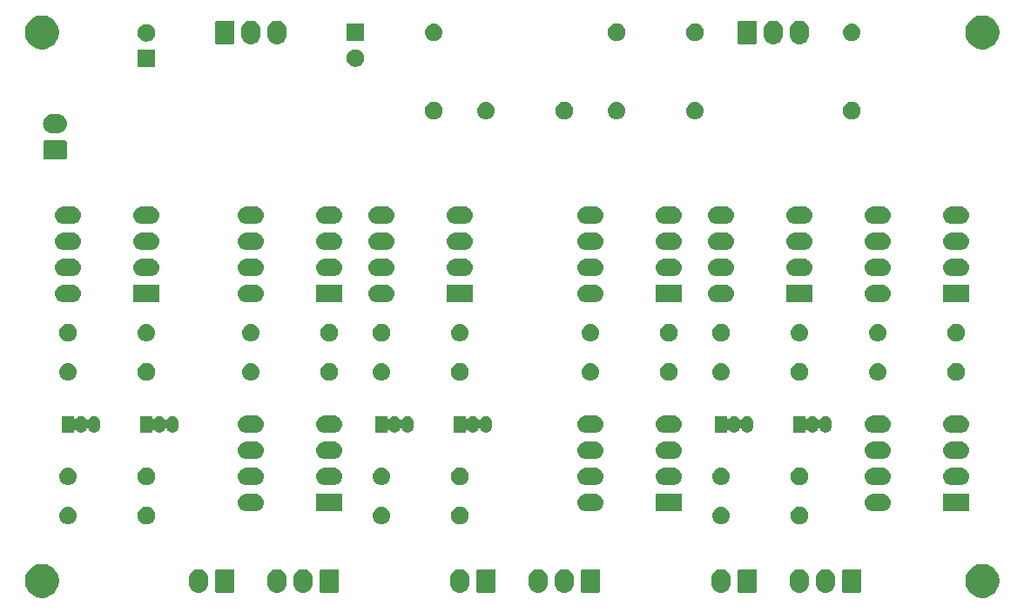
<source format=gbr>
From d03bfc5749f61af42055e4f8b514abd28649d2ec Mon Sep 17 00:00:00 2001
From: Blaise Thompson <blaise@untzag.com>
Date: Tue, 6 Apr 2021 16:58:22 -0500
Subject: organize

---
 potentiosynth/gerber/potentiostat-B_Mask.gbr | 7088 ++++++++++++++++++++++++++
 1 file changed, 7088 insertions(+)
 create mode 100644 potentiosynth/gerber/potentiostat-B_Mask.gbr

(limited to 'potentiosynth/gerber/potentiostat-B_Mask.gbr')

diff --git a/potentiosynth/gerber/potentiostat-B_Mask.gbr b/potentiosynth/gerber/potentiostat-B_Mask.gbr
new file mode 100644
index 0000000..5c17f98
--- /dev/null
+++ b/potentiosynth/gerber/potentiostat-B_Mask.gbr
@@ -0,0 +1,7088 @@
+G04 #@! TF.GenerationSoftware,KiCad,Pcbnew,5.1.2+dfsg1-1*
+G04 #@! TF.CreationDate,2019-06-25T15:59:38-05:00*
+G04 #@! TF.ProjectId,potentiostat,706f7465-6e74-4696-9f73-7461742e6b69,A*
+G04 #@! TF.SameCoordinates,Original*
+G04 #@! TF.FileFunction,Soldermask,Bot*
+G04 #@! TF.FilePolarity,Negative*
+%FSLAX46Y46*%
+G04 Gerber Fmt 4.6, Leading zero omitted, Abs format (unit mm)*
+G04 Created by KiCad (PCBNEW 5.1.2+dfsg1-1) date 2019-06-25 15:59:38*
+%MOMM*%
+%LPD*%
+G04 APERTURE LIST*
+%ADD10C,0.100000*%
+G04 APERTURE END LIST*
+D10*
+G36*
+X173095256Y-145711298D02*
+G01*
+X173201579Y-145732447D01*
+X173502042Y-145856903D01*
+X173772451Y-146037585D01*
+X174002415Y-146267549D01*
+X174078904Y-146382023D01*
+X174183098Y-146537960D01*
+X174198790Y-146575844D01*
+X174307553Y-146838421D01*
+X174328702Y-146944744D01*
+X174371000Y-147157389D01*
+X174371000Y-147482611D01*
+X174328702Y-147695256D01*
+X174307553Y-147801579D01*
+X174183097Y-148102042D01*
+X174002415Y-148372451D01*
+X173772451Y-148602415D01*
+X173502042Y-148783097D01*
+X173201579Y-148907553D01*
+X173095256Y-148928702D01*
+X172882611Y-148971000D01*
+X172557389Y-148971000D01*
+X172344744Y-148928702D01*
+X172238421Y-148907553D01*
+X171937958Y-148783097D01*
+X171667549Y-148602415D01*
+X171437585Y-148372451D01*
+X171256903Y-148102042D01*
+X171132447Y-147801579D01*
+X171111298Y-147695256D01*
+X171069000Y-147482611D01*
+X171069000Y-147157389D01*
+X171111298Y-146944744D01*
+X171132447Y-146838421D01*
+X171241210Y-146575844D01*
+X171256902Y-146537960D01*
+X171361096Y-146382023D01*
+X171437585Y-146267549D01*
+X171667549Y-146037585D01*
+X171937958Y-145856903D01*
+X172238421Y-145732447D01*
+X172344744Y-145711298D01*
+X172557389Y-145669000D01*
+X172882611Y-145669000D01*
+X173095256Y-145711298D01*
+X173095256Y-145711298D01*
+G37*
+G36*
+X81655256Y-145711298D02*
+G01*
+X81761579Y-145732447D01*
+X82062042Y-145856903D01*
+X82332451Y-146037585D01*
+X82562415Y-146267549D01*
+X82638904Y-146382023D01*
+X82743098Y-146537960D01*
+X82758790Y-146575844D01*
+X82867553Y-146838421D01*
+X82888702Y-146944744D01*
+X82931000Y-147157389D01*
+X82931000Y-147482611D01*
+X82888702Y-147695256D01*
+X82867553Y-147801579D01*
+X82743097Y-148102042D01*
+X82562415Y-148372451D01*
+X82332451Y-148602415D01*
+X82062042Y-148783097D01*
+X81761579Y-148907553D01*
+X81655256Y-148928702D01*
+X81442611Y-148971000D01*
+X81117389Y-148971000D01*
+X80904744Y-148928702D01*
+X80798421Y-148907553D01*
+X80497958Y-148783097D01*
+X80227549Y-148602415D01*
+X79997585Y-148372451D01*
+X79816903Y-148102042D01*
+X79692447Y-147801579D01*
+X79671298Y-147695256D01*
+X79629000Y-147482611D01*
+X79629000Y-147157389D01*
+X79671298Y-146944744D01*
+X79692447Y-146838421D01*
+X79801210Y-146575844D01*
+X79816902Y-146537960D01*
+X79921096Y-146382023D01*
+X79997585Y-146267549D01*
+X80227549Y-146037585D01*
+X80497958Y-145856903D01*
+X80798421Y-145732447D01*
+X80904744Y-145711298D01*
+X81117389Y-145669000D01*
+X81442611Y-145669000D01*
+X81655256Y-145711298D01*
+X81655256Y-145711298D01*
+G37*
+G36*
+X106860548Y-146182326D02*
+G01*
+X107034157Y-146234990D01*
+X107194156Y-146320511D01*
+X107208612Y-146332375D01*
+X107334397Y-146435603D01*
+X107413729Y-146532271D01*
+X107449489Y-146575844D01*
+X107535010Y-146735843D01*
+X107587674Y-146909452D01*
+X107601000Y-147044757D01*
+X107601000Y-147595244D01*
+X107587674Y-147730548D01*
+X107535010Y-147904157D01*
+X107449489Y-148064156D01*
+X107418398Y-148102040D01*
+X107334397Y-148204397D01*
+X107194155Y-148319489D01*
+X107034156Y-148405010D01*
+X106860547Y-148457674D01*
+X106680000Y-148475456D01*
+X106499452Y-148457674D01*
+X106325843Y-148405010D01*
+X106165844Y-148319489D01*
+X106122271Y-148283729D01*
+X106025603Y-148204397D01*
+X105910511Y-148064155D01*
+X105824991Y-147904158D01*
+X105824990Y-147904156D01*
+X105772326Y-147730547D01*
+X105759000Y-147595243D01*
+X105759000Y-147044756D01*
+X105772326Y-146909452D01*
+X105824990Y-146735843D01*
+X105910512Y-146575844D01*
+X105941603Y-146537960D01*
+X106025604Y-146435603D01*
+X106151389Y-146332375D01*
+X106165845Y-146320511D01*
+X106325844Y-146234990D01*
+X106499453Y-146182326D01*
+X106680000Y-146164544D01*
+X106860548Y-146182326D01*
+X106860548Y-146182326D01*
+G37*
+G36*
+X104320548Y-146182326D02*
+G01*
+X104494157Y-146234990D01*
+X104654156Y-146320511D01*
+X104668612Y-146332375D01*
+X104794397Y-146435603D01*
+X104873729Y-146532271D01*
+X104909489Y-146575844D01*
+X104995010Y-146735843D01*
+X105047674Y-146909452D01*
+X105061000Y-147044757D01*
+X105061000Y-147595244D01*
+X105047674Y-147730548D01*
+X104995010Y-147904157D01*
+X104909489Y-148064156D01*
+X104878398Y-148102040D01*
+X104794397Y-148204397D01*
+X104654155Y-148319489D01*
+X104494156Y-148405010D01*
+X104320547Y-148457674D01*
+X104140000Y-148475456D01*
+X103959452Y-148457674D01*
+X103785843Y-148405010D01*
+X103625844Y-148319489D01*
+X103582271Y-148283729D01*
+X103485603Y-148204397D01*
+X103370511Y-148064155D01*
+X103284991Y-147904158D01*
+X103284990Y-147904156D01*
+X103232326Y-147730547D01*
+X103219000Y-147595243D01*
+X103219000Y-147044756D01*
+X103232326Y-146909452D01*
+X103284990Y-146735843D01*
+X103370512Y-146575844D01*
+X103401603Y-146537960D01*
+X103485604Y-146435603D01*
+X103611389Y-146332375D01*
+X103625845Y-146320511D01*
+X103785844Y-146234990D01*
+X103959453Y-146182326D01*
+X104140000Y-146164544D01*
+X104320548Y-146182326D01*
+X104320548Y-146182326D01*
+G37*
+G36*
+X96700548Y-146182326D02*
+G01*
+X96874157Y-146234990D01*
+X97034156Y-146320511D01*
+X97048612Y-146332375D01*
+X97174397Y-146435603D01*
+X97253729Y-146532271D01*
+X97289489Y-146575844D01*
+X97375010Y-146735843D01*
+X97427674Y-146909452D01*
+X97441000Y-147044757D01*
+X97441000Y-147595244D01*
+X97427674Y-147730548D01*
+X97375010Y-147904157D01*
+X97289489Y-148064156D01*
+X97258398Y-148102040D01*
+X97174397Y-148204397D01*
+X97034155Y-148319489D01*
+X96874156Y-148405010D01*
+X96700547Y-148457674D01*
+X96520000Y-148475456D01*
+X96339452Y-148457674D01*
+X96165843Y-148405010D01*
+X96005844Y-148319489D01*
+X95962271Y-148283729D01*
+X95865603Y-148204397D01*
+X95750511Y-148064155D01*
+X95664991Y-147904158D01*
+X95664990Y-147904156D01*
+X95612326Y-147730547D01*
+X95599000Y-147595243D01*
+X95599000Y-147044756D01*
+X95612326Y-146909452D01*
+X95664990Y-146735843D01*
+X95750512Y-146575844D01*
+X95781603Y-146537960D01*
+X95865604Y-146435603D01*
+X95991389Y-146332375D01*
+X96005845Y-146320511D01*
+X96165844Y-146234990D01*
+X96339453Y-146182326D01*
+X96520000Y-146164544D01*
+X96700548Y-146182326D01*
+X96700548Y-146182326D01*
+G37*
+G36*
+X147500548Y-146182326D02*
+G01*
+X147674157Y-146234990D01*
+X147834156Y-146320511D01*
+X147848612Y-146332375D01*
+X147974397Y-146435603D01*
+X148053729Y-146532271D01*
+X148089489Y-146575844D01*
+X148175010Y-146735843D01*
+X148227674Y-146909452D01*
+X148241000Y-147044757D01*
+X148241000Y-147595244D01*
+X148227674Y-147730548D01*
+X148175010Y-147904157D01*
+X148089489Y-148064156D01*
+X148058398Y-148102040D01*
+X147974397Y-148204397D01*
+X147834155Y-148319489D01*
+X147674156Y-148405010D01*
+X147500547Y-148457674D01*
+X147320000Y-148475456D01*
+X147139452Y-148457674D01*
+X146965843Y-148405010D01*
+X146805844Y-148319489D01*
+X146762271Y-148283729D01*
+X146665603Y-148204397D01*
+X146550511Y-148064155D01*
+X146464991Y-147904158D01*
+X146464990Y-147904156D01*
+X146412326Y-147730547D01*
+X146399000Y-147595243D01*
+X146399000Y-147044756D01*
+X146412326Y-146909452D01*
+X146464990Y-146735843D01*
+X146550512Y-146575844D01*
+X146581603Y-146537960D01*
+X146665604Y-146435603D01*
+X146791389Y-146332375D01*
+X146805845Y-146320511D01*
+X146965844Y-146234990D01*
+X147139453Y-146182326D01*
+X147320000Y-146164544D01*
+X147500548Y-146182326D01*
+X147500548Y-146182326D01*
+G37*
+G36*
+X155120548Y-146182326D02*
+G01*
+X155294157Y-146234990D01*
+X155454156Y-146320511D01*
+X155468612Y-146332375D01*
+X155594397Y-146435603D01*
+X155673729Y-146532271D01*
+X155709489Y-146575844D01*
+X155795010Y-146735843D01*
+X155847674Y-146909452D01*
+X155861000Y-147044757D01*
+X155861000Y-147595244D01*
+X155847674Y-147730548D01*
+X155795010Y-147904157D01*
+X155709489Y-148064156D01*
+X155678398Y-148102040D01*
+X155594397Y-148204397D01*
+X155454155Y-148319489D01*
+X155294156Y-148405010D01*
+X155120547Y-148457674D01*
+X154940000Y-148475456D01*
+X154759452Y-148457674D01*
+X154585843Y-148405010D01*
+X154425844Y-148319489D01*
+X154382271Y-148283729D01*
+X154285603Y-148204397D01*
+X154170511Y-148064155D01*
+X154084991Y-147904158D01*
+X154084990Y-147904156D01*
+X154032326Y-147730547D01*
+X154019000Y-147595243D01*
+X154019000Y-147044756D01*
+X154032326Y-146909452D01*
+X154084990Y-146735843D01*
+X154170512Y-146575844D01*
+X154201603Y-146537960D01*
+X154285604Y-146435603D01*
+X154411389Y-146332375D01*
+X154425845Y-146320511D01*
+X154585844Y-146234990D01*
+X154759453Y-146182326D01*
+X154940000Y-146164544D01*
+X155120548Y-146182326D01*
+X155120548Y-146182326D01*
+G37*
+G36*
+X157660548Y-146182326D02*
+G01*
+X157834157Y-146234990D01*
+X157994156Y-146320511D01*
+X158008612Y-146332375D01*
+X158134397Y-146435603D01*
+X158213729Y-146532271D01*
+X158249489Y-146575844D01*
+X158335010Y-146735843D01*
+X158387674Y-146909452D01*
+X158401000Y-147044757D01*
+X158401000Y-147595244D01*
+X158387674Y-147730548D01*
+X158335010Y-147904157D01*
+X158249489Y-148064156D01*
+X158218398Y-148102040D01*
+X158134397Y-148204397D01*
+X157994155Y-148319489D01*
+X157834156Y-148405010D01*
+X157660547Y-148457674D01*
+X157480000Y-148475456D01*
+X157299452Y-148457674D01*
+X157125843Y-148405010D01*
+X156965844Y-148319489D01*
+X156922271Y-148283729D01*
+X156825603Y-148204397D01*
+X156710511Y-148064155D01*
+X156624991Y-147904158D01*
+X156624990Y-147904156D01*
+X156572326Y-147730547D01*
+X156559000Y-147595243D01*
+X156559000Y-147044756D01*
+X156572326Y-146909452D01*
+X156624990Y-146735843D01*
+X156710512Y-146575844D01*
+X156741603Y-146537960D01*
+X156825604Y-146435603D01*
+X156951389Y-146332375D01*
+X156965845Y-146320511D01*
+X157125844Y-146234990D01*
+X157299453Y-146182326D01*
+X157480000Y-146164544D01*
+X157660548Y-146182326D01*
+X157660548Y-146182326D01*
+G37*
+G36*
+X129720548Y-146182326D02*
+G01*
+X129894157Y-146234990D01*
+X130054156Y-146320511D01*
+X130068612Y-146332375D01*
+X130194397Y-146435603D01*
+X130273729Y-146532271D01*
+X130309489Y-146575844D01*
+X130395010Y-146735843D01*
+X130447674Y-146909452D01*
+X130461000Y-147044757D01*
+X130461000Y-147595244D01*
+X130447674Y-147730548D01*
+X130395010Y-147904157D01*
+X130309489Y-148064156D01*
+X130278398Y-148102040D01*
+X130194397Y-148204397D01*
+X130054155Y-148319489D01*
+X129894156Y-148405010D01*
+X129720547Y-148457674D01*
+X129540000Y-148475456D01*
+X129359452Y-148457674D01*
+X129185843Y-148405010D01*
+X129025844Y-148319489D01*
+X128982271Y-148283729D01*
+X128885603Y-148204397D01*
+X128770511Y-148064155D01*
+X128684991Y-147904158D01*
+X128684990Y-147904156D01*
+X128632326Y-147730547D01*
+X128619000Y-147595243D01*
+X128619000Y-147044756D01*
+X128632326Y-146909452D01*
+X128684990Y-146735843D01*
+X128770512Y-146575844D01*
+X128801603Y-146537960D01*
+X128885604Y-146435603D01*
+X129011389Y-146332375D01*
+X129025845Y-146320511D01*
+X129185844Y-146234990D01*
+X129359453Y-146182326D01*
+X129540000Y-146164544D01*
+X129720548Y-146182326D01*
+X129720548Y-146182326D01*
+G37*
+G36*
+X132260548Y-146182326D02*
+G01*
+X132434157Y-146234990D01*
+X132594156Y-146320511D01*
+X132608612Y-146332375D01*
+X132734397Y-146435603D01*
+X132813729Y-146532271D01*
+X132849489Y-146575844D01*
+X132935010Y-146735843D01*
+X132987674Y-146909452D01*
+X133001000Y-147044757D01*
+X133001000Y-147595244D01*
+X132987674Y-147730548D01*
+X132935010Y-147904157D01*
+X132849489Y-148064156D01*
+X132818398Y-148102040D01*
+X132734397Y-148204397D01*
+X132594155Y-148319489D01*
+X132434156Y-148405010D01*
+X132260547Y-148457674D01*
+X132080000Y-148475456D01*
+X131899452Y-148457674D01*
+X131725843Y-148405010D01*
+X131565844Y-148319489D01*
+X131522271Y-148283729D01*
+X131425603Y-148204397D01*
+X131310511Y-148064155D01*
+X131224991Y-147904158D01*
+X131224990Y-147904156D01*
+X131172326Y-147730547D01*
+X131159000Y-147595243D01*
+X131159000Y-147044756D01*
+X131172326Y-146909452D01*
+X131224990Y-146735843D01*
+X131310512Y-146575844D01*
+X131341603Y-146537960D01*
+X131425604Y-146435603D01*
+X131551389Y-146332375D01*
+X131565845Y-146320511D01*
+X131725844Y-146234990D01*
+X131899453Y-146182326D01*
+X132080000Y-146164544D01*
+X132260548Y-146182326D01*
+X132260548Y-146182326D01*
+G37*
+G36*
+X122100548Y-146182326D02*
+G01*
+X122274157Y-146234990D01*
+X122434156Y-146320511D01*
+X122448612Y-146332375D01*
+X122574397Y-146435603D01*
+X122653729Y-146532271D01*
+X122689489Y-146575844D01*
+X122775010Y-146735843D01*
+X122827674Y-146909452D01*
+X122841000Y-147044757D01*
+X122841000Y-147595244D01*
+X122827674Y-147730548D01*
+X122775010Y-147904157D01*
+X122689489Y-148064156D01*
+X122658398Y-148102040D01*
+X122574397Y-148204397D01*
+X122434155Y-148319489D01*
+X122274156Y-148405010D01*
+X122100547Y-148457674D01*
+X121920000Y-148475456D01*
+X121739452Y-148457674D01*
+X121565843Y-148405010D01*
+X121405844Y-148319489D01*
+X121362271Y-148283729D01*
+X121265603Y-148204397D01*
+X121150511Y-148064155D01*
+X121064991Y-147904158D01*
+X121064990Y-147904156D01*
+X121012326Y-147730547D01*
+X120999000Y-147595243D01*
+X120999000Y-147044756D01*
+X121012326Y-146909452D01*
+X121064990Y-146735843D01*
+X121150512Y-146575844D01*
+X121181603Y-146537960D01*
+X121265604Y-146435603D01*
+X121391389Y-146332375D01*
+X121405845Y-146320511D01*
+X121565844Y-146234990D01*
+X121739453Y-146182326D01*
+X121920000Y-146164544D01*
+X122100548Y-146182326D01*
+X122100548Y-146182326D01*
+G37*
+G36*
+X150639561Y-146172966D02*
+G01*
+X150672383Y-146182923D01*
+X150702632Y-146199092D01*
+X150729148Y-146220852D01*
+X150750908Y-146247368D01*
+X150767077Y-146277617D01*
+X150777034Y-146310439D01*
+X150781000Y-146350713D01*
+X150781000Y-148289287D01*
+X150777034Y-148329561D01*
+X150767077Y-148362383D01*
+X150750908Y-148392632D01*
+X150729148Y-148419148D01*
+X150702632Y-148440908D01*
+X150672383Y-148457077D01*
+X150639561Y-148467034D01*
+X150599287Y-148471000D01*
+X149120713Y-148471000D01*
+X149080439Y-148467034D01*
+X149047617Y-148457077D01*
+X149017368Y-148440908D01*
+X148990852Y-148419148D01*
+X148969092Y-148392632D01*
+X148952923Y-148362383D01*
+X148942966Y-148329561D01*
+X148939000Y-148289287D01*
+X148939000Y-146350713D01*
+X148942966Y-146310439D01*
+X148952923Y-146277617D01*
+X148969092Y-146247368D01*
+X148990852Y-146220852D01*
+X149017368Y-146199092D01*
+X149047617Y-146182923D01*
+X149080439Y-146172966D01*
+X149120713Y-146169000D01*
+X150599287Y-146169000D01*
+X150639561Y-146172966D01*
+X150639561Y-146172966D01*
+G37*
+G36*
+X99839561Y-146172966D02*
+G01*
+X99872383Y-146182923D01*
+X99902632Y-146199092D01*
+X99929148Y-146220852D01*
+X99950908Y-146247368D01*
+X99967077Y-146277617D01*
+X99977034Y-146310439D01*
+X99981000Y-146350713D01*
+X99981000Y-148289287D01*
+X99977034Y-148329561D01*
+X99967077Y-148362383D01*
+X99950908Y-148392632D01*
+X99929148Y-148419148D01*
+X99902632Y-148440908D01*
+X99872383Y-148457077D01*
+X99839561Y-148467034D01*
+X99799287Y-148471000D01*
+X98320713Y-148471000D01*
+X98280439Y-148467034D01*
+X98247617Y-148457077D01*
+X98217368Y-148440908D01*
+X98190852Y-148419148D01*
+X98169092Y-148392632D01*
+X98152923Y-148362383D01*
+X98142966Y-148329561D01*
+X98139000Y-148289287D01*
+X98139000Y-146350713D01*
+X98142966Y-146310439D01*
+X98152923Y-146277617D01*
+X98169092Y-146247368D01*
+X98190852Y-146220852D01*
+X98217368Y-146199092D01*
+X98247617Y-146182923D01*
+X98280439Y-146172966D01*
+X98320713Y-146169000D01*
+X99799287Y-146169000D01*
+X99839561Y-146172966D01*
+X99839561Y-146172966D01*
+G37*
+G36*
+X135399561Y-146172966D02*
+G01*
+X135432383Y-146182923D01*
+X135462632Y-146199092D01*
+X135489148Y-146220852D01*
+X135510908Y-146247368D01*
+X135527077Y-146277617D01*
+X135537034Y-146310439D01*
+X135541000Y-146350713D01*
+X135541000Y-148289287D01*
+X135537034Y-148329561D01*
+X135527077Y-148362383D01*
+X135510908Y-148392632D01*
+X135489148Y-148419148D01*
+X135462632Y-148440908D01*
+X135432383Y-148457077D01*
+X135399561Y-148467034D01*
+X135359287Y-148471000D01*
+X133880713Y-148471000D01*
+X133840439Y-148467034D01*
+X133807617Y-148457077D01*
+X133777368Y-148440908D01*
+X133750852Y-148419148D01*
+X133729092Y-148392632D01*
+X133712923Y-148362383D01*
+X133702966Y-148329561D01*
+X133699000Y-148289287D01*
+X133699000Y-146350713D01*
+X133702966Y-146310439D01*
+X133712923Y-146277617D01*
+X133729092Y-146247368D01*
+X133750852Y-146220852D01*
+X133777368Y-146199092D01*
+X133807617Y-146182923D01*
+X133840439Y-146172966D01*
+X133880713Y-146169000D01*
+X135359287Y-146169000D01*
+X135399561Y-146172966D01*
+X135399561Y-146172966D01*
+G37*
+G36*
+X125239561Y-146172966D02*
+G01*
+X125272383Y-146182923D01*
+X125302632Y-146199092D01*
+X125329148Y-146220852D01*
+X125350908Y-146247368D01*
+X125367077Y-146277617D01*
+X125377034Y-146310439D01*
+X125381000Y-146350713D01*
+X125381000Y-148289287D01*
+X125377034Y-148329561D01*
+X125367077Y-148362383D01*
+X125350908Y-148392632D01*
+X125329148Y-148419148D01*
+X125302632Y-148440908D01*
+X125272383Y-148457077D01*
+X125239561Y-148467034D01*
+X125199287Y-148471000D01*
+X123720713Y-148471000D01*
+X123680439Y-148467034D01*
+X123647617Y-148457077D01*
+X123617368Y-148440908D01*
+X123590852Y-148419148D01*
+X123569092Y-148392632D01*
+X123552923Y-148362383D01*
+X123542966Y-148329561D01*
+X123539000Y-148289287D01*
+X123539000Y-146350713D01*
+X123542966Y-146310439D01*
+X123552923Y-146277617D01*
+X123569092Y-146247368D01*
+X123590852Y-146220852D01*
+X123617368Y-146199092D01*
+X123647617Y-146182923D01*
+X123680439Y-146172966D01*
+X123720713Y-146169000D01*
+X125199287Y-146169000D01*
+X125239561Y-146172966D01*
+X125239561Y-146172966D01*
+G37*
+G36*
+X160799561Y-146172966D02*
+G01*
+X160832383Y-146182923D01*
+X160862632Y-146199092D01*
+X160889148Y-146220852D01*
+X160910908Y-146247368D01*
+X160927077Y-146277617D01*
+X160937034Y-146310439D01*
+X160941000Y-146350713D01*
+X160941000Y-148289287D01*
+X160937034Y-148329561D01*
+X160927077Y-148362383D01*
+X160910908Y-148392632D01*
+X160889148Y-148419148D01*
+X160862632Y-148440908D01*
+X160832383Y-148457077D01*
+X160799561Y-148467034D01*
+X160759287Y-148471000D01*
+X159280713Y-148471000D01*
+X159240439Y-148467034D01*
+X159207617Y-148457077D01*
+X159177368Y-148440908D01*
+X159150852Y-148419148D01*
+X159129092Y-148392632D01*
+X159112923Y-148362383D01*
+X159102966Y-148329561D01*
+X159099000Y-148289287D01*
+X159099000Y-146350713D01*
+X159102966Y-146310439D01*
+X159112923Y-146277617D01*
+X159129092Y-146247368D01*
+X159150852Y-146220852D01*
+X159177368Y-146199092D01*
+X159207617Y-146182923D01*
+X159240439Y-146172966D01*
+X159280713Y-146169000D01*
+X160759287Y-146169000D01*
+X160799561Y-146172966D01*
+X160799561Y-146172966D01*
+G37*
+G36*
+X109999561Y-146172966D02*
+G01*
+X110032383Y-146182923D01*
+X110062632Y-146199092D01*
+X110089148Y-146220852D01*
+X110110908Y-146247368D01*
+X110127077Y-146277617D01*
+X110137034Y-146310439D01*
+X110141000Y-146350713D01*
+X110141000Y-148289287D01*
+X110137034Y-148329561D01*
+X110127077Y-148362383D01*
+X110110908Y-148392632D01*
+X110089148Y-148419148D01*
+X110062632Y-148440908D01*
+X110032383Y-148457077D01*
+X109999561Y-148467034D01*
+X109959287Y-148471000D01*
+X108480713Y-148471000D01*
+X108440439Y-148467034D01*
+X108407617Y-148457077D01*
+X108377368Y-148440908D01*
+X108350852Y-148419148D01*
+X108329092Y-148392632D01*
+X108312923Y-148362383D01*
+X108302966Y-148329561D01*
+X108299000Y-148289287D01*
+X108299000Y-146350713D01*
+X108302966Y-146310439D01*
+X108312923Y-146277617D01*
+X108329092Y-146247368D01*
+X108350852Y-146220852D01*
+X108377368Y-146199092D01*
+X108407617Y-146182923D01*
+X108440439Y-146172966D01*
+X108480713Y-146169000D01*
+X109959287Y-146169000D01*
+X109999561Y-146172966D01*
+X109999561Y-146172966D01*
+G37*
+G36*
+X147486823Y-140131313D02*
+G01*
+X147647242Y-140179976D01*
+X147714361Y-140215852D01*
+X147795078Y-140258996D01*
+X147924659Y-140365341D01*
+X148031004Y-140494922D01*
+X148031005Y-140494924D01*
+X148110024Y-140642758D01*
+X148158687Y-140803177D01*
+X148175117Y-140970000D01*
+X148158687Y-141136823D01*
+X148110024Y-141297242D01*
+X148069477Y-141373100D01*
+X148031004Y-141445078D01*
+X147924659Y-141574659D01*
+X147795078Y-141681004D01*
+X147795076Y-141681005D01*
+X147647242Y-141760024D01*
+X147486823Y-141808687D01*
+X147361804Y-141821000D01*
+X147278196Y-141821000D01*
+X147153177Y-141808687D01*
+X146992758Y-141760024D01*
+X146844924Y-141681005D01*
+X146844922Y-141681004D01*
+X146715341Y-141574659D01*
+X146608996Y-141445078D01*
+X146570523Y-141373100D01*
+X146529976Y-141297242D01*
+X146481313Y-141136823D01*
+X146464883Y-140970000D01*
+X146481313Y-140803177D01*
+X146529976Y-140642758D01*
+X146608995Y-140494924D01*
+X146608996Y-140494922D01*
+X146715341Y-140365341D01*
+X146844922Y-140258996D01*
+X146925639Y-140215852D01*
+X146992758Y-140179976D01*
+X147153177Y-140131313D01*
+X147278196Y-140119000D01*
+X147361804Y-140119000D01*
+X147486823Y-140131313D01*
+X147486823Y-140131313D01*
+G37*
+G36*
+X91688228Y-140151703D02*
+G01*
+X91843100Y-140215853D01*
+X91982481Y-140308985D01*
+X92101015Y-140427519D01*
+X92194147Y-140566900D01*
+X92258297Y-140721772D01*
+X92291000Y-140886184D01*
+X92291000Y-141053816D01*
+X92258297Y-141218228D01*
+X92194147Y-141373100D01*
+X92101015Y-141512481D01*
+X91982481Y-141631015D01*
+X91843100Y-141724147D01*
+X91688228Y-141788297D01*
+X91523816Y-141821000D01*
+X91356184Y-141821000D01*
+X91191772Y-141788297D01*
+X91036900Y-141724147D01*
+X90897519Y-141631015D01*
+X90778985Y-141512481D01*
+X90685853Y-141373100D01*
+X90621703Y-141218228D01*
+X90589000Y-141053816D01*
+X90589000Y-140886184D01*
+X90621703Y-140721772D01*
+X90685853Y-140566900D01*
+X90778985Y-140427519D01*
+X90897519Y-140308985D01*
+X91036900Y-140215853D01*
+X91191772Y-140151703D01*
+X91356184Y-140119000D01*
+X91523816Y-140119000D01*
+X91688228Y-140151703D01*
+X91688228Y-140151703D01*
+G37*
+G36*
+X83986823Y-140131313D02*
+G01*
+X84147242Y-140179976D01*
+X84214361Y-140215852D01*
+X84295078Y-140258996D01*
+X84424659Y-140365341D01*
+X84531004Y-140494922D01*
+X84531005Y-140494924D01*
+X84610024Y-140642758D01*
+X84658687Y-140803177D01*
+X84675117Y-140970000D01*
+X84658687Y-141136823D01*
+X84610024Y-141297242D01*
+X84569477Y-141373100D01*
+X84531004Y-141445078D01*
+X84424659Y-141574659D01*
+X84295078Y-141681004D01*
+X84295076Y-141681005D01*
+X84147242Y-141760024D01*
+X83986823Y-141808687D01*
+X83861804Y-141821000D01*
+X83778196Y-141821000D01*
+X83653177Y-141808687D01*
+X83492758Y-141760024D01*
+X83344924Y-141681005D01*
+X83344922Y-141681004D01*
+X83215341Y-141574659D01*
+X83108996Y-141445078D01*
+X83070523Y-141373100D01*
+X83029976Y-141297242D01*
+X82981313Y-141136823D01*
+X82964883Y-140970000D01*
+X82981313Y-140803177D01*
+X83029976Y-140642758D01*
+X83108995Y-140494924D01*
+X83108996Y-140494922D01*
+X83215341Y-140365341D01*
+X83344922Y-140258996D01*
+X83425639Y-140215852D01*
+X83492758Y-140179976D01*
+X83653177Y-140131313D01*
+X83778196Y-140119000D01*
+X83861804Y-140119000D01*
+X83986823Y-140131313D01*
+X83986823Y-140131313D01*
+G37*
+G36*
+X122168228Y-140151703D02*
+G01*
+X122323100Y-140215853D01*
+X122462481Y-140308985D01*
+X122581015Y-140427519D01*
+X122674147Y-140566900D01*
+X122738297Y-140721772D01*
+X122771000Y-140886184D01*
+X122771000Y-141053816D01*
+X122738297Y-141218228D01*
+X122674147Y-141373100D01*
+X122581015Y-141512481D01*
+X122462481Y-141631015D01*
+X122323100Y-141724147D01*
+X122168228Y-141788297D01*
+X122003816Y-141821000D01*
+X121836184Y-141821000D01*
+X121671772Y-141788297D01*
+X121516900Y-141724147D01*
+X121377519Y-141631015D01*
+X121258985Y-141512481D01*
+X121165853Y-141373100D01*
+X121101703Y-141218228D01*
+X121069000Y-141053816D01*
+X121069000Y-140886184D01*
+X121101703Y-140721772D01*
+X121165853Y-140566900D01*
+X121258985Y-140427519D01*
+X121377519Y-140308985D01*
+X121516900Y-140215853D01*
+X121671772Y-140151703D01*
+X121836184Y-140119000D01*
+X122003816Y-140119000D01*
+X122168228Y-140151703D01*
+X122168228Y-140151703D01*
+G37*
+G36*
+X114466823Y-140131313D02*
+G01*
+X114627242Y-140179976D01*
+X114694361Y-140215852D01*
+X114775078Y-140258996D01*
+X114904659Y-140365341D01*
+X115011004Y-140494922D01*
+X115011005Y-140494924D01*
+X115090024Y-140642758D01*
+X115138687Y-140803177D01*
+X115155117Y-140970000D01*
+X115138687Y-141136823D01*
+X115090024Y-141297242D01*
+X115049477Y-141373100D01*
+X115011004Y-141445078D01*
+X114904659Y-141574659D01*
+X114775078Y-141681004D01*
+X114775076Y-141681005D01*
+X114627242Y-141760024D01*
+X114466823Y-141808687D01*
+X114341804Y-141821000D01*
+X114258196Y-141821000D01*
+X114133177Y-141808687D01*
+X113972758Y-141760024D01*
+X113824924Y-141681005D01*
+X113824922Y-141681004D01*
+X113695341Y-141574659D01*
+X113588996Y-141445078D01*
+X113550523Y-141373100D01*
+X113509976Y-141297242D01*
+X113461313Y-141136823D01*
+X113444883Y-140970000D01*
+X113461313Y-140803177D01*
+X113509976Y-140642758D01*
+X113588995Y-140494924D01*
+X113588996Y-140494922D01*
+X113695341Y-140365341D01*
+X113824922Y-140258996D01*
+X113905639Y-140215852D01*
+X113972758Y-140179976D01*
+X114133177Y-140131313D01*
+X114258196Y-140119000D01*
+X114341804Y-140119000D01*
+X114466823Y-140131313D01*
+X114466823Y-140131313D01*
+G37*
+G36*
+X155188228Y-140151703D02*
+G01*
+X155343100Y-140215853D01*
+X155482481Y-140308985D01*
+X155601015Y-140427519D01*
+X155694147Y-140566900D01*
+X155758297Y-140721772D01*
+X155791000Y-140886184D01*
+X155791000Y-141053816D01*
+X155758297Y-141218228D01*
+X155694147Y-141373100D01*
+X155601015Y-141512481D01*
+X155482481Y-141631015D01*
+X155343100Y-141724147D01*
+X155188228Y-141788297D01*
+X155023816Y-141821000D01*
+X154856184Y-141821000D01*
+X154691772Y-141788297D01*
+X154536900Y-141724147D01*
+X154397519Y-141631015D01*
+X154278985Y-141512481D01*
+X154185853Y-141373100D01*
+X154121703Y-141218228D01*
+X154089000Y-141053816D01*
+X154089000Y-140886184D01*
+X154121703Y-140721772D01*
+X154185853Y-140566900D01*
+X154278985Y-140427519D01*
+X154397519Y-140308985D01*
+X154536900Y-140215853D01*
+X154691772Y-140151703D01*
+X154856184Y-140119000D01*
+X155023816Y-140119000D01*
+X155188228Y-140151703D01*
+X155188228Y-140151703D01*
+G37*
+G36*
+X110471000Y-140551000D02*
+G01*
+X107969000Y-140551000D01*
+X107969000Y-138849000D01*
+X110471000Y-138849000D01*
+X110471000Y-140551000D01*
+X110471000Y-140551000D01*
+G37*
+G36*
+X163126823Y-138861313D02*
+G01*
+X163287242Y-138909976D01*
+X163419906Y-138980886D01*
+X163435078Y-138988996D01*
+X163564659Y-139095341D01*
+X163671004Y-139224922D01*
+X163671005Y-139224924D01*
+X163750024Y-139372758D01*
+X163798687Y-139533177D01*
+X163815117Y-139700000D01*
+X163798687Y-139866823D01*
+X163750024Y-140027242D01*
+X163700978Y-140119000D01*
+X163671004Y-140175078D01*
+X163564659Y-140304659D01*
+X163435078Y-140411004D01*
+X163435076Y-140411005D01*
+X163287242Y-140490024D01*
+X163126823Y-140538687D01*
+X163001804Y-140551000D01*
+X162118196Y-140551000D01*
+X161993177Y-140538687D01*
+X161832758Y-140490024D01*
+X161684924Y-140411005D01*
+X161684922Y-140411004D01*
+X161555341Y-140304659D01*
+X161448996Y-140175078D01*
+X161419022Y-140119000D01*
+X161369976Y-140027242D01*
+X161321313Y-139866823D01*
+X161304883Y-139700000D01*
+X161321313Y-139533177D01*
+X161369976Y-139372758D01*
+X161448995Y-139224924D01*
+X161448996Y-139224922D01*
+X161555341Y-139095341D01*
+X161684922Y-138988996D01*
+X161700094Y-138980886D01*
+X161832758Y-138909976D01*
+X161993177Y-138861313D01*
+X162118196Y-138849000D01*
+X163001804Y-138849000D01*
+X163126823Y-138861313D01*
+X163126823Y-138861313D01*
+G37*
+G36*
+X135186823Y-138861313D02*
+G01*
+X135347242Y-138909976D01*
+X135479906Y-138980886D01*
+X135495078Y-138988996D01*
+X135624659Y-139095341D01*
+X135731004Y-139224922D01*
+X135731005Y-139224924D01*
+X135810024Y-139372758D01*
+X135858687Y-139533177D01*
+X135875117Y-139700000D01*
+X135858687Y-139866823D01*
+X135810024Y-140027242D01*
+X135760978Y-140119000D01*
+X135731004Y-140175078D01*
+X135624659Y-140304659D01*
+X135495078Y-140411004D01*
+X135495076Y-140411005D01*
+X135347242Y-140490024D01*
+X135186823Y-140538687D01*
+X135061804Y-140551000D01*
+X134178196Y-140551000D01*
+X134053177Y-140538687D01*
+X133892758Y-140490024D01*
+X133744924Y-140411005D01*
+X133744922Y-140411004D01*
+X133615341Y-140304659D01*
+X133508996Y-140175078D01*
+X133479022Y-140119000D01*
+X133429976Y-140027242D01*
+X133381313Y-139866823D01*
+X133364883Y-139700000D01*
+X133381313Y-139533177D01*
+X133429976Y-139372758D01*
+X133508995Y-139224924D01*
+X133508996Y-139224922D01*
+X133615341Y-139095341D01*
+X133744922Y-138988996D01*
+X133760094Y-138980886D01*
+X133892758Y-138909976D01*
+X134053177Y-138861313D01*
+X134178196Y-138849000D01*
+X135061804Y-138849000D01*
+X135186823Y-138861313D01*
+X135186823Y-138861313D01*
+G37*
+G36*
+X102166823Y-138861313D02*
+G01*
+X102327242Y-138909976D01*
+X102459906Y-138980886D01*
+X102475078Y-138988996D01*
+X102604659Y-139095341D01*
+X102711004Y-139224922D01*
+X102711005Y-139224924D01*
+X102790024Y-139372758D01*
+X102838687Y-139533177D01*
+X102855117Y-139700000D01*
+X102838687Y-139866823D01*
+X102790024Y-140027242D01*
+X102740978Y-140119000D01*
+X102711004Y-140175078D01*
+X102604659Y-140304659D01*
+X102475078Y-140411004D01*
+X102475076Y-140411005D01*
+X102327242Y-140490024D01*
+X102166823Y-140538687D01*
+X102041804Y-140551000D01*
+X101158196Y-140551000D01*
+X101033177Y-140538687D01*
+X100872758Y-140490024D01*
+X100724924Y-140411005D01*
+X100724922Y-140411004D01*
+X100595341Y-140304659D01*
+X100488996Y-140175078D01*
+X100459022Y-140119000D01*
+X100409976Y-140027242D01*
+X100361313Y-139866823D01*
+X100344883Y-139700000D01*
+X100361313Y-139533177D01*
+X100409976Y-139372758D01*
+X100488995Y-139224924D01*
+X100488996Y-139224922D01*
+X100595341Y-139095341D01*
+X100724922Y-138988996D01*
+X100740094Y-138980886D01*
+X100872758Y-138909976D01*
+X101033177Y-138861313D01*
+X101158196Y-138849000D01*
+X102041804Y-138849000D01*
+X102166823Y-138861313D01*
+X102166823Y-138861313D01*
+G37*
+G36*
+X171431000Y-140551000D02*
+G01*
+X168929000Y-140551000D01*
+X168929000Y-138849000D01*
+X171431000Y-138849000D01*
+X171431000Y-140551000D01*
+X171431000Y-140551000D01*
+G37*
+G36*
+X143491000Y-140551000D02*
+G01*
+X140989000Y-140551000D01*
+X140989000Y-138849000D01*
+X143491000Y-138849000D01*
+X143491000Y-140551000D01*
+X143491000Y-140551000D01*
+G37*
+G36*
+X122168228Y-136341703D02*
+G01*
+X122323100Y-136405853D01*
+X122462481Y-136498985D01*
+X122581015Y-136617519D01*
+X122674147Y-136756900D01*
+X122738297Y-136911772D01*
+X122771000Y-137076184D01*
+X122771000Y-137243816D01*
+X122738297Y-137408228D01*
+X122674147Y-137563100D01*
+X122581015Y-137702481D01*
+X122462481Y-137821015D01*
+X122323100Y-137914147D01*
+X122168228Y-137978297D01*
+X122003816Y-138011000D01*
+X121836184Y-138011000D01*
+X121671772Y-137978297D01*
+X121516900Y-137914147D01*
+X121377519Y-137821015D01*
+X121258985Y-137702481D01*
+X121165853Y-137563100D01*
+X121101703Y-137408228D01*
+X121069000Y-137243816D01*
+X121069000Y-137076184D01*
+X121101703Y-136911772D01*
+X121165853Y-136756900D01*
+X121258985Y-136617519D01*
+X121377519Y-136498985D01*
+X121516900Y-136405853D01*
+X121671772Y-136341703D01*
+X121836184Y-136309000D01*
+X122003816Y-136309000D01*
+X122168228Y-136341703D01*
+X122168228Y-136341703D01*
+G37*
+G36*
+X91688228Y-136341703D02*
+G01*
+X91843100Y-136405853D01*
+X91982481Y-136498985D01*
+X92101015Y-136617519D01*
+X92194147Y-136756900D01*
+X92258297Y-136911772D01*
+X92291000Y-137076184D01*
+X92291000Y-137243816D01*
+X92258297Y-137408228D01*
+X92194147Y-137563100D01*
+X92101015Y-137702481D01*
+X91982481Y-137821015D01*
+X91843100Y-137914147D01*
+X91688228Y-137978297D01*
+X91523816Y-138011000D01*
+X91356184Y-138011000D01*
+X91191772Y-137978297D01*
+X91036900Y-137914147D01*
+X90897519Y-137821015D01*
+X90778985Y-137702481D01*
+X90685853Y-137563100D01*
+X90621703Y-137408228D01*
+X90589000Y-137243816D01*
+X90589000Y-137076184D01*
+X90621703Y-136911772D01*
+X90685853Y-136756900D01*
+X90778985Y-136617519D01*
+X90897519Y-136498985D01*
+X91036900Y-136405853D01*
+X91191772Y-136341703D01*
+X91356184Y-136309000D01*
+X91523816Y-136309000D01*
+X91688228Y-136341703D01*
+X91688228Y-136341703D01*
+G37*
+G36*
+X83986823Y-136321313D02*
+G01*
+X84147242Y-136369976D01*
+X84214361Y-136405852D01*
+X84295078Y-136448996D01*
+X84424659Y-136555341D01*
+X84531004Y-136684922D01*
+X84531005Y-136684924D01*
+X84610024Y-136832758D01*
+X84658687Y-136993177D01*
+X84675117Y-137160000D01*
+X84658687Y-137326823D01*
+X84610024Y-137487242D01*
+X84569477Y-137563100D01*
+X84531004Y-137635078D01*
+X84424659Y-137764659D01*
+X84295078Y-137871004D01*
+X84295076Y-137871005D01*
+X84147242Y-137950024D01*
+X83986823Y-137998687D01*
+X83861804Y-138011000D01*
+X83778196Y-138011000D01*
+X83653177Y-137998687D01*
+X83492758Y-137950024D01*
+X83344924Y-137871005D01*
+X83344922Y-137871004D01*
+X83215341Y-137764659D01*
+X83108996Y-137635078D01*
+X83070523Y-137563100D01*
+X83029976Y-137487242D01*
+X82981313Y-137326823D01*
+X82964883Y-137160000D01*
+X82981313Y-136993177D01*
+X83029976Y-136832758D01*
+X83108995Y-136684924D01*
+X83108996Y-136684922D01*
+X83215341Y-136555341D01*
+X83344922Y-136448996D01*
+X83425639Y-136405852D01*
+X83492758Y-136369976D01*
+X83653177Y-136321313D01*
+X83778196Y-136309000D01*
+X83861804Y-136309000D01*
+X83986823Y-136321313D01*
+X83986823Y-136321313D01*
+G37*
+G36*
+X114466823Y-136321313D02*
+G01*
+X114627242Y-136369976D01*
+X114694361Y-136405852D01*
+X114775078Y-136448996D01*
+X114904659Y-136555341D01*
+X115011004Y-136684922D01*
+X115011005Y-136684924D01*
+X115090024Y-136832758D01*
+X115138687Y-136993177D01*
+X115155117Y-137160000D01*
+X115138687Y-137326823D01*
+X115090024Y-137487242D01*
+X115049477Y-137563100D01*
+X115011004Y-137635078D01*
+X114904659Y-137764659D01*
+X114775078Y-137871004D01*
+X114775076Y-137871005D01*
+X114627242Y-137950024D01*
+X114466823Y-137998687D01*
+X114341804Y-138011000D01*
+X114258196Y-138011000D01*
+X114133177Y-137998687D01*
+X113972758Y-137950024D01*
+X113824924Y-137871005D01*
+X113824922Y-137871004D01*
+X113695341Y-137764659D01*
+X113588996Y-137635078D01*
+X113550523Y-137563100D01*
+X113509976Y-137487242D01*
+X113461313Y-137326823D01*
+X113444883Y-137160000D01*
+X113461313Y-136993177D01*
+X113509976Y-136832758D01*
+X113588995Y-136684924D01*
+X113588996Y-136684922D01*
+X113695341Y-136555341D01*
+X113824922Y-136448996D01*
+X113905639Y-136405852D01*
+X113972758Y-136369976D01*
+X114133177Y-136321313D01*
+X114258196Y-136309000D01*
+X114341804Y-136309000D01*
+X114466823Y-136321313D01*
+X114466823Y-136321313D01*
+G37*
+G36*
+X147486823Y-136321313D02*
+G01*
+X147647242Y-136369976D01*
+X147714361Y-136405852D01*
+X147795078Y-136448996D01*
+X147924659Y-136555341D01*
+X148031004Y-136684922D01*
+X148031005Y-136684924D01*
+X148110024Y-136832758D01*
+X148158687Y-136993177D01*
+X148175117Y-137160000D01*
+X148158687Y-137326823D01*
+X148110024Y-137487242D01*
+X148069477Y-137563100D01*
+X148031004Y-137635078D01*
+X147924659Y-137764659D01*
+X147795078Y-137871004D01*
+X147795076Y-137871005D01*
+X147647242Y-137950024D01*
+X147486823Y-137998687D01*
+X147361804Y-138011000D01*
+X147278196Y-138011000D01*
+X147153177Y-137998687D01*
+X146992758Y-137950024D01*
+X146844924Y-137871005D01*
+X146844922Y-137871004D01*
+X146715341Y-137764659D01*
+X146608996Y-137635078D01*
+X146570523Y-137563100D01*
+X146529976Y-137487242D01*
+X146481313Y-137326823D01*
+X146464883Y-137160000D01*
+X146481313Y-136993177D01*
+X146529976Y-136832758D01*
+X146608995Y-136684924D01*
+X146608996Y-136684922D01*
+X146715341Y-136555341D01*
+X146844922Y-136448996D01*
+X146925639Y-136405852D01*
+X146992758Y-136369976D01*
+X147153177Y-136321313D01*
+X147278196Y-136309000D01*
+X147361804Y-136309000D01*
+X147486823Y-136321313D01*
+X147486823Y-136321313D01*
+G37*
+G36*
+X155188228Y-136341703D02*
+G01*
+X155343100Y-136405853D01*
+X155482481Y-136498985D01*
+X155601015Y-136617519D01*
+X155694147Y-136756900D01*
+X155758297Y-136911772D01*
+X155791000Y-137076184D01*
+X155791000Y-137243816D01*
+X155758297Y-137408228D01*
+X155694147Y-137563100D01*
+X155601015Y-137702481D01*
+X155482481Y-137821015D01*
+X155343100Y-137914147D01*
+X155188228Y-137978297D01*
+X155023816Y-138011000D01*
+X154856184Y-138011000D01*
+X154691772Y-137978297D01*
+X154536900Y-137914147D01*
+X154397519Y-137821015D01*
+X154278985Y-137702481D01*
+X154185853Y-137563100D01*
+X154121703Y-137408228D01*
+X154089000Y-137243816D01*
+X154089000Y-137076184D01*
+X154121703Y-136911772D01*
+X154185853Y-136756900D01*
+X154278985Y-136617519D01*
+X154397519Y-136498985D01*
+X154536900Y-136405853D01*
+X154691772Y-136341703D01*
+X154856184Y-136309000D01*
+X155023816Y-136309000D01*
+X155188228Y-136341703D01*
+X155188228Y-136341703D01*
+G37*
+G36*
+X109786823Y-136321313D02*
+G01*
+X109947242Y-136369976D01*
+X110014361Y-136405852D01*
+X110095078Y-136448996D01*
+X110224659Y-136555341D01*
+X110331004Y-136684922D01*
+X110331005Y-136684924D01*
+X110410024Y-136832758D01*
+X110458687Y-136993177D01*
+X110475117Y-137160000D01*
+X110458687Y-137326823D01*
+X110410024Y-137487242D01*
+X110369477Y-137563100D01*
+X110331004Y-137635078D01*
+X110224659Y-137764659D01*
+X110095078Y-137871004D01*
+X110095076Y-137871005D01*
+X109947242Y-137950024D01*
+X109786823Y-137998687D01*
+X109661804Y-138011000D01*
+X108778196Y-138011000D01*
+X108653177Y-137998687D01*
+X108492758Y-137950024D01*
+X108344924Y-137871005D01*
+X108344922Y-137871004D01*
+X108215341Y-137764659D01*
+X108108996Y-137635078D01*
+X108070523Y-137563100D01*
+X108029976Y-137487242D01*
+X107981313Y-137326823D01*
+X107964883Y-137160000D01*
+X107981313Y-136993177D01*
+X108029976Y-136832758D01*
+X108108995Y-136684924D01*
+X108108996Y-136684922D01*
+X108215341Y-136555341D01*
+X108344922Y-136448996D01*
+X108425639Y-136405852D01*
+X108492758Y-136369976D01*
+X108653177Y-136321313D01*
+X108778196Y-136309000D01*
+X109661804Y-136309000D01*
+X109786823Y-136321313D01*
+X109786823Y-136321313D01*
+G37*
+G36*
+X102166823Y-136321313D02*
+G01*
+X102327242Y-136369976D01*
+X102394361Y-136405852D01*
+X102475078Y-136448996D01*
+X102604659Y-136555341D01*
+X102711004Y-136684922D01*
+X102711005Y-136684924D01*
+X102790024Y-136832758D01*
+X102838687Y-136993177D01*
+X102855117Y-137160000D01*
+X102838687Y-137326823D01*
+X102790024Y-137487242D01*
+X102749477Y-137563100D01*
+X102711004Y-137635078D01*
+X102604659Y-137764659D01*
+X102475078Y-137871004D01*
+X102475076Y-137871005D01*
+X102327242Y-137950024D01*
+X102166823Y-137998687D01*
+X102041804Y-138011000D01*
+X101158196Y-138011000D01*
+X101033177Y-137998687D01*
+X100872758Y-137950024D01*
+X100724924Y-137871005D01*
+X100724922Y-137871004D01*
+X100595341Y-137764659D01*
+X100488996Y-137635078D01*
+X100450523Y-137563100D01*
+X100409976Y-137487242D01*
+X100361313Y-137326823D01*
+X100344883Y-137160000D01*
+X100361313Y-136993177D01*
+X100409976Y-136832758D01*
+X100488995Y-136684924D01*
+X100488996Y-136684922D01*
+X100595341Y-136555341D01*
+X100724922Y-136448996D01*
+X100805639Y-136405852D01*
+X100872758Y-136369976D01*
+X101033177Y-136321313D01*
+X101158196Y-136309000D01*
+X102041804Y-136309000D01*
+X102166823Y-136321313D01*
+X102166823Y-136321313D01*
+G37*
+G36*
+X163126823Y-136321313D02*
+G01*
+X163287242Y-136369976D01*
+X163354361Y-136405852D01*
+X163435078Y-136448996D01*
+X163564659Y-136555341D01*
+X163671004Y-136684922D01*
+X163671005Y-136684924D01*
+X163750024Y-136832758D01*
+X163798687Y-136993177D01*
+X163815117Y-137160000D01*
+X163798687Y-137326823D01*
+X163750024Y-137487242D01*
+X163709477Y-137563100D01*
+X163671004Y-137635078D01*
+X163564659Y-137764659D01*
+X163435078Y-137871004D01*
+X163435076Y-137871005D01*
+X163287242Y-137950024D01*
+X163126823Y-137998687D01*
+X163001804Y-138011000D01*
+X162118196Y-138011000D01*
+X161993177Y-137998687D01*
+X161832758Y-137950024D01*
+X161684924Y-137871005D01*
+X161684922Y-137871004D01*
+X161555341Y-137764659D01*
+X161448996Y-137635078D01*
+X161410523Y-137563100D01*
+X161369976Y-137487242D01*
+X161321313Y-137326823D01*
+X161304883Y-137160000D01*
+X161321313Y-136993177D01*
+X161369976Y-136832758D01*
+X161448995Y-136684924D01*
+X161448996Y-136684922D01*
+X161555341Y-136555341D01*
+X161684922Y-136448996D01*
+X161765639Y-136405852D01*
+X161832758Y-136369976D01*
+X161993177Y-136321313D01*
+X162118196Y-136309000D01*
+X163001804Y-136309000D01*
+X163126823Y-136321313D01*
+X163126823Y-136321313D01*
+G37*
+G36*
+X170746823Y-136321313D02*
+G01*
+X170907242Y-136369976D01*
+X170974361Y-136405852D01*
+X171055078Y-136448996D01*
+X171184659Y-136555341D01*
+X171291004Y-136684922D01*
+X171291005Y-136684924D01*
+X171370024Y-136832758D01*
+X171418687Y-136993177D01*
+X171435117Y-137160000D01*
+X171418687Y-137326823D01*
+X171370024Y-137487242D01*
+X171329477Y-137563100D01*
+X171291004Y-137635078D01*
+X171184659Y-137764659D01*
+X171055078Y-137871004D01*
+X171055076Y-137871005D01*
+X170907242Y-137950024D01*
+X170746823Y-137998687D01*
+X170621804Y-138011000D01*
+X169738196Y-138011000D01*
+X169613177Y-137998687D01*
+X169452758Y-137950024D01*
+X169304924Y-137871005D01*
+X169304922Y-137871004D01*
+X169175341Y-137764659D01*
+X169068996Y-137635078D01*
+X169030523Y-137563100D01*
+X168989976Y-137487242D01*
+X168941313Y-137326823D01*
+X168924883Y-137160000D01*
+X168941313Y-136993177D01*
+X168989976Y-136832758D01*
+X169068995Y-136684924D01*
+X169068996Y-136684922D01*
+X169175341Y-136555341D01*
+X169304922Y-136448996D01*
+X169385639Y-136405852D01*
+X169452758Y-136369976D01*
+X169613177Y-136321313D01*
+X169738196Y-136309000D01*
+X170621804Y-136309000D01*
+X170746823Y-136321313D01*
+X170746823Y-136321313D01*
+G37*
+G36*
+X142806823Y-136321313D02*
+G01*
+X142967242Y-136369976D01*
+X143034361Y-136405852D01*
+X143115078Y-136448996D01*
+X143244659Y-136555341D01*
+X143351004Y-136684922D01*
+X143351005Y-136684924D01*
+X143430024Y-136832758D01*
+X143478687Y-136993177D01*
+X143495117Y-137160000D01*
+X143478687Y-137326823D01*
+X143430024Y-137487242D01*
+X143389477Y-137563100D01*
+X143351004Y-137635078D01*
+X143244659Y-137764659D01*
+X143115078Y-137871004D01*
+X143115076Y-137871005D01*
+X142967242Y-137950024D01*
+X142806823Y-137998687D01*
+X142681804Y-138011000D01*
+X141798196Y-138011000D01*
+X141673177Y-137998687D01*
+X141512758Y-137950024D01*
+X141364924Y-137871005D01*
+X141364922Y-137871004D01*
+X141235341Y-137764659D01*
+X141128996Y-137635078D01*
+X141090523Y-137563100D01*
+X141049976Y-137487242D01*
+X141001313Y-137326823D01*
+X140984883Y-137160000D01*
+X141001313Y-136993177D01*
+X141049976Y-136832758D01*
+X141128995Y-136684924D01*
+X141128996Y-136684922D01*
+X141235341Y-136555341D01*
+X141364922Y-136448996D01*
+X141445639Y-136405852D01*
+X141512758Y-136369976D01*
+X141673177Y-136321313D01*
+X141798196Y-136309000D01*
+X142681804Y-136309000D01*
+X142806823Y-136321313D01*
+X142806823Y-136321313D01*
+G37*
+G36*
+X135186823Y-136321313D02*
+G01*
+X135347242Y-136369976D01*
+X135414361Y-136405852D01*
+X135495078Y-136448996D01*
+X135624659Y-136555341D01*
+X135731004Y-136684922D01*
+X135731005Y-136684924D01*
+X135810024Y-136832758D01*
+X135858687Y-136993177D01*
+X135875117Y-137160000D01*
+X135858687Y-137326823D01*
+X135810024Y-137487242D01*
+X135769477Y-137563100D01*
+X135731004Y-137635078D01*
+X135624659Y-137764659D01*
+X135495078Y-137871004D01*
+X135495076Y-137871005D01*
+X135347242Y-137950024D01*
+X135186823Y-137998687D01*
+X135061804Y-138011000D01*
+X134178196Y-138011000D01*
+X134053177Y-137998687D01*
+X133892758Y-137950024D01*
+X133744924Y-137871005D01*
+X133744922Y-137871004D01*
+X133615341Y-137764659D01*
+X133508996Y-137635078D01*
+X133470523Y-137563100D01*
+X133429976Y-137487242D01*
+X133381313Y-137326823D01*
+X133364883Y-137160000D01*
+X133381313Y-136993177D01*
+X133429976Y-136832758D01*
+X133508995Y-136684924D01*
+X133508996Y-136684922D01*
+X133615341Y-136555341D01*
+X133744922Y-136448996D01*
+X133825639Y-136405852D01*
+X133892758Y-136369976D01*
+X134053177Y-136321313D01*
+X134178196Y-136309000D01*
+X135061804Y-136309000D01*
+X135186823Y-136321313D01*
+X135186823Y-136321313D01*
+G37*
+G36*
+X142806823Y-133781313D02*
+G01*
+X142967242Y-133829976D01*
+X143099906Y-133900886D01*
+X143115078Y-133908996D01*
+X143244659Y-134015341D01*
+X143351004Y-134144922D01*
+X143351005Y-134144924D01*
+X143430024Y-134292758D01*
+X143478687Y-134453177D01*
+X143495117Y-134620000D01*
+X143478687Y-134786823D01*
+X143430024Y-134947242D01*
+X143359114Y-135079906D01*
+X143351004Y-135095078D01*
+X143244659Y-135224659D01*
+X143115078Y-135331004D01*
+X143115076Y-135331005D01*
+X142967242Y-135410024D01*
+X142806823Y-135458687D01*
+X142681804Y-135471000D01*
+X141798196Y-135471000D01*
+X141673177Y-135458687D01*
+X141512758Y-135410024D01*
+X141364924Y-135331005D01*
+X141364922Y-135331004D01*
+X141235341Y-135224659D01*
+X141128996Y-135095078D01*
+X141120886Y-135079906D01*
+X141049976Y-134947242D01*
+X141001313Y-134786823D01*
+X140984883Y-134620000D01*
+X141001313Y-134453177D01*
+X141049976Y-134292758D01*
+X141128995Y-134144924D01*
+X141128996Y-134144922D01*
+X141235341Y-134015341D01*
+X141364922Y-133908996D01*
+X141380094Y-133900886D01*
+X141512758Y-133829976D01*
+X141673177Y-133781313D01*
+X141798196Y-133769000D01*
+X142681804Y-133769000D01*
+X142806823Y-133781313D01*
+X142806823Y-133781313D01*
+G37*
+G36*
+X135186823Y-133781313D02*
+G01*
+X135347242Y-133829976D01*
+X135479906Y-133900886D01*
+X135495078Y-133908996D01*
+X135624659Y-134015341D01*
+X135731004Y-134144922D01*
+X135731005Y-134144924D01*
+X135810024Y-134292758D01*
+X135858687Y-134453177D01*
+X135875117Y-134620000D01*
+X135858687Y-134786823D01*
+X135810024Y-134947242D01*
+X135739114Y-135079906D01*
+X135731004Y-135095078D01*
+X135624659Y-135224659D01*
+X135495078Y-135331004D01*
+X135495076Y-135331005D01*
+X135347242Y-135410024D01*
+X135186823Y-135458687D01*
+X135061804Y-135471000D01*
+X134178196Y-135471000D01*
+X134053177Y-135458687D01*
+X133892758Y-135410024D01*
+X133744924Y-135331005D01*
+X133744922Y-135331004D01*
+X133615341Y-135224659D01*
+X133508996Y-135095078D01*
+X133500886Y-135079906D01*
+X133429976Y-134947242D01*
+X133381313Y-134786823D01*
+X133364883Y-134620000D01*
+X133381313Y-134453177D01*
+X133429976Y-134292758D01*
+X133508995Y-134144924D01*
+X133508996Y-134144922D01*
+X133615341Y-134015341D01*
+X133744922Y-133908996D01*
+X133760094Y-133900886D01*
+X133892758Y-133829976D01*
+X134053177Y-133781313D01*
+X134178196Y-133769000D01*
+X135061804Y-133769000D01*
+X135186823Y-133781313D01*
+X135186823Y-133781313D01*
+G37*
+G36*
+X163126823Y-133781313D02*
+G01*
+X163287242Y-133829976D01*
+X163419906Y-133900886D01*
+X163435078Y-133908996D01*
+X163564659Y-134015341D01*
+X163671004Y-134144922D01*
+X163671005Y-134144924D01*
+X163750024Y-134292758D01*
+X163798687Y-134453177D01*
+X163815117Y-134620000D01*
+X163798687Y-134786823D01*
+X163750024Y-134947242D01*
+X163679114Y-135079906D01*
+X163671004Y-135095078D01*
+X163564659Y-135224659D01*
+X163435078Y-135331004D01*
+X163435076Y-135331005D01*
+X163287242Y-135410024D01*
+X163126823Y-135458687D01*
+X163001804Y-135471000D01*
+X162118196Y-135471000D01*
+X161993177Y-135458687D01*
+X161832758Y-135410024D01*
+X161684924Y-135331005D01*
+X161684922Y-135331004D01*
+X161555341Y-135224659D01*
+X161448996Y-135095078D01*
+X161440886Y-135079906D01*
+X161369976Y-134947242D01*
+X161321313Y-134786823D01*
+X161304883Y-134620000D01*
+X161321313Y-134453177D01*
+X161369976Y-134292758D01*
+X161448995Y-134144924D01*
+X161448996Y-134144922D01*
+X161555341Y-134015341D01*
+X161684922Y-133908996D01*
+X161700094Y-133900886D01*
+X161832758Y-133829976D01*
+X161993177Y-133781313D01*
+X162118196Y-133769000D01*
+X163001804Y-133769000D01*
+X163126823Y-133781313D01*
+X163126823Y-133781313D01*
+G37*
+G36*
+X109786823Y-133781313D02*
+G01*
+X109947242Y-133829976D01*
+X110079906Y-133900886D01*
+X110095078Y-133908996D01*
+X110224659Y-134015341D01*
+X110331004Y-134144922D01*
+X110331005Y-134144924D01*
+X110410024Y-134292758D01*
+X110458687Y-134453177D01*
+X110475117Y-134620000D01*
+X110458687Y-134786823D01*
+X110410024Y-134947242D01*
+X110339114Y-135079906D01*
+X110331004Y-135095078D01*
+X110224659Y-135224659D01*
+X110095078Y-135331004D01*
+X110095076Y-135331005D01*
+X109947242Y-135410024D01*
+X109786823Y-135458687D01*
+X109661804Y-135471000D01*
+X108778196Y-135471000D01*
+X108653177Y-135458687D01*
+X108492758Y-135410024D01*
+X108344924Y-135331005D01*
+X108344922Y-135331004D01*
+X108215341Y-135224659D01*
+X108108996Y-135095078D01*
+X108100886Y-135079906D01*
+X108029976Y-134947242D01*
+X107981313Y-134786823D01*
+X107964883Y-134620000D01*
+X107981313Y-134453177D01*
+X108029976Y-134292758D01*
+X108108995Y-134144924D01*
+X108108996Y-134144922D01*
+X108215341Y-134015341D01*
+X108344922Y-133908996D01*
+X108360094Y-133900886D01*
+X108492758Y-133829976D01*
+X108653177Y-133781313D01*
+X108778196Y-133769000D01*
+X109661804Y-133769000D01*
+X109786823Y-133781313D01*
+X109786823Y-133781313D01*
+G37*
+G36*
+X102166823Y-133781313D02*
+G01*
+X102327242Y-133829976D01*
+X102459906Y-133900886D01*
+X102475078Y-133908996D01*
+X102604659Y-134015341D01*
+X102711004Y-134144922D01*
+X102711005Y-134144924D01*
+X102790024Y-134292758D01*
+X102838687Y-134453177D01*
+X102855117Y-134620000D01*
+X102838687Y-134786823D01*
+X102790024Y-134947242D01*
+X102719114Y-135079906D01*
+X102711004Y-135095078D01*
+X102604659Y-135224659D01*
+X102475078Y-135331004D01*
+X102475076Y-135331005D01*
+X102327242Y-135410024D01*
+X102166823Y-135458687D01*
+X102041804Y-135471000D01*
+X101158196Y-135471000D01*
+X101033177Y-135458687D01*
+X100872758Y-135410024D01*
+X100724924Y-135331005D01*
+X100724922Y-135331004D01*
+X100595341Y-135224659D01*
+X100488996Y-135095078D01*
+X100480886Y-135079906D01*
+X100409976Y-134947242D01*
+X100361313Y-134786823D01*
+X100344883Y-134620000D01*
+X100361313Y-134453177D01*
+X100409976Y-134292758D01*
+X100488995Y-134144924D01*
+X100488996Y-134144922D01*
+X100595341Y-134015341D01*
+X100724922Y-133908996D01*
+X100740094Y-133900886D01*
+X100872758Y-133829976D01*
+X101033177Y-133781313D01*
+X101158196Y-133769000D01*
+X102041804Y-133769000D01*
+X102166823Y-133781313D01*
+X102166823Y-133781313D01*
+G37*
+G36*
+X170746823Y-133781313D02*
+G01*
+X170907242Y-133829976D01*
+X171039906Y-133900886D01*
+X171055078Y-133908996D01*
+X171184659Y-134015341D01*
+X171291004Y-134144922D01*
+X171291005Y-134144924D01*
+X171370024Y-134292758D01*
+X171418687Y-134453177D01*
+X171435117Y-134620000D01*
+X171418687Y-134786823D01*
+X171370024Y-134947242D01*
+X171299114Y-135079906D01*
+X171291004Y-135095078D01*
+X171184659Y-135224659D01*
+X171055078Y-135331004D01*
+X171055076Y-135331005D01*
+X170907242Y-135410024D01*
+X170746823Y-135458687D01*
+X170621804Y-135471000D01*
+X169738196Y-135471000D01*
+X169613177Y-135458687D01*
+X169452758Y-135410024D01*
+X169304924Y-135331005D01*
+X169304922Y-135331004D01*
+X169175341Y-135224659D01*
+X169068996Y-135095078D01*
+X169060886Y-135079906D01*
+X168989976Y-134947242D01*
+X168941313Y-134786823D01*
+X168924883Y-134620000D01*
+X168941313Y-134453177D01*
+X168989976Y-134292758D01*
+X169068995Y-134144924D01*
+X169068996Y-134144922D01*
+X169175341Y-134015341D01*
+X169304922Y-133908996D01*
+X169320094Y-133900886D01*
+X169452758Y-133829976D01*
+X169613177Y-133781313D01*
+X169738196Y-133769000D01*
+X170621804Y-133769000D01*
+X170746823Y-133781313D01*
+X170746823Y-133781313D01*
+G37*
+G36*
+X102166823Y-131241313D02*
+G01*
+X102327242Y-131289976D01*
+X102459906Y-131360886D01*
+X102475078Y-131368996D01*
+X102604659Y-131475341D01*
+X102711004Y-131604922D01*
+X102711005Y-131604924D01*
+X102790024Y-131752758D01*
+X102838687Y-131913177D01*
+X102855117Y-132080000D01*
+X102838687Y-132246823D01*
+X102790024Y-132407242D01*
+X102726283Y-132526492D01*
+X102711004Y-132555078D01*
+X102604659Y-132684659D01*
+X102475078Y-132791004D01*
+X102475076Y-132791005D01*
+X102327242Y-132870024D01*
+X102166823Y-132918687D01*
+X102041804Y-132931000D01*
+X101158196Y-132931000D01*
+X101033177Y-132918687D01*
+X100872758Y-132870024D01*
+X100724924Y-132791005D01*
+X100724922Y-132791004D01*
+X100595341Y-132684659D01*
+X100488996Y-132555078D01*
+X100473717Y-132526492D01*
+X100409976Y-132407242D01*
+X100361313Y-132246823D01*
+X100344883Y-132080000D01*
+X100361313Y-131913177D01*
+X100409976Y-131752758D01*
+X100488995Y-131604924D01*
+X100488996Y-131604922D01*
+X100595341Y-131475341D01*
+X100724922Y-131368996D01*
+X100740094Y-131360886D01*
+X100872758Y-131289976D01*
+X101033177Y-131241313D01*
+X101158196Y-131229000D01*
+X102041804Y-131229000D01*
+X102166823Y-131241313D01*
+X102166823Y-131241313D01*
+G37*
+G36*
+X109786823Y-131241313D02*
+G01*
+X109947242Y-131289976D01*
+X110079906Y-131360886D01*
+X110095078Y-131368996D01*
+X110224659Y-131475341D01*
+X110331004Y-131604922D01*
+X110331005Y-131604924D01*
+X110410024Y-131752758D01*
+X110458687Y-131913177D01*
+X110475117Y-132080000D01*
+X110458687Y-132246823D01*
+X110410024Y-132407242D01*
+X110346283Y-132526492D01*
+X110331004Y-132555078D01*
+X110224659Y-132684659D01*
+X110095078Y-132791004D01*
+X110095076Y-132791005D01*
+X109947242Y-132870024D01*
+X109786823Y-132918687D01*
+X109661804Y-132931000D01*
+X108778196Y-132931000D01*
+X108653177Y-132918687D01*
+X108492758Y-132870024D01*
+X108344924Y-132791005D01*
+X108344922Y-132791004D01*
+X108215341Y-132684659D01*
+X108108996Y-132555078D01*
+X108093717Y-132526492D01*
+X108029976Y-132407242D01*
+X107981313Y-132246823D01*
+X107964883Y-132080000D01*
+X107981313Y-131913177D01*
+X108029976Y-131752758D01*
+X108108995Y-131604924D01*
+X108108996Y-131604922D01*
+X108215341Y-131475341D01*
+X108344922Y-131368996D01*
+X108360094Y-131360886D01*
+X108492758Y-131289976D01*
+X108653177Y-131241313D01*
+X108778196Y-131229000D01*
+X109661804Y-131229000D01*
+X109786823Y-131241313D01*
+X109786823Y-131241313D01*
+G37*
+G36*
+X142806823Y-131241313D02*
+G01*
+X142967242Y-131289976D01*
+X143099906Y-131360886D01*
+X143115078Y-131368996D01*
+X143244659Y-131475341D01*
+X143351004Y-131604922D01*
+X143351005Y-131604924D01*
+X143430024Y-131752758D01*
+X143478687Y-131913177D01*
+X143495117Y-132080000D01*
+X143478687Y-132246823D01*
+X143430024Y-132407242D01*
+X143366283Y-132526492D01*
+X143351004Y-132555078D01*
+X143244659Y-132684659D01*
+X143115078Y-132791004D01*
+X143115076Y-132791005D01*
+X142967242Y-132870024D01*
+X142806823Y-132918687D01*
+X142681804Y-132931000D01*
+X141798196Y-132931000D01*
+X141673177Y-132918687D01*
+X141512758Y-132870024D01*
+X141364924Y-132791005D01*
+X141364922Y-132791004D01*
+X141235341Y-132684659D01*
+X141128996Y-132555078D01*
+X141113717Y-132526492D01*
+X141049976Y-132407242D01*
+X141001313Y-132246823D01*
+X140984883Y-132080000D01*
+X141001313Y-131913177D01*
+X141049976Y-131752758D01*
+X141128995Y-131604924D01*
+X141128996Y-131604922D01*
+X141235341Y-131475341D01*
+X141364922Y-131368996D01*
+X141380094Y-131360886D01*
+X141512758Y-131289976D01*
+X141673177Y-131241313D01*
+X141798196Y-131229000D01*
+X142681804Y-131229000D01*
+X142806823Y-131241313D01*
+X142806823Y-131241313D01*
+G37*
+G36*
+X163126823Y-131241313D02*
+G01*
+X163287242Y-131289976D01*
+X163419906Y-131360886D01*
+X163435078Y-131368996D01*
+X163564659Y-131475341D01*
+X163671004Y-131604922D01*
+X163671005Y-131604924D01*
+X163750024Y-131752758D01*
+X163798687Y-131913177D01*
+X163815117Y-132080000D01*
+X163798687Y-132246823D01*
+X163750024Y-132407242D01*
+X163686283Y-132526492D01*
+X163671004Y-132555078D01*
+X163564659Y-132684659D01*
+X163435078Y-132791004D01*
+X163435076Y-132791005D01*
+X163287242Y-132870024D01*
+X163126823Y-132918687D01*
+X163001804Y-132931000D01*
+X162118196Y-132931000D01*
+X161993177Y-132918687D01*
+X161832758Y-132870024D01*
+X161684924Y-132791005D01*
+X161684922Y-132791004D01*
+X161555341Y-132684659D01*
+X161448996Y-132555078D01*
+X161433717Y-132526492D01*
+X161369976Y-132407242D01*
+X161321313Y-132246823D01*
+X161304883Y-132080000D01*
+X161321313Y-131913177D01*
+X161369976Y-131752758D01*
+X161448995Y-131604924D01*
+X161448996Y-131604922D01*
+X161555341Y-131475341D01*
+X161684922Y-131368996D01*
+X161700094Y-131360886D01*
+X161832758Y-131289976D01*
+X161993177Y-131241313D01*
+X162118196Y-131229000D01*
+X163001804Y-131229000D01*
+X163126823Y-131241313D01*
+X163126823Y-131241313D01*
+G37*
+G36*
+X170746823Y-131241313D02*
+G01*
+X170907242Y-131289976D01*
+X171039906Y-131360886D01*
+X171055078Y-131368996D01*
+X171184659Y-131475341D01*
+X171291004Y-131604922D01*
+X171291005Y-131604924D01*
+X171370024Y-131752758D01*
+X171418687Y-131913177D01*
+X171435117Y-132080000D01*
+X171418687Y-132246823D01*
+X171370024Y-132407242D01*
+X171306283Y-132526492D01*
+X171291004Y-132555078D01*
+X171184659Y-132684659D01*
+X171055078Y-132791004D01*
+X171055076Y-132791005D01*
+X170907242Y-132870024D01*
+X170746823Y-132918687D01*
+X170621804Y-132931000D01*
+X169738196Y-132931000D01*
+X169613177Y-132918687D01*
+X169452758Y-132870024D01*
+X169304924Y-132791005D01*
+X169304922Y-132791004D01*
+X169175341Y-132684659D01*
+X169068996Y-132555078D01*
+X169053717Y-132526492D01*
+X168989976Y-132407242D01*
+X168941313Y-132246823D01*
+X168924883Y-132080000D01*
+X168941313Y-131913177D01*
+X168989976Y-131752758D01*
+X169068995Y-131604924D01*
+X169068996Y-131604922D01*
+X169175341Y-131475341D01*
+X169304922Y-131368996D01*
+X169320094Y-131360886D01*
+X169452758Y-131289976D01*
+X169613177Y-131241313D01*
+X169738196Y-131229000D01*
+X170621804Y-131229000D01*
+X170746823Y-131241313D01*
+X170746823Y-131241313D01*
+G37*
+G36*
+X135186823Y-131241313D02*
+G01*
+X135347242Y-131289976D01*
+X135479906Y-131360886D01*
+X135495078Y-131368996D01*
+X135624659Y-131475341D01*
+X135731004Y-131604922D01*
+X135731005Y-131604924D01*
+X135810024Y-131752758D01*
+X135858687Y-131913177D01*
+X135875117Y-132080000D01*
+X135858687Y-132246823D01*
+X135810024Y-132407242D01*
+X135746283Y-132526492D01*
+X135731004Y-132555078D01*
+X135624659Y-132684659D01*
+X135495078Y-132791004D01*
+X135495076Y-132791005D01*
+X135347242Y-132870024D01*
+X135186823Y-132918687D01*
+X135061804Y-132931000D01*
+X134178196Y-132931000D01*
+X134053177Y-132918687D01*
+X133892758Y-132870024D01*
+X133744924Y-132791005D01*
+X133744922Y-132791004D01*
+X133615341Y-132684659D01*
+X133508996Y-132555078D01*
+X133493717Y-132526492D01*
+X133429976Y-132407242D01*
+X133381313Y-132246823D01*
+X133364883Y-132080000D01*
+X133381313Y-131913177D01*
+X133429976Y-131752758D01*
+X133508995Y-131604924D01*
+X133508996Y-131604922D01*
+X133615341Y-131475341D01*
+X133744922Y-131368996D01*
+X133760094Y-131360886D01*
+X133892758Y-131289976D01*
+X134053177Y-131241313D01*
+X134178196Y-131229000D01*
+X135061804Y-131229000D01*
+X135186823Y-131241313D01*
+X135186823Y-131241313D01*
+G37*
+G36*
+X149972915Y-131287334D02*
+G01*
+X150081491Y-131320271D01*
+X150081494Y-131320272D01*
+X150117600Y-131339571D01*
+X150181556Y-131373756D01*
+X150269264Y-131445736D01*
+X150341244Y-131533443D01*
+X150375429Y-131597399D01*
+X150394728Y-131633505D01*
+X150394729Y-131633508D01*
+X150427666Y-131742084D01*
+X150436000Y-131826702D01*
+X150436000Y-132333297D01*
+X150427666Y-132417916D01*
+X150395252Y-132524767D01*
+X150394728Y-132526495D01*
+X150384761Y-132545141D01*
+X150341244Y-132626557D01*
+X150269264Y-132714264D01*
+X150181557Y-132786244D01*
+X150117601Y-132820429D01*
+X150081495Y-132839728D01*
+X150081492Y-132839729D01*
+X149972916Y-132872666D01*
+X149860000Y-132883787D01*
+X149747085Y-132872666D01*
+X149638509Y-132839729D01*
+X149638506Y-132839728D01*
+X149602400Y-132820429D01*
+X149538444Y-132786244D01*
+X149450737Y-132714264D01*
+X149378757Y-132626557D01*
+X149360426Y-132592263D01*
+X149335239Y-132545141D01*
+X149321625Y-132524766D01*
+X149304298Y-132507439D01*
+X149283924Y-132493826D01*
+X149261285Y-132484448D01*
+X149237252Y-132479668D01*
+X149212748Y-132479668D01*
+X149188715Y-132484448D01*
+X149166076Y-132493826D01*
+X149145701Y-132507440D01*
+X149128374Y-132524767D01*
+X149114761Y-132545141D01*
+X149071244Y-132626557D01*
+X148999264Y-132714264D01*
+X148911557Y-132786244D01*
+X148847601Y-132820429D01*
+X148811495Y-132839728D01*
+X148811492Y-132839729D01*
+X148702916Y-132872666D01*
+X148590000Y-132883787D01*
+X148477085Y-132872666D01*
+X148368509Y-132839729D01*
+X148368506Y-132839728D01*
+X148332400Y-132820429D01*
+X148268444Y-132786244D01*
+X148180737Y-132714264D01*
+X148117622Y-132637359D01*
+X148100297Y-132620034D01*
+X148079923Y-132606420D01*
+X148057284Y-132597043D01*
+X148033250Y-132592263D01*
+X148008746Y-132592263D01*
+X147984713Y-132597044D01*
+X147962074Y-132606421D01*
+X147941700Y-132620035D01*
+X147924373Y-132637362D01*
+X147910759Y-132657736D01*
+X147901382Y-132680375D01*
+X147896000Y-132716660D01*
+X147896000Y-132881000D01*
+X146744000Y-132881000D01*
+X146744000Y-131279000D01*
+X147896000Y-131279000D01*
+X147896000Y-131443341D01*
+X147898402Y-131467727D01*
+X147905515Y-131491176D01*
+X147917066Y-131512787D01*
+X147932611Y-131531729D01*
+X147951553Y-131547274D01*
+X147973164Y-131558825D01*
+X147996613Y-131565938D01*
+X148020999Y-131568340D01*
+X148045385Y-131565938D01*
+X148068834Y-131558825D01*
+X148090445Y-131547274D01*
+X148109387Y-131531729D01*
+X148117608Y-131522657D01*
+X148180736Y-131445736D01*
+X148268443Y-131373756D01*
+X148332399Y-131339571D01*
+X148368505Y-131320272D01*
+X148368508Y-131320271D01*
+X148477084Y-131287334D01*
+X148590000Y-131276213D01*
+X148702915Y-131287334D01*
+X148811491Y-131320271D01*
+X148811494Y-131320272D01*
+X148847600Y-131339571D01*
+X148911556Y-131373756D01*
+X148999264Y-131445736D01*
+X149071244Y-131533443D01*
+X149109450Y-131604922D01*
+X149114761Y-131614859D01*
+X149128375Y-131635234D01*
+X149145702Y-131652561D01*
+X149166076Y-131666174D01*
+X149188715Y-131675552D01*
+X149212748Y-131680332D01*
+X149237252Y-131680332D01*
+X149261285Y-131675552D01*
+X149283924Y-131666174D01*
+X149304299Y-131652560D01*
+X149321626Y-131635233D01*
+X149335239Y-131614860D01*
+X149378756Y-131533444D01*
+X149450736Y-131445736D01*
+X149538443Y-131373756D01*
+X149602399Y-131339571D01*
+X149638505Y-131320272D01*
+X149638508Y-131320271D01*
+X149747084Y-131287334D01*
+X149860000Y-131276213D01*
+X149972915Y-131287334D01*
+X149972915Y-131287334D01*
+G37*
+G36*
+X157592915Y-131287334D02*
+G01*
+X157701491Y-131320271D01*
+X157701494Y-131320272D01*
+X157737600Y-131339571D01*
+X157801556Y-131373756D01*
+X157889264Y-131445736D01*
+X157961244Y-131533443D01*
+X157995429Y-131597399D01*
+X158014728Y-131633505D01*
+X158014729Y-131633508D01*
+X158047666Y-131742084D01*
+X158056000Y-131826702D01*
+X158056000Y-132333297D01*
+X158047666Y-132417916D01*
+X158015252Y-132524767D01*
+X158014728Y-132526495D01*
+X158004761Y-132545141D01*
+X157961244Y-132626557D01*
+X157889264Y-132714264D01*
+X157801557Y-132786244D01*
+X157737601Y-132820429D01*
+X157701495Y-132839728D01*
+X157701492Y-132839729D01*
+X157592916Y-132872666D01*
+X157480000Y-132883787D01*
+X157367085Y-132872666D01*
+X157258509Y-132839729D01*
+X157258506Y-132839728D01*
+X157222400Y-132820429D01*
+X157158444Y-132786244D01*
+X157070737Y-132714264D01*
+X156998757Y-132626557D01*
+X156980426Y-132592263D01*
+X156955239Y-132545141D01*
+X156941625Y-132524766D01*
+X156924298Y-132507439D01*
+X156903924Y-132493826D01*
+X156881285Y-132484448D01*
+X156857252Y-132479668D01*
+X156832748Y-132479668D01*
+X156808715Y-132484448D01*
+X156786076Y-132493826D01*
+X156765701Y-132507440D01*
+X156748374Y-132524767D01*
+X156734761Y-132545141D01*
+X156691244Y-132626557D01*
+X156619264Y-132714264D01*
+X156531557Y-132786244D01*
+X156467601Y-132820429D01*
+X156431495Y-132839728D01*
+X156431492Y-132839729D01*
+X156322916Y-132872666D01*
+X156210000Y-132883787D01*
+X156097085Y-132872666D01*
+X155988509Y-132839729D01*
+X155988506Y-132839728D01*
+X155952400Y-132820429D01*
+X155888444Y-132786244D01*
+X155800737Y-132714264D01*
+X155737622Y-132637359D01*
+X155720297Y-132620034D01*
+X155699923Y-132606420D01*
+X155677284Y-132597043D01*
+X155653250Y-132592263D01*
+X155628746Y-132592263D01*
+X155604713Y-132597044D01*
+X155582074Y-132606421D01*
+X155561700Y-132620035D01*
+X155544373Y-132637362D01*
+X155530759Y-132657736D01*
+X155521382Y-132680375D01*
+X155516000Y-132716660D01*
+X155516000Y-132881000D01*
+X154364000Y-132881000D01*
+X154364000Y-131279000D01*
+X155516000Y-131279000D01*
+X155516000Y-131443341D01*
+X155518402Y-131467727D01*
+X155525515Y-131491176D01*
+X155537066Y-131512787D01*
+X155552611Y-131531729D01*
+X155571553Y-131547274D01*
+X155593164Y-131558825D01*
+X155616613Y-131565938D01*
+X155640999Y-131568340D01*
+X155665385Y-131565938D01*
+X155688834Y-131558825D01*
+X155710445Y-131547274D01*
+X155729387Y-131531729D01*
+X155737608Y-131522657D01*
+X155800736Y-131445736D01*
+X155888443Y-131373756D01*
+X155952399Y-131339571D01*
+X155988505Y-131320272D01*
+X155988508Y-131320271D01*
+X156097084Y-131287334D01*
+X156210000Y-131276213D01*
+X156322915Y-131287334D01*
+X156431491Y-131320271D01*
+X156431494Y-131320272D01*
+X156467600Y-131339571D01*
+X156531556Y-131373756D01*
+X156619264Y-131445736D01*
+X156691244Y-131533443D01*
+X156729450Y-131604922D01*
+X156734761Y-131614859D01*
+X156748375Y-131635234D01*
+X156765702Y-131652561D01*
+X156786076Y-131666174D01*
+X156808715Y-131675552D01*
+X156832748Y-131680332D01*
+X156857252Y-131680332D01*
+X156881285Y-131675552D01*
+X156903924Y-131666174D01*
+X156924299Y-131652560D01*
+X156941626Y-131635233D01*
+X156955239Y-131614860D01*
+X156998756Y-131533444D01*
+X157070736Y-131445736D01*
+X157158443Y-131373756D01*
+X157222399Y-131339571D01*
+X157258505Y-131320272D01*
+X157258508Y-131320271D01*
+X157367084Y-131287334D01*
+X157480000Y-131276213D01*
+X157592915Y-131287334D01*
+X157592915Y-131287334D01*
+G37*
+G36*
+X86472915Y-131287334D02*
+G01*
+X86581491Y-131320271D01*
+X86581494Y-131320272D01*
+X86617600Y-131339571D01*
+X86681556Y-131373756D01*
+X86769264Y-131445736D01*
+X86841244Y-131533443D01*
+X86875429Y-131597399D01*
+X86894728Y-131633505D01*
+X86894729Y-131633508D01*
+X86927666Y-131742084D01*
+X86936000Y-131826702D01*
+X86936000Y-132333297D01*
+X86927666Y-132417916D01*
+X86895252Y-132524767D01*
+X86894728Y-132526495D01*
+X86884761Y-132545141D01*
+X86841244Y-132626557D01*
+X86769264Y-132714264D01*
+X86681557Y-132786244D01*
+X86617601Y-132820429D01*
+X86581495Y-132839728D01*
+X86581492Y-132839729D01*
+X86472916Y-132872666D01*
+X86360000Y-132883787D01*
+X86247085Y-132872666D01*
+X86138509Y-132839729D01*
+X86138506Y-132839728D01*
+X86102400Y-132820429D01*
+X86038444Y-132786244D01*
+X85950737Y-132714264D01*
+X85878757Y-132626557D01*
+X85860426Y-132592263D01*
+X85835239Y-132545141D01*
+X85821625Y-132524766D01*
+X85804298Y-132507439D01*
+X85783924Y-132493826D01*
+X85761285Y-132484448D01*
+X85737252Y-132479668D01*
+X85712748Y-132479668D01*
+X85688715Y-132484448D01*
+X85666076Y-132493826D01*
+X85645701Y-132507440D01*
+X85628374Y-132524767D01*
+X85614761Y-132545141D01*
+X85571244Y-132626557D01*
+X85499264Y-132714264D01*
+X85411557Y-132786244D01*
+X85347601Y-132820429D01*
+X85311495Y-132839728D01*
+X85311492Y-132839729D01*
+X85202916Y-132872666D01*
+X85090000Y-132883787D01*
+X84977085Y-132872666D01*
+X84868509Y-132839729D01*
+X84868506Y-132839728D01*
+X84832400Y-132820429D01*
+X84768444Y-132786244D01*
+X84680737Y-132714264D01*
+X84617622Y-132637359D01*
+X84600297Y-132620034D01*
+X84579923Y-132606420D01*
+X84557284Y-132597043D01*
+X84533250Y-132592263D01*
+X84508746Y-132592263D01*
+X84484713Y-132597044D01*
+X84462074Y-132606421D01*
+X84441700Y-132620035D01*
+X84424373Y-132637362D01*
+X84410759Y-132657736D01*
+X84401382Y-132680375D01*
+X84396000Y-132716660D01*
+X84396000Y-132881000D01*
+X83244000Y-132881000D01*
+X83244000Y-131279000D01*
+X84396000Y-131279000D01*
+X84396000Y-131443341D01*
+X84398402Y-131467727D01*
+X84405515Y-131491176D01*
+X84417066Y-131512787D01*
+X84432611Y-131531729D01*
+X84451553Y-131547274D01*
+X84473164Y-131558825D01*
+X84496613Y-131565938D01*
+X84520999Y-131568340D01*
+X84545385Y-131565938D01*
+X84568834Y-131558825D01*
+X84590445Y-131547274D01*
+X84609387Y-131531729D01*
+X84617608Y-131522657D01*
+X84680736Y-131445736D01*
+X84768443Y-131373756D01*
+X84832399Y-131339571D01*
+X84868505Y-131320272D01*
+X84868508Y-131320271D01*
+X84977084Y-131287334D01*
+X85090000Y-131276213D01*
+X85202915Y-131287334D01*
+X85311491Y-131320271D01*
+X85311494Y-131320272D01*
+X85347600Y-131339571D01*
+X85411556Y-131373756D01*
+X85499264Y-131445736D01*
+X85571244Y-131533443D01*
+X85609450Y-131604922D01*
+X85614761Y-131614859D01*
+X85628375Y-131635234D01*
+X85645702Y-131652561D01*
+X85666076Y-131666174D01*
+X85688715Y-131675552D01*
+X85712748Y-131680332D01*
+X85737252Y-131680332D01*
+X85761285Y-131675552D01*
+X85783924Y-131666174D01*
+X85804299Y-131652560D01*
+X85821626Y-131635233D01*
+X85835239Y-131614860D01*
+X85878756Y-131533444D01*
+X85950736Y-131445736D01*
+X86038443Y-131373756D01*
+X86102399Y-131339571D01*
+X86138505Y-131320272D01*
+X86138508Y-131320271D01*
+X86247084Y-131287334D01*
+X86360000Y-131276213D01*
+X86472915Y-131287334D01*
+X86472915Y-131287334D01*
+G37*
+G36*
+X94092915Y-131287334D02*
+G01*
+X94201491Y-131320271D01*
+X94201494Y-131320272D01*
+X94237600Y-131339571D01*
+X94301556Y-131373756D01*
+X94389264Y-131445736D01*
+X94461244Y-131533443D01*
+X94495429Y-131597399D01*
+X94514728Y-131633505D01*
+X94514729Y-131633508D01*
+X94547666Y-131742084D01*
+X94556000Y-131826702D01*
+X94556000Y-132333297D01*
+X94547666Y-132417916D01*
+X94515252Y-132524767D01*
+X94514728Y-132526495D01*
+X94504761Y-132545141D01*
+X94461244Y-132626557D01*
+X94389264Y-132714264D01*
+X94301557Y-132786244D01*
+X94237601Y-132820429D01*
+X94201495Y-132839728D01*
+X94201492Y-132839729D01*
+X94092916Y-132872666D01*
+X93980000Y-132883787D01*
+X93867085Y-132872666D01*
+X93758509Y-132839729D01*
+X93758506Y-132839728D01*
+X93722400Y-132820429D01*
+X93658444Y-132786244D01*
+X93570737Y-132714264D01*
+X93498757Y-132626557D01*
+X93480426Y-132592263D01*
+X93455239Y-132545141D01*
+X93441625Y-132524766D01*
+X93424298Y-132507439D01*
+X93403924Y-132493826D01*
+X93381285Y-132484448D01*
+X93357252Y-132479668D01*
+X93332748Y-132479668D01*
+X93308715Y-132484448D01*
+X93286076Y-132493826D01*
+X93265701Y-132507440D01*
+X93248374Y-132524767D01*
+X93234761Y-132545141D01*
+X93191244Y-132626557D01*
+X93119264Y-132714264D01*
+X93031557Y-132786244D01*
+X92967601Y-132820429D01*
+X92931495Y-132839728D01*
+X92931492Y-132839729D01*
+X92822916Y-132872666D01*
+X92710000Y-132883787D01*
+X92597085Y-132872666D01*
+X92488509Y-132839729D01*
+X92488506Y-132839728D01*
+X92452400Y-132820429D01*
+X92388444Y-132786244D01*
+X92300737Y-132714264D01*
+X92237622Y-132637359D01*
+X92220297Y-132620034D01*
+X92199923Y-132606420D01*
+X92177284Y-132597043D01*
+X92153250Y-132592263D01*
+X92128746Y-132592263D01*
+X92104713Y-132597044D01*
+X92082074Y-132606421D01*
+X92061700Y-132620035D01*
+X92044373Y-132637362D01*
+X92030759Y-132657736D01*
+X92021382Y-132680375D01*
+X92016000Y-132716660D01*
+X92016000Y-132881000D01*
+X90864000Y-132881000D01*
+X90864000Y-131279000D01*
+X92016000Y-131279000D01*
+X92016000Y-131443341D01*
+X92018402Y-131467727D01*
+X92025515Y-131491176D01*
+X92037066Y-131512787D01*
+X92052611Y-131531729D01*
+X92071553Y-131547274D01*
+X92093164Y-131558825D01*
+X92116613Y-131565938D01*
+X92140999Y-131568340D01*
+X92165385Y-131565938D01*
+X92188834Y-131558825D01*
+X92210445Y-131547274D01*
+X92229387Y-131531729D01*
+X92237608Y-131522657D01*
+X92300736Y-131445736D01*
+X92388443Y-131373756D01*
+X92452399Y-131339571D01*
+X92488505Y-131320272D01*
+X92488508Y-131320271D01*
+X92597084Y-131287334D01*
+X92710000Y-131276213D01*
+X92822915Y-131287334D01*
+X92931491Y-131320271D01*
+X92931494Y-131320272D01*
+X92967600Y-131339571D01*
+X93031556Y-131373756D01*
+X93119264Y-131445736D01*
+X93191244Y-131533443D01*
+X93229450Y-131604922D01*
+X93234761Y-131614859D01*
+X93248375Y-131635234D01*
+X93265702Y-131652561D01*
+X93286076Y-131666174D01*
+X93308715Y-131675552D01*
+X93332748Y-131680332D01*
+X93357252Y-131680332D01*
+X93381285Y-131675552D01*
+X93403924Y-131666174D01*
+X93424299Y-131652560D01*
+X93441626Y-131635233D01*
+X93455239Y-131614860D01*
+X93498756Y-131533444D01*
+X93570736Y-131445736D01*
+X93658443Y-131373756D01*
+X93722399Y-131339571D01*
+X93758505Y-131320272D01*
+X93758508Y-131320271D01*
+X93867084Y-131287334D01*
+X93980000Y-131276213D01*
+X94092915Y-131287334D01*
+X94092915Y-131287334D01*
+G37*
+G36*
+X116952915Y-131287334D02*
+G01*
+X117061491Y-131320271D01*
+X117061494Y-131320272D01*
+X117097600Y-131339571D01*
+X117161556Y-131373756D01*
+X117249264Y-131445736D01*
+X117321244Y-131533443D01*
+X117355429Y-131597399D01*
+X117374728Y-131633505D01*
+X117374729Y-131633508D01*
+X117407666Y-131742084D01*
+X117416000Y-131826702D01*
+X117416000Y-132333297D01*
+X117407666Y-132417916D01*
+X117375252Y-132524767D01*
+X117374728Y-132526495D01*
+X117364761Y-132545141D01*
+X117321244Y-132626557D01*
+X117249264Y-132714264D01*
+X117161557Y-132786244D01*
+X117097601Y-132820429D01*
+X117061495Y-132839728D01*
+X117061492Y-132839729D01*
+X116952916Y-132872666D01*
+X116840000Y-132883787D01*
+X116727085Y-132872666D01*
+X116618509Y-132839729D01*
+X116618506Y-132839728D01*
+X116582400Y-132820429D01*
+X116518444Y-132786244D01*
+X116430737Y-132714264D01*
+X116358757Y-132626557D01*
+X116340426Y-132592263D01*
+X116315239Y-132545141D01*
+X116301625Y-132524766D01*
+X116284298Y-132507439D01*
+X116263924Y-132493826D01*
+X116241285Y-132484448D01*
+X116217252Y-132479668D01*
+X116192748Y-132479668D01*
+X116168715Y-132484448D01*
+X116146076Y-132493826D01*
+X116125701Y-132507440D01*
+X116108374Y-132524767D01*
+X116094761Y-132545141D01*
+X116051244Y-132626557D01*
+X115979264Y-132714264D01*
+X115891557Y-132786244D01*
+X115827601Y-132820429D01*
+X115791495Y-132839728D01*
+X115791492Y-132839729D01*
+X115682916Y-132872666D01*
+X115570000Y-132883787D01*
+X115457085Y-132872666D01*
+X115348509Y-132839729D01*
+X115348506Y-132839728D01*
+X115312400Y-132820429D01*
+X115248444Y-132786244D01*
+X115160737Y-132714264D01*
+X115097622Y-132637359D01*
+X115080297Y-132620034D01*
+X115059923Y-132606420D01*
+X115037284Y-132597043D01*
+X115013250Y-132592263D01*
+X114988746Y-132592263D01*
+X114964713Y-132597044D01*
+X114942074Y-132606421D01*
+X114921700Y-132620035D01*
+X114904373Y-132637362D01*
+X114890759Y-132657736D01*
+X114881382Y-132680375D01*
+X114876000Y-132716660D01*
+X114876000Y-132881000D01*
+X113724000Y-132881000D01*
+X113724000Y-131279000D01*
+X114876000Y-131279000D01*
+X114876000Y-131443341D01*
+X114878402Y-131467727D01*
+X114885515Y-131491176D01*
+X114897066Y-131512787D01*
+X114912611Y-131531729D01*
+X114931553Y-131547274D01*
+X114953164Y-131558825D01*
+X114976613Y-131565938D01*
+X115000999Y-131568340D01*
+X115025385Y-131565938D01*
+X115048834Y-131558825D01*
+X115070445Y-131547274D01*
+X115089387Y-131531729D01*
+X115097608Y-131522657D01*
+X115160736Y-131445736D01*
+X115248443Y-131373756D01*
+X115312399Y-131339571D01*
+X115348505Y-131320272D01*
+X115348508Y-131320271D01*
+X115457084Y-131287334D01*
+X115570000Y-131276213D01*
+X115682915Y-131287334D01*
+X115791491Y-131320271D01*
+X115791494Y-131320272D01*
+X115827600Y-131339571D01*
+X115891556Y-131373756D01*
+X115979264Y-131445736D01*
+X116051244Y-131533443D01*
+X116089450Y-131604922D01*
+X116094761Y-131614859D01*
+X116108375Y-131635234D01*
+X116125702Y-131652561D01*
+X116146076Y-131666174D01*
+X116168715Y-131675552D01*
+X116192748Y-131680332D01*
+X116217252Y-131680332D01*
+X116241285Y-131675552D01*
+X116263924Y-131666174D01*
+X116284299Y-131652560D01*
+X116301626Y-131635233D01*
+X116315239Y-131614860D01*
+X116358756Y-131533444D01*
+X116430736Y-131445736D01*
+X116518443Y-131373756D01*
+X116582399Y-131339571D01*
+X116618505Y-131320272D01*
+X116618508Y-131320271D01*
+X116727084Y-131287334D01*
+X116840000Y-131276213D01*
+X116952915Y-131287334D01*
+X116952915Y-131287334D01*
+G37*
+G36*
+X124572915Y-131287334D02*
+G01*
+X124681491Y-131320271D01*
+X124681494Y-131320272D01*
+X124717600Y-131339571D01*
+X124781556Y-131373756D01*
+X124869264Y-131445736D01*
+X124941244Y-131533443D01*
+X124975429Y-131597399D01*
+X124994728Y-131633505D01*
+X124994729Y-131633508D01*
+X125027666Y-131742084D01*
+X125036000Y-131826702D01*
+X125036000Y-132333297D01*
+X125027666Y-132417916D01*
+X124995252Y-132524767D01*
+X124994728Y-132526495D01*
+X124984761Y-132545141D01*
+X124941244Y-132626557D01*
+X124869264Y-132714264D01*
+X124781557Y-132786244D01*
+X124717601Y-132820429D01*
+X124681495Y-132839728D01*
+X124681492Y-132839729D01*
+X124572916Y-132872666D01*
+X124460000Y-132883787D01*
+X124347085Y-132872666D01*
+X124238509Y-132839729D01*
+X124238506Y-132839728D01*
+X124202400Y-132820429D01*
+X124138444Y-132786244D01*
+X124050737Y-132714264D01*
+X123978757Y-132626557D01*
+X123960426Y-132592263D01*
+X123935239Y-132545141D01*
+X123921625Y-132524766D01*
+X123904298Y-132507439D01*
+X123883924Y-132493826D01*
+X123861285Y-132484448D01*
+X123837252Y-132479668D01*
+X123812748Y-132479668D01*
+X123788715Y-132484448D01*
+X123766076Y-132493826D01*
+X123745701Y-132507440D01*
+X123728374Y-132524767D01*
+X123714761Y-132545141D01*
+X123671244Y-132626557D01*
+X123599264Y-132714264D01*
+X123511557Y-132786244D01*
+X123447601Y-132820429D01*
+X123411495Y-132839728D01*
+X123411492Y-132839729D01*
+X123302916Y-132872666D01*
+X123190000Y-132883787D01*
+X123077085Y-132872666D01*
+X122968509Y-132839729D01*
+X122968506Y-132839728D01*
+X122932400Y-132820429D01*
+X122868444Y-132786244D01*
+X122780737Y-132714264D01*
+X122717622Y-132637359D01*
+X122700297Y-132620034D01*
+X122679923Y-132606420D01*
+X122657284Y-132597043D01*
+X122633250Y-132592263D01*
+X122608746Y-132592263D01*
+X122584713Y-132597044D01*
+X122562074Y-132606421D01*
+X122541700Y-132620035D01*
+X122524373Y-132637362D01*
+X122510759Y-132657736D01*
+X122501382Y-132680375D01*
+X122496000Y-132716660D01*
+X122496000Y-132881000D01*
+X121344000Y-132881000D01*
+X121344000Y-131279000D01*
+X122496000Y-131279000D01*
+X122496000Y-131443341D01*
+X122498402Y-131467727D01*
+X122505515Y-131491176D01*
+X122517066Y-131512787D01*
+X122532611Y-131531729D01*
+X122551553Y-131547274D01*
+X122573164Y-131558825D01*
+X122596613Y-131565938D01*
+X122620999Y-131568340D01*
+X122645385Y-131565938D01*
+X122668834Y-131558825D01*
+X122690445Y-131547274D01*
+X122709387Y-131531729D01*
+X122717608Y-131522657D01*
+X122780736Y-131445736D01*
+X122868443Y-131373756D01*
+X122932399Y-131339571D01*
+X122968505Y-131320272D01*
+X122968508Y-131320271D01*
+X123077084Y-131287334D01*
+X123190000Y-131276213D01*
+X123302915Y-131287334D01*
+X123411491Y-131320271D01*
+X123411494Y-131320272D01*
+X123447600Y-131339571D01*
+X123511556Y-131373756D01*
+X123599264Y-131445736D01*
+X123671244Y-131533443D01*
+X123709450Y-131604922D01*
+X123714761Y-131614859D01*
+X123728375Y-131635234D01*
+X123745702Y-131652561D01*
+X123766076Y-131666174D01*
+X123788715Y-131675552D01*
+X123812748Y-131680332D01*
+X123837252Y-131680332D01*
+X123861285Y-131675552D01*
+X123883924Y-131666174D01*
+X123904299Y-131652560D01*
+X123921626Y-131635233D01*
+X123935239Y-131614860D01*
+X123978756Y-131533444D01*
+X124050736Y-131445736D01*
+X124138443Y-131373756D01*
+X124202399Y-131339571D01*
+X124238505Y-131320272D01*
+X124238508Y-131320271D01*
+X124347084Y-131287334D01*
+X124460000Y-131276213D01*
+X124572915Y-131287334D01*
+X124572915Y-131287334D01*
+G37*
+G36*
+X83986823Y-126161313D02*
+G01*
+X84147242Y-126209976D01*
+X84214361Y-126245852D01*
+X84295078Y-126288996D01*
+X84424659Y-126395341D01*
+X84531004Y-126524922D01*
+X84531005Y-126524924D01*
+X84610024Y-126672758D01*
+X84658687Y-126833177D01*
+X84675117Y-127000000D01*
+X84658687Y-127166823D01*
+X84610024Y-127327242D01*
+X84569477Y-127403100D01*
+X84531004Y-127475078D01*
+X84424659Y-127604659D01*
+X84295078Y-127711004D01*
+X84295076Y-127711005D01*
+X84147242Y-127790024D01*
+X83986823Y-127838687D01*
+X83861804Y-127851000D01*
+X83778196Y-127851000D01*
+X83653177Y-127838687D01*
+X83492758Y-127790024D01*
+X83344924Y-127711005D01*
+X83344922Y-127711004D01*
+X83215341Y-127604659D01*
+X83108996Y-127475078D01*
+X83070523Y-127403100D01*
+X83029976Y-127327242D01*
+X82981313Y-127166823D01*
+X82964883Y-127000000D01*
+X82981313Y-126833177D01*
+X83029976Y-126672758D01*
+X83108995Y-126524924D01*
+X83108996Y-126524922D01*
+X83215341Y-126395341D01*
+X83344922Y-126288996D01*
+X83425639Y-126245852D01*
+X83492758Y-126209976D01*
+X83653177Y-126161313D01*
+X83778196Y-126149000D01*
+X83861804Y-126149000D01*
+X83986823Y-126161313D01*
+X83986823Y-126161313D01*
+G37*
+G36*
+X91688228Y-126181703D02*
+G01*
+X91843100Y-126245853D01*
+X91982481Y-126338985D01*
+X92101015Y-126457519D01*
+X92194147Y-126596900D01*
+X92258297Y-126751772D01*
+X92291000Y-126916184D01*
+X92291000Y-127083816D01*
+X92258297Y-127248228D01*
+X92194147Y-127403100D01*
+X92101015Y-127542481D01*
+X91982481Y-127661015D01*
+X91843100Y-127754147D01*
+X91688228Y-127818297D01*
+X91523816Y-127851000D01*
+X91356184Y-127851000D01*
+X91191772Y-127818297D01*
+X91036900Y-127754147D01*
+X90897519Y-127661015D01*
+X90778985Y-127542481D01*
+X90685853Y-127403100D01*
+X90621703Y-127248228D01*
+X90589000Y-127083816D01*
+X90589000Y-126916184D01*
+X90621703Y-126751772D01*
+X90685853Y-126596900D01*
+X90778985Y-126457519D01*
+X90897519Y-126338985D01*
+X91036900Y-126245853D01*
+X91191772Y-126181703D01*
+X91356184Y-126149000D01*
+X91523816Y-126149000D01*
+X91688228Y-126181703D01*
+X91688228Y-126181703D01*
+G37*
+G36*
+X162726823Y-126161313D02*
+G01*
+X162887242Y-126209976D01*
+X162954361Y-126245852D01*
+X163035078Y-126288996D01*
+X163164659Y-126395341D01*
+X163271004Y-126524922D01*
+X163271005Y-126524924D01*
+X163350024Y-126672758D01*
+X163398687Y-126833177D01*
+X163415117Y-127000000D01*
+X163398687Y-127166823D01*
+X163350024Y-127327242D01*
+X163309477Y-127403100D01*
+X163271004Y-127475078D01*
+X163164659Y-127604659D01*
+X163035078Y-127711004D01*
+X163035076Y-127711005D01*
+X162887242Y-127790024D01*
+X162726823Y-127838687D01*
+X162601804Y-127851000D01*
+X162518196Y-127851000D01*
+X162393177Y-127838687D01*
+X162232758Y-127790024D01*
+X162084924Y-127711005D01*
+X162084922Y-127711004D01*
+X161955341Y-127604659D01*
+X161848996Y-127475078D01*
+X161810523Y-127403100D01*
+X161769976Y-127327242D01*
+X161721313Y-127166823D01*
+X161704883Y-127000000D01*
+X161721313Y-126833177D01*
+X161769976Y-126672758D01*
+X161848995Y-126524924D01*
+X161848996Y-126524922D01*
+X161955341Y-126395341D01*
+X162084922Y-126288996D01*
+X162165639Y-126245852D01*
+X162232758Y-126209976D01*
+X162393177Y-126161313D01*
+X162518196Y-126149000D01*
+X162601804Y-126149000D01*
+X162726823Y-126161313D01*
+X162726823Y-126161313D01*
+G37*
+G36*
+X170428228Y-126181703D02*
+G01*
+X170583100Y-126245853D01*
+X170722481Y-126338985D01*
+X170841015Y-126457519D01*
+X170934147Y-126596900D01*
+X170998297Y-126751772D01*
+X171031000Y-126916184D01*
+X171031000Y-127083816D01*
+X170998297Y-127248228D01*
+X170934147Y-127403100D01*
+X170841015Y-127542481D01*
+X170722481Y-127661015D01*
+X170583100Y-127754147D01*
+X170428228Y-127818297D01*
+X170263816Y-127851000D01*
+X170096184Y-127851000D01*
+X169931772Y-127818297D01*
+X169776900Y-127754147D01*
+X169637519Y-127661015D01*
+X169518985Y-127542481D01*
+X169425853Y-127403100D01*
+X169361703Y-127248228D01*
+X169329000Y-127083816D01*
+X169329000Y-126916184D01*
+X169361703Y-126751772D01*
+X169425853Y-126596900D01*
+X169518985Y-126457519D01*
+X169637519Y-126338985D01*
+X169776900Y-126245853D01*
+X169931772Y-126181703D01*
+X170096184Y-126149000D01*
+X170263816Y-126149000D01*
+X170428228Y-126181703D01*
+X170428228Y-126181703D01*
+G37*
+G36*
+X155188228Y-126181703D02*
+G01*
+X155343100Y-126245853D01*
+X155482481Y-126338985D01*
+X155601015Y-126457519D01*
+X155694147Y-126596900D01*
+X155758297Y-126751772D01*
+X155791000Y-126916184D01*
+X155791000Y-127083816D01*
+X155758297Y-127248228D01*
+X155694147Y-127403100D01*
+X155601015Y-127542481D01*
+X155482481Y-127661015D01*
+X155343100Y-127754147D01*
+X155188228Y-127818297D01*
+X155023816Y-127851000D01*
+X154856184Y-127851000D01*
+X154691772Y-127818297D01*
+X154536900Y-127754147D01*
+X154397519Y-127661015D01*
+X154278985Y-127542481D01*
+X154185853Y-127403100D01*
+X154121703Y-127248228D01*
+X154089000Y-127083816D01*
+X154089000Y-126916184D01*
+X154121703Y-126751772D01*
+X154185853Y-126596900D01*
+X154278985Y-126457519D01*
+X154397519Y-126338985D01*
+X154536900Y-126245853D01*
+X154691772Y-126181703D01*
+X154856184Y-126149000D01*
+X155023816Y-126149000D01*
+X155188228Y-126181703D01*
+X155188228Y-126181703D01*
+G37*
+G36*
+X101766823Y-126161313D02*
+G01*
+X101927242Y-126209976D01*
+X101994361Y-126245852D01*
+X102075078Y-126288996D01*
+X102204659Y-126395341D01*
+X102311004Y-126524922D01*
+X102311005Y-126524924D01*
+X102390024Y-126672758D01*
+X102438687Y-126833177D01*
+X102455117Y-127000000D01*
+X102438687Y-127166823D01*
+X102390024Y-127327242D01*
+X102349477Y-127403100D01*
+X102311004Y-127475078D01*
+X102204659Y-127604659D01*
+X102075078Y-127711004D01*
+X102075076Y-127711005D01*
+X101927242Y-127790024D01*
+X101766823Y-127838687D01*
+X101641804Y-127851000D01*
+X101558196Y-127851000D01*
+X101433177Y-127838687D01*
+X101272758Y-127790024D01*
+X101124924Y-127711005D01*
+X101124922Y-127711004D01*
+X100995341Y-127604659D01*
+X100888996Y-127475078D01*
+X100850523Y-127403100D01*
+X100809976Y-127327242D01*
+X100761313Y-127166823D01*
+X100744883Y-127000000D01*
+X100761313Y-126833177D01*
+X100809976Y-126672758D01*
+X100888995Y-126524924D01*
+X100888996Y-126524922D01*
+X100995341Y-126395341D01*
+X101124922Y-126288996D01*
+X101205639Y-126245852D01*
+X101272758Y-126209976D01*
+X101433177Y-126161313D01*
+X101558196Y-126149000D01*
+X101641804Y-126149000D01*
+X101766823Y-126161313D01*
+X101766823Y-126161313D01*
+G37*
+G36*
+X142488228Y-126181703D02*
+G01*
+X142643100Y-126245853D01*
+X142782481Y-126338985D01*
+X142901015Y-126457519D01*
+X142994147Y-126596900D01*
+X143058297Y-126751772D01*
+X143091000Y-126916184D01*
+X143091000Y-127083816D01*
+X143058297Y-127248228D01*
+X142994147Y-127403100D01*
+X142901015Y-127542481D01*
+X142782481Y-127661015D01*
+X142643100Y-127754147D01*
+X142488228Y-127818297D01*
+X142323816Y-127851000D01*
+X142156184Y-127851000D01*
+X141991772Y-127818297D01*
+X141836900Y-127754147D01*
+X141697519Y-127661015D01*
+X141578985Y-127542481D01*
+X141485853Y-127403100D01*
+X141421703Y-127248228D01*
+X141389000Y-127083816D01*
+X141389000Y-126916184D01*
+X141421703Y-126751772D01*
+X141485853Y-126596900D01*
+X141578985Y-126457519D01*
+X141697519Y-126338985D01*
+X141836900Y-126245853D01*
+X141991772Y-126181703D01*
+X142156184Y-126149000D01*
+X142323816Y-126149000D01*
+X142488228Y-126181703D01*
+X142488228Y-126181703D01*
+G37*
+G36*
+X134786823Y-126161313D02*
+G01*
+X134947242Y-126209976D01*
+X135014361Y-126245852D01*
+X135095078Y-126288996D01*
+X135224659Y-126395341D01*
+X135331004Y-126524922D01*
+X135331005Y-126524924D01*
+X135410024Y-126672758D01*
+X135458687Y-126833177D01*
+X135475117Y-127000000D01*
+X135458687Y-127166823D01*
+X135410024Y-127327242D01*
+X135369477Y-127403100D01*
+X135331004Y-127475078D01*
+X135224659Y-127604659D01*
+X135095078Y-127711004D01*
+X135095076Y-127711005D01*
+X134947242Y-127790024D01*
+X134786823Y-127838687D01*
+X134661804Y-127851000D01*
+X134578196Y-127851000D01*
+X134453177Y-127838687D01*
+X134292758Y-127790024D01*
+X134144924Y-127711005D01*
+X134144922Y-127711004D01*
+X134015341Y-127604659D01*
+X133908996Y-127475078D01*
+X133870523Y-127403100D01*
+X133829976Y-127327242D01*
+X133781313Y-127166823D01*
+X133764883Y-127000000D01*
+X133781313Y-126833177D01*
+X133829976Y-126672758D01*
+X133908995Y-126524924D01*
+X133908996Y-126524922D01*
+X134015341Y-126395341D01*
+X134144922Y-126288996D01*
+X134225639Y-126245852D01*
+X134292758Y-126209976D01*
+X134453177Y-126161313D01*
+X134578196Y-126149000D01*
+X134661804Y-126149000D01*
+X134786823Y-126161313D01*
+X134786823Y-126161313D01*
+G37*
+G36*
+X122168228Y-126181703D02*
+G01*
+X122323100Y-126245853D01*
+X122462481Y-126338985D01*
+X122581015Y-126457519D01*
+X122674147Y-126596900D01*
+X122738297Y-126751772D01*
+X122771000Y-126916184D01*
+X122771000Y-127083816D01*
+X122738297Y-127248228D01*
+X122674147Y-127403100D01*
+X122581015Y-127542481D01*
+X122462481Y-127661015D01*
+X122323100Y-127754147D01*
+X122168228Y-127818297D01*
+X122003816Y-127851000D01*
+X121836184Y-127851000D01*
+X121671772Y-127818297D01*
+X121516900Y-127754147D01*
+X121377519Y-127661015D01*
+X121258985Y-127542481D01*
+X121165853Y-127403100D01*
+X121101703Y-127248228D01*
+X121069000Y-127083816D01*
+X121069000Y-126916184D01*
+X121101703Y-126751772D01*
+X121165853Y-126596900D01*
+X121258985Y-126457519D01*
+X121377519Y-126338985D01*
+X121516900Y-126245853D01*
+X121671772Y-126181703D01*
+X121836184Y-126149000D01*
+X122003816Y-126149000D01*
+X122168228Y-126181703D01*
+X122168228Y-126181703D01*
+G37*
+G36*
+X114466823Y-126161313D02*
+G01*
+X114627242Y-126209976D01*
+X114694361Y-126245852D01*
+X114775078Y-126288996D01*
+X114904659Y-126395341D01*
+X115011004Y-126524922D01*
+X115011005Y-126524924D01*
+X115090024Y-126672758D01*
+X115138687Y-126833177D01*
+X115155117Y-127000000D01*
+X115138687Y-127166823D01*
+X115090024Y-127327242D01*
+X115049477Y-127403100D01*
+X115011004Y-127475078D01*
+X114904659Y-127604659D01*
+X114775078Y-127711004D01*
+X114775076Y-127711005D01*
+X114627242Y-127790024D01*
+X114466823Y-127838687D01*
+X114341804Y-127851000D01*
+X114258196Y-127851000D01*
+X114133177Y-127838687D01*
+X113972758Y-127790024D01*
+X113824924Y-127711005D01*
+X113824922Y-127711004D01*
+X113695341Y-127604659D01*
+X113588996Y-127475078D01*
+X113550523Y-127403100D01*
+X113509976Y-127327242D01*
+X113461313Y-127166823D01*
+X113444883Y-127000000D01*
+X113461313Y-126833177D01*
+X113509976Y-126672758D01*
+X113588995Y-126524924D01*
+X113588996Y-126524922D01*
+X113695341Y-126395341D01*
+X113824922Y-126288996D01*
+X113905639Y-126245852D01*
+X113972758Y-126209976D01*
+X114133177Y-126161313D01*
+X114258196Y-126149000D01*
+X114341804Y-126149000D01*
+X114466823Y-126161313D01*
+X114466823Y-126161313D01*
+G37*
+G36*
+X109468228Y-126181703D02*
+G01*
+X109623100Y-126245853D01*
+X109762481Y-126338985D01*
+X109881015Y-126457519D01*
+X109974147Y-126596900D01*
+X110038297Y-126751772D01*
+X110071000Y-126916184D01*
+X110071000Y-127083816D01*
+X110038297Y-127248228D01*
+X109974147Y-127403100D01*
+X109881015Y-127542481D01*
+X109762481Y-127661015D01*
+X109623100Y-127754147D01*
+X109468228Y-127818297D01*
+X109303816Y-127851000D01*
+X109136184Y-127851000D01*
+X108971772Y-127818297D01*
+X108816900Y-127754147D01*
+X108677519Y-127661015D01*
+X108558985Y-127542481D01*
+X108465853Y-127403100D01*
+X108401703Y-127248228D01*
+X108369000Y-127083816D01*
+X108369000Y-126916184D01*
+X108401703Y-126751772D01*
+X108465853Y-126596900D01*
+X108558985Y-126457519D01*
+X108677519Y-126338985D01*
+X108816900Y-126245853D01*
+X108971772Y-126181703D01*
+X109136184Y-126149000D01*
+X109303816Y-126149000D01*
+X109468228Y-126181703D01*
+X109468228Y-126181703D01*
+G37*
+G36*
+X147486823Y-126161313D02*
+G01*
+X147647242Y-126209976D01*
+X147714361Y-126245852D01*
+X147795078Y-126288996D01*
+X147924659Y-126395341D01*
+X148031004Y-126524922D01*
+X148031005Y-126524924D01*
+X148110024Y-126672758D01*
+X148158687Y-126833177D01*
+X148175117Y-127000000D01*
+X148158687Y-127166823D01*
+X148110024Y-127327242D01*
+X148069477Y-127403100D01*
+X148031004Y-127475078D01*
+X147924659Y-127604659D01*
+X147795078Y-127711004D01*
+X147795076Y-127711005D01*
+X147647242Y-127790024D01*
+X147486823Y-127838687D01*
+X147361804Y-127851000D01*
+X147278196Y-127851000D01*
+X147153177Y-127838687D01*
+X146992758Y-127790024D01*
+X146844924Y-127711005D01*
+X146844922Y-127711004D01*
+X146715341Y-127604659D01*
+X146608996Y-127475078D01*
+X146570523Y-127403100D01*
+X146529976Y-127327242D01*
+X146481313Y-127166823D01*
+X146464883Y-127000000D01*
+X146481313Y-126833177D01*
+X146529976Y-126672758D01*
+X146608995Y-126524924D01*
+X146608996Y-126524922D01*
+X146715341Y-126395341D01*
+X146844922Y-126288996D01*
+X146925639Y-126245852D01*
+X146992758Y-126209976D01*
+X147153177Y-126161313D01*
+X147278196Y-126149000D01*
+X147361804Y-126149000D01*
+X147486823Y-126161313D01*
+X147486823Y-126161313D01*
+G37*
+G36*
+X155106823Y-122351313D02*
+G01*
+X155267242Y-122399976D01*
+X155334361Y-122435852D01*
+X155415078Y-122478996D01*
+X155544659Y-122585341D01*
+X155651004Y-122714922D01*
+X155651005Y-122714924D01*
+X155730024Y-122862758D01*
+X155778687Y-123023177D01*
+X155795117Y-123190000D01*
+X155778687Y-123356823D01*
+X155730024Y-123517242D01*
+X155689477Y-123593100D01*
+X155651004Y-123665078D01*
+X155544659Y-123794659D01*
+X155415078Y-123901004D01*
+X155415076Y-123901005D01*
+X155267242Y-123980024D01*
+X155106823Y-124028687D01*
+X154981804Y-124041000D01*
+X154898196Y-124041000D01*
+X154773177Y-124028687D01*
+X154612758Y-123980024D01*
+X154464924Y-123901005D01*
+X154464922Y-123901004D01*
+X154335341Y-123794659D01*
+X154228996Y-123665078D01*
+X154190523Y-123593100D01*
+X154149976Y-123517242D01*
+X154101313Y-123356823D01*
+X154084883Y-123190000D01*
+X154101313Y-123023177D01*
+X154149976Y-122862758D01*
+X154228995Y-122714924D01*
+X154228996Y-122714922D01*
+X154335341Y-122585341D01*
+X154464922Y-122478996D01*
+X154545639Y-122435852D01*
+X154612758Y-122399976D01*
+X154773177Y-122351313D01*
+X154898196Y-122339000D01*
+X154981804Y-122339000D01*
+X155106823Y-122351313D01*
+X155106823Y-122351313D01*
+G37*
+G36*
+X101766823Y-122351313D02*
+G01*
+X101927242Y-122399976D01*
+X101994361Y-122435852D01*
+X102075078Y-122478996D01*
+X102204659Y-122585341D01*
+X102311004Y-122714922D01*
+X102311005Y-122714924D01*
+X102390024Y-122862758D01*
+X102438687Y-123023177D01*
+X102455117Y-123190000D01*
+X102438687Y-123356823D01*
+X102390024Y-123517242D01*
+X102349477Y-123593100D01*
+X102311004Y-123665078D01*
+X102204659Y-123794659D01*
+X102075078Y-123901004D01*
+X102075076Y-123901005D01*
+X101927242Y-123980024D01*
+X101766823Y-124028687D01*
+X101641804Y-124041000D01*
+X101558196Y-124041000D01*
+X101433177Y-124028687D01*
+X101272758Y-123980024D01*
+X101124924Y-123901005D01*
+X101124922Y-123901004D01*
+X100995341Y-123794659D01*
+X100888996Y-123665078D01*
+X100850523Y-123593100D01*
+X100809976Y-123517242D01*
+X100761313Y-123356823D01*
+X100744883Y-123190000D01*
+X100761313Y-123023177D01*
+X100809976Y-122862758D01*
+X100888995Y-122714924D01*
+X100888996Y-122714922D01*
+X100995341Y-122585341D01*
+X101124922Y-122478996D01*
+X101205639Y-122435852D01*
+X101272758Y-122399976D01*
+X101433177Y-122351313D01*
+X101558196Y-122339000D01*
+X101641804Y-122339000D01*
+X101766823Y-122351313D01*
+X101766823Y-122351313D01*
+G37*
+G36*
+X91606823Y-122351313D02*
+G01*
+X91767242Y-122399976D01*
+X91834361Y-122435852D01*
+X91915078Y-122478996D01*
+X92044659Y-122585341D01*
+X92151004Y-122714922D01*
+X92151005Y-122714924D01*
+X92230024Y-122862758D01*
+X92278687Y-123023177D01*
+X92295117Y-123190000D01*
+X92278687Y-123356823D01*
+X92230024Y-123517242D01*
+X92189477Y-123593100D01*
+X92151004Y-123665078D01*
+X92044659Y-123794659D01*
+X91915078Y-123901004D01*
+X91915076Y-123901005D01*
+X91767242Y-123980024D01*
+X91606823Y-124028687D01*
+X91481804Y-124041000D01*
+X91398196Y-124041000D01*
+X91273177Y-124028687D01*
+X91112758Y-123980024D01*
+X90964924Y-123901005D01*
+X90964922Y-123901004D01*
+X90835341Y-123794659D01*
+X90728996Y-123665078D01*
+X90690523Y-123593100D01*
+X90649976Y-123517242D01*
+X90601313Y-123356823D01*
+X90584883Y-123190000D01*
+X90601313Y-123023177D01*
+X90649976Y-122862758D01*
+X90728995Y-122714924D01*
+X90728996Y-122714922D01*
+X90835341Y-122585341D01*
+X90964922Y-122478996D01*
+X91045639Y-122435852D01*
+X91112758Y-122399976D01*
+X91273177Y-122351313D01*
+X91398196Y-122339000D01*
+X91481804Y-122339000D01*
+X91606823Y-122351313D01*
+X91606823Y-122351313D01*
+G37*
+G36*
+X114548228Y-122371703D02*
+G01*
+X114703100Y-122435853D01*
+X114842481Y-122528985D01*
+X114961015Y-122647519D01*
+X115054147Y-122786900D01*
+X115118297Y-122941772D01*
+X115151000Y-123106184D01*
+X115151000Y-123273816D01*
+X115118297Y-123438228D01*
+X115054147Y-123593100D01*
+X114961015Y-123732481D01*
+X114842481Y-123851015D01*
+X114703100Y-123944147D01*
+X114548228Y-124008297D01*
+X114383816Y-124041000D01*
+X114216184Y-124041000D01*
+X114051772Y-124008297D01*
+X113896900Y-123944147D01*
+X113757519Y-123851015D01*
+X113638985Y-123732481D01*
+X113545853Y-123593100D01*
+X113481703Y-123438228D01*
+X113449000Y-123273816D01*
+X113449000Y-123106184D01*
+X113481703Y-122941772D01*
+X113545853Y-122786900D01*
+X113638985Y-122647519D01*
+X113757519Y-122528985D01*
+X113896900Y-122435853D01*
+X114051772Y-122371703D01*
+X114216184Y-122339000D01*
+X114383816Y-122339000D01*
+X114548228Y-122371703D01*
+X114548228Y-122371703D01*
+G37*
+G36*
+X109468228Y-122371703D02*
+G01*
+X109623100Y-122435853D01*
+X109762481Y-122528985D01*
+X109881015Y-122647519D01*
+X109974147Y-122786900D01*
+X110038297Y-122941772D01*
+X110071000Y-123106184D01*
+X110071000Y-123273816D01*
+X110038297Y-123438228D01*
+X109974147Y-123593100D01*
+X109881015Y-123732481D01*
+X109762481Y-123851015D01*
+X109623100Y-123944147D01*
+X109468228Y-124008297D01*
+X109303816Y-124041000D01*
+X109136184Y-124041000D01*
+X108971772Y-124008297D01*
+X108816900Y-123944147D01*
+X108677519Y-123851015D01*
+X108558985Y-123732481D01*
+X108465853Y-123593100D01*
+X108401703Y-123438228D01*
+X108369000Y-123273816D01*
+X108369000Y-123106184D01*
+X108401703Y-122941772D01*
+X108465853Y-122786900D01*
+X108558985Y-122647519D01*
+X108677519Y-122528985D01*
+X108816900Y-122435853D01*
+X108971772Y-122371703D01*
+X109136184Y-122339000D01*
+X109303816Y-122339000D01*
+X109468228Y-122371703D01*
+X109468228Y-122371703D01*
+G37*
+G36*
+X84068228Y-122371703D02*
+G01*
+X84223100Y-122435853D01*
+X84362481Y-122528985D01*
+X84481015Y-122647519D01*
+X84574147Y-122786900D01*
+X84638297Y-122941772D01*
+X84671000Y-123106184D01*
+X84671000Y-123273816D01*
+X84638297Y-123438228D01*
+X84574147Y-123593100D01*
+X84481015Y-123732481D01*
+X84362481Y-123851015D01*
+X84223100Y-123944147D01*
+X84068228Y-124008297D01*
+X83903816Y-124041000D01*
+X83736184Y-124041000D01*
+X83571772Y-124008297D01*
+X83416900Y-123944147D01*
+X83277519Y-123851015D01*
+X83158985Y-123732481D01*
+X83065853Y-123593100D01*
+X83001703Y-123438228D01*
+X82969000Y-123273816D01*
+X82969000Y-123106184D01*
+X83001703Y-122941772D01*
+X83065853Y-122786900D01*
+X83158985Y-122647519D01*
+X83277519Y-122528985D01*
+X83416900Y-122435853D01*
+X83571772Y-122371703D01*
+X83736184Y-122339000D01*
+X83903816Y-122339000D01*
+X84068228Y-122371703D01*
+X84068228Y-122371703D01*
+G37*
+G36*
+X122086823Y-122351313D02*
+G01*
+X122247242Y-122399976D01*
+X122314361Y-122435852D01*
+X122395078Y-122478996D01*
+X122524659Y-122585341D01*
+X122631004Y-122714922D01*
+X122631005Y-122714924D01*
+X122710024Y-122862758D01*
+X122758687Y-123023177D01*
+X122775117Y-123190000D01*
+X122758687Y-123356823D01*
+X122710024Y-123517242D01*
+X122669477Y-123593100D01*
+X122631004Y-123665078D01*
+X122524659Y-123794659D01*
+X122395078Y-123901004D01*
+X122395076Y-123901005D01*
+X122247242Y-123980024D01*
+X122086823Y-124028687D01*
+X121961804Y-124041000D01*
+X121878196Y-124041000D01*
+X121753177Y-124028687D01*
+X121592758Y-123980024D01*
+X121444924Y-123901005D01*
+X121444922Y-123901004D01*
+X121315341Y-123794659D01*
+X121208996Y-123665078D01*
+X121170523Y-123593100D01*
+X121129976Y-123517242D01*
+X121081313Y-123356823D01*
+X121064883Y-123190000D01*
+X121081313Y-123023177D01*
+X121129976Y-122862758D01*
+X121208995Y-122714924D01*
+X121208996Y-122714922D01*
+X121315341Y-122585341D01*
+X121444922Y-122478996D01*
+X121525639Y-122435852D01*
+X121592758Y-122399976D01*
+X121753177Y-122351313D01*
+X121878196Y-122339000D01*
+X121961804Y-122339000D01*
+X122086823Y-122351313D01*
+X122086823Y-122351313D01*
+G37*
+G36*
+X134786823Y-122351313D02*
+G01*
+X134947242Y-122399976D01*
+X135014361Y-122435852D01*
+X135095078Y-122478996D01*
+X135224659Y-122585341D01*
+X135331004Y-122714922D01*
+X135331005Y-122714924D01*
+X135410024Y-122862758D01*
+X135458687Y-123023177D01*
+X135475117Y-123190000D01*
+X135458687Y-123356823D01*
+X135410024Y-123517242D01*
+X135369477Y-123593100D01*
+X135331004Y-123665078D01*
+X135224659Y-123794659D01*
+X135095078Y-123901004D01*
+X135095076Y-123901005D01*
+X134947242Y-123980024D01*
+X134786823Y-124028687D01*
+X134661804Y-124041000D01*
+X134578196Y-124041000D01*
+X134453177Y-124028687D01*
+X134292758Y-123980024D01*
+X134144924Y-123901005D01*
+X134144922Y-123901004D01*
+X134015341Y-123794659D01*
+X133908996Y-123665078D01*
+X133870523Y-123593100D01*
+X133829976Y-123517242D01*
+X133781313Y-123356823D01*
+X133764883Y-123190000D01*
+X133781313Y-123023177D01*
+X133829976Y-122862758D01*
+X133908995Y-122714924D01*
+X133908996Y-122714922D01*
+X134015341Y-122585341D01*
+X134144922Y-122478996D01*
+X134225639Y-122435852D01*
+X134292758Y-122399976D01*
+X134453177Y-122351313D01*
+X134578196Y-122339000D01*
+X134661804Y-122339000D01*
+X134786823Y-122351313D01*
+X134786823Y-122351313D01*
+G37*
+G36*
+X142488228Y-122371703D02*
+G01*
+X142643100Y-122435853D01*
+X142782481Y-122528985D01*
+X142901015Y-122647519D01*
+X142994147Y-122786900D01*
+X143058297Y-122941772D01*
+X143091000Y-123106184D01*
+X143091000Y-123273816D01*
+X143058297Y-123438228D01*
+X142994147Y-123593100D01*
+X142901015Y-123732481D01*
+X142782481Y-123851015D01*
+X142643100Y-123944147D01*
+X142488228Y-124008297D01*
+X142323816Y-124041000D01*
+X142156184Y-124041000D01*
+X141991772Y-124008297D01*
+X141836900Y-123944147D01*
+X141697519Y-123851015D01*
+X141578985Y-123732481D01*
+X141485853Y-123593100D01*
+X141421703Y-123438228D01*
+X141389000Y-123273816D01*
+X141389000Y-123106184D01*
+X141421703Y-122941772D01*
+X141485853Y-122786900D01*
+X141578985Y-122647519D01*
+X141697519Y-122528985D01*
+X141836900Y-122435853D01*
+X141991772Y-122371703D01*
+X142156184Y-122339000D01*
+X142323816Y-122339000D01*
+X142488228Y-122371703D01*
+X142488228Y-122371703D01*
+G37*
+G36*
+X147568228Y-122371703D02*
+G01*
+X147723100Y-122435853D01*
+X147862481Y-122528985D01*
+X147981015Y-122647519D01*
+X148074147Y-122786900D01*
+X148138297Y-122941772D01*
+X148171000Y-123106184D01*
+X148171000Y-123273816D01*
+X148138297Y-123438228D01*
+X148074147Y-123593100D01*
+X147981015Y-123732481D01*
+X147862481Y-123851015D01*
+X147723100Y-123944147D01*
+X147568228Y-124008297D01*
+X147403816Y-124041000D01*
+X147236184Y-124041000D01*
+X147071772Y-124008297D01*
+X146916900Y-123944147D01*
+X146777519Y-123851015D01*
+X146658985Y-123732481D01*
+X146565853Y-123593100D01*
+X146501703Y-123438228D01*
+X146469000Y-123273816D01*
+X146469000Y-123106184D01*
+X146501703Y-122941772D01*
+X146565853Y-122786900D01*
+X146658985Y-122647519D01*
+X146777519Y-122528985D01*
+X146916900Y-122435853D01*
+X147071772Y-122371703D01*
+X147236184Y-122339000D01*
+X147403816Y-122339000D01*
+X147568228Y-122371703D01*
+X147568228Y-122371703D01*
+G37*
+G36*
+X170428228Y-122371703D02*
+G01*
+X170583100Y-122435853D01*
+X170722481Y-122528985D01*
+X170841015Y-122647519D01*
+X170934147Y-122786900D01*
+X170998297Y-122941772D01*
+X171031000Y-123106184D01*
+X171031000Y-123273816D01*
+X170998297Y-123438228D01*
+X170934147Y-123593100D01*
+X170841015Y-123732481D01*
+X170722481Y-123851015D01*
+X170583100Y-123944147D01*
+X170428228Y-124008297D01*
+X170263816Y-124041000D01*
+X170096184Y-124041000D01*
+X169931772Y-124008297D01*
+X169776900Y-123944147D01*
+X169637519Y-123851015D01*
+X169518985Y-123732481D01*
+X169425853Y-123593100D01*
+X169361703Y-123438228D01*
+X169329000Y-123273816D01*
+X169329000Y-123106184D01*
+X169361703Y-122941772D01*
+X169425853Y-122786900D01*
+X169518985Y-122647519D01*
+X169637519Y-122528985D01*
+X169776900Y-122435853D01*
+X169931772Y-122371703D01*
+X170096184Y-122339000D01*
+X170263816Y-122339000D01*
+X170428228Y-122371703D01*
+X170428228Y-122371703D01*
+G37*
+G36*
+X162726823Y-122351313D02*
+G01*
+X162887242Y-122399976D01*
+X162954361Y-122435852D01*
+X163035078Y-122478996D01*
+X163164659Y-122585341D01*
+X163271004Y-122714922D01*
+X163271005Y-122714924D01*
+X163350024Y-122862758D01*
+X163398687Y-123023177D01*
+X163415117Y-123190000D01*
+X163398687Y-123356823D01*
+X163350024Y-123517242D01*
+X163309477Y-123593100D01*
+X163271004Y-123665078D01*
+X163164659Y-123794659D01*
+X163035078Y-123901004D01*
+X163035076Y-123901005D01*
+X162887242Y-123980024D01*
+X162726823Y-124028687D01*
+X162601804Y-124041000D01*
+X162518196Y-124041000D01*
+X162393177Y-124028687D01*
+X162232758Y-123980024D01*
+X162084924Y-123901005D01*
+X162084922Y-123901004D01*
+X161955341Y-123794659D01*
+X161848996Y-123665078D01*
+X161810523Y-123593100D01*
+X161769976Y-123517242D01*
+X161721313Y-123356823D01*
+X161704883Y-123190000D01*
+X161721313Y-123023177D01*
+X161769976Y-122862758D01*
+X161848995Y-122714924D01*
+X161848996Y-122714922D01*
+X161955341Y-122585341D01*
+X162084922Y-122478996D01*
+X162165639Y-122435852D01*
+X162232758Y-122399976D01*
+X162393177Y-122351313D01*
+X162518196Y-122339000D01*
+X162601804Y-122339000D01*
+X162726823Y-122351313D01*
+X162726823Y-122351313D01*
+G37*
+G36*
+X143491000Y-120231000D02*
+G01*
+X140989000Y-120231000D01*
+X140989000Y-118529000D01*
+X143491000Y-118529000D01*
+X143491000Y-120231000D01*
+X143491000Y-120231000D01*
+G37*
+G36*
+X163126823Y-118541313D02*
+G01*
+X163287242Y-118589976D01*
+X163419906Y-118660886D01*
+X163435078Y-118668996D01*
+X163564659Y-118775341D01*
+X163671004Y-118904922D01*
+X163671005Y-118904924D01*
+X163750024Y-119052758D01*
+X163798687Y-119213177D01*
+X163815117Y-119380000D01*
+X163798687Y-119546823D01*
+X163750024Y-119707242D01*
+X163679114Y-119839906D01*
+X163671004Y-119855078D01*
+X163564659Y-119984659D01*
+X163435078Y-120091004D01*
+X163435076Y-120091005D01*
+X163287242Y-120170024D01*
+X163126823Y-120218687D01*
+X163001804Y-120231000D01*
+X162118196Y-120231000D01*
+X161993177Y-120218687D01*
+X161832758Y-120170024D01*
+X161684924Y-120091005D01*
+X161684922Y-120091004D01*
+X161555341Y-119984659D01*
+X161448996Y-119855078D01*
+X161440886Y-119839906D01*
+X161369976Y-119707242D01*
+X161321313Y-119546823D01*
+X161304883Y-119380000D01*
+X161321313Y-119213177D01*
+X161369976Y-119052758D01*
+X161448995Y-118904924D01*
+X161448996Y-118904922D01*
+X161555341Y-118775341D01*
+X161684922Y-118668996D01*
+X161700094Y-118660886D01*
+X161832758Y-118589976D01*
+X161993177Y-118541313D01*
+X162118196Y-118529000D01*
+X163001804Y-118529000D01*
+X163126823Y-118541313D01*
+X163126823Y-118541313D01*
+G37*
+G36*
+X110471000Y-120231000D02*
+G01*
+X107969000Y-120231000D01*
+X107969000Y-118529000D01*
+X110471000Y-118529000D01*
+X110471000Y-120231000D01*
+X110471000Y-120231000D01*
+G37*
+G36*
+X102166823Y-118541313D02*
+G01*
+X102327242Y-118589976D01*
+X102459906Y-118660886D01*
+X102475078Y-118668996D01*
+X102604659Y-118775341D01*
+X102711004Y-118904922D01*
+X102711005Y-118904924D01*
+X102790024Y-119052758D01*
+X102838687Y-119213177D01*
+X102855117Y-119380000D01*
+X102838687Y-119546823D01*
+X102790024Y-119707242D01*
+X102719114Y-119839906D01*
+X102711004Y-119855078D01*
+X102604659Y-119984659D01*
+X102475078Y-120091004D01*
+X102475076Y-120091005D01*
+X102327242Y-120170024D01*
+X102166823Y-120218687D01*
+X102041804Y-120231000D01*
+X101158196Y-120231000D01*
+X101033177Y-120218687D01*
+X100872758Y-120170024D01*
+X100724924Y-120091005D01*
+X100724922Y-120091004D01*
+X100595341Y-119984659D01*
+X100488996Y-119855078D01*
+X100480886Y-119839906D01*
+X100409976Y-119707242D01*
+X100361313Y-119546823D01*
+X100344883Y-119380000D01*
+X100361313Y-119213177D01*
+X100409976Y-119052758D01*
+X100488995Y-118904924D01*
+X100488996Y-118904922D01*
+X100595341Y-118775341D01*
+X100724922Y-118668996D01*
+X100740094Y-118660886D01*
+X100872758Y-118589976D01*
+X101033177Y-118541313D01*
+X101158196Y-118529000D01*
+X102041804Y-118529000D01*
+X102166823Y-118541313D01*
+X102166823Y-118541313D01*
+G37*
+G36*
+X171431000Y-120231000D02*
+G01*
+X168929000Y-120231000D01*
+X168929000Y-118529000D01*
+X171431000Y-118529000D01*
+X171431000Y-120231000D01*
+X171431000Y-120231000D01*
+G37*
+G36*
+X156191000Y-120231000D02*
+G01*
+X153689000Y-120231000D01*
+X153689000Y-118529000D01*
+X156191000Y-118529000D01*
+X156191000Y-120231000D01*
+X156191000Y-120231000D01*
+G37*
+G36*
+X114866823Y-118541313D02*
+G01*
+X115027242Y-118589976D01*
+X115159906Y-118660886D01*
+X115175078Y-118668996D01*
+X115304659Y-118775341D01*
+X115411004Y-118904922D01*
+X115411005Y-118904924D01*
+X115490024Y-119052758D01*
+X115538687Y-119213177D01*
+X115555117Y-119380000D01*
+X115538687Y-119546823D01*
+X115490024Y-119707242D01*
+X115419114Y-119839906D01*
+X115411004Y-119855078D01*
+X115304659Y-119984659D01*
+X115175078Y-120091004D01*
+X115175076Y-120091005D01*
+X115027242Y-120170024D01*
+X114866823Y-120218687D01*
+X114741804Y-120231000D01*
+X113858196Y-120231000D01*
+X113733177Y-120218687D01*
+X113572758Y-120170024D01*
+X113424924Y-120091005D01*
+X113424922Y-120091004D01*
+X113295341Y-119984659D01*
+X113188996Y-119855078D01*
+X113180886Y-119839906D01*
+X113109976Y-119707242D01*
+X113061313Y-119546823D01*
+X113044883Y-119380000D01*
+X113061313Y-119213177D01*
+X113109976Y-119052758D01*
+X113188995Y-118904924D01*
+X113188996Y-118904922D01*
+X113295341Y-118775341D01*
+X113424922Y-118668996D01*
+X113440094Y-118660886D01*
+X113572758Y-118589976D01*
+X113733177Y-118541313D01*
+X113858196Y-118529000D01*
+X114741804Y-118529000D01*
+X114866823Y-118541313D01*
+X114866823Y-118541313D01*
+G37*
+G36*
+X135186823Y-118541313D02*
+G01*
+X135347242Y-118589976D01*
+X135479906Y-118660886D01*
+X135495078Y-118668996D01*
+X135624659Y-118775341D01*
+X135731004Y-118904922D01*
+X135731005Y-118904924D01*
+X135810024Y-119052758D01*
+X135858687Y-119213177D01*
+X135875117Y-119380000D01*
+X135858687Y-119546823D01*
+X135810024Y-119707242D01*
+X135739114Y-119839906D01*
+X135731004Y-119855078D01*
+X135624659Y-119984659D01*
+X135495078Y-120091004D01*
+X135495076Y-120091005D01*
+X135347242Y-120170024D01*
+X135186823Y-120218687D01*
+X135061804Y-120231000D01*
+X134178196Y-120231000D01*
+X134053177Y-120218687D01*
+X133892758Y-120170024D01*
+X133744924Y-120091005D01*
+X133744922Y-120091004D01*
+X133615341Y-119984659D01*
+X133508996Y-119855078D01*
+X133500886Y-119839906D01*
+X133429976Y-119707242D01*
+X133381313Y-119546823D01*
+X133364883Y-119380000D01*
+X133381313Y-119213177D01*
+X133429976Y-119052758D01*
+X133508995Y-118904924D01*
+X133508996Y-118904922D01*
+X133615341Y-118775341D01*
+X133744922Y-118668996D01*
+X133760094Y-118660886D01*
+X133892758Y-118589976D01*
+X134053177Y-118541313D01*
+X134178196Y-118529000D01*
+X135061804Y-118529000D01*
+X135186823Y-118541313D01*
+X135186823Y-118541313D01*
+G37*
+G36*
+X147886823Y-118541313D02*
+G01*
+X148047242Y-118589976D01*
+X148179906Y-118660886D01*
+X148195078Y-118668996D01*
+X148324659Y-118775341D01*
+X148431004Y-118904922D01*
+X148431005Y-118904924D01*
+X148510024Y-119052758D01*
+X148558687Y-119213177D01*
+X148575117Y-119380000D01*
+X148558687Y-119546823D01*
+X148510024Y-119707242D01*
+X148439114Y-119839906D01*
+X148431004Y-119855078D01*
+X148324659Y-119984659D01*
+X148195078Y-120091004D01*
+X148195076Y-120091005D01*
+X148047242Y-120170024D01*
+X147886823Y-120218687D01*
+X147761804Y-120231000D01*
+X146878196Y-120231000D01*
+X146753177Y-120218687D01*
+X146592758Y-120170024D01*
+X146444924Y-120091005D01*
+X146444922Y-120091004D01*
+X146315341Y-119984659D01*
+X146208996Y-119855078D01*
+X146200886Y-119839906D01*
+X146129976Y-119707242D01*
+X146081313Y-119546823D01*
+X146064883Y-119380000D01*
+X146081313Y-119213177D01*
+X146129976Y-119052758D01*
+X146208995Y-118904924D01*
+X146208996Y-118904922D01*
+X146315341Y-118775341D01*
+X146444922Y-118668996D01*
+X146460094Y-118660886D01*
+X146592758Y-118589976D01*
+X146753177Y-118541313D01*
+X146878196Y-118529000D01*
+X147761804Y-118529000D01*
+X147886823Y-118541313D01*
+X147886823Y-118541313D01*
+G37*
+G36*
+X84386823Y-118541313D02*
+G01*
+X84547242Y-118589976D01*
+X84679906Y-118660886D01*
+X84695078Y-118668996D01*
+X84824659Y-118775341D01*
+X84931004Y-118904922D01*
+X84931005Y-118904924D01*
+X85010024Y-119052758D01*
+X85058687Y-119213177D01*
+X85075117Y-119380000D01*
+X85058687Y-119546823D01*
+X85010024Y-119707242D01*
+X84939114Y-119839906D01*
+X84931004Y-119855078D01*
+X84824659Y-119984659D01*
+X84695078Y-120091004D01*
+X84695076Y-120091005D01*
+X84547242Y-120170024D01*
+X84386823Y-120218687D01*
+X84261804Y-120231000D01*
+X83378196Y-120231000D01*
+X83253177Y-120218687D01*
+X83092758Y-120170024D01*
+X82944924Y-120091005D01*
+X82944922Y-120091004D01*
+X82815341Y-119984659D01*
+X82708996Y-119855078D01*
+X82700886Y-119839906D01*
+X82629976Y-119707242D01*
+X82581313Y-119546823D01*
+X82564883Y-119380000D01*
+X82581313Y-119213177D01*
+X82629976Y-119052758D01*
+X82708995Y-118904924D01*
+X82708996Y-118904922D01*
+X82815341Y-118775341D01*
+X82944922Y-118668996D01*
+X82960094Y-118660886D01*
+X83092758Y-118589976D01*
+X83253177Y-118541313D01*
+X83378196Y-118529000D01*
+X84261804Y-118529000D01*
+X84386823Y-118541313D01*
+X84386823Y-118541313D01*
+G37*
+G36*
+X92691000Y-120231000D02*
+G01*
+X90189000Y-120231000D01*
+X90189000Y-118529000D01*
+X92691000Y-118529000D01*
+X92691000Y-120231000D01*
+X92691000Y-120231000D01*
+G37*
+G36*
+X123171000Y-120231000D02*
+G01*
+X120669000Y-120231000D01*
+X120669000Y-118529000D01*
+X123171000Y-118529000D01*
+X123171000Y-120231000D01*
+X123171000Y-120231000D01*
+G37*
+G36*
+X122486823Y-116001313D02*
+G01*
+X122647242Y-116049976D01*
+X122779906Y-116120886D01*
+X122795078Y-116128996D01*
+X122924659Y-116235341D01*
+X123031004Y-116364922D01*
+X123031005Y-116364924D01*
+X123110024Y-116512758D01*
+X123158687Y-116673177D01*
+X123175117Y-116840000D01*
+X123158687Y-117006823D01*
+X123110024Y-117167242D01*
+X123039114Y-117299906D01*
+X123031004Y-117315078D01*
+X122924659Y-117444659D01*
+X122795078Y-117551004D01*
+X122795076Y-117551005D01*
+X122647242Y-117630024D01*
+X122486823Y-117678687D01*
+X122361804Y-117691000D01*
+X121478196Y-117691000D01*
+X121353177Y-117678687D01*
+X121192758Y-117630024D01*
+X121044924Y-117551005D01*
+X121044922Y-117551004D01*
+X120915341Y-117444659D01*
+X120808996Y-117315078D01*
+X120800886Y-117299906D01*
+X120729976Y-117167242D01*
+X120681313Y-117006823D01*
+X120664883Y-116840000D01*
+X120681313Y-116673177D01*
+X120729976Y-116512758D01*
+X120808995Y-116364924D01*
+X120808996Y-116364922D01*
+X120915341Y-116235341D01*
+X121044922Y-116128996D01*
+X121060094Y-116120886D01*
+X121192758Y-116049976D01*
+X121353177Y-116001313D01*
+X121478196Y-115989000D01*
+X122361804Y-115989000D01*
+X122486823Y-116001313D01*
+X122486823Y-116001313D01*
+G37*
+G36*
+X102166823Y-116001313D02*
+G01*
+X102327242Y-116049976D01*
+X102459906Y-116120886D01*
+X102475078Y-116128996D01*
+X102604659Y-116235341D01*
+X102711004Y-116364922D01*
+X102711005Y-116364924D01*
+X102790024Y-116512758D01*
+X102838687Y-116673177D01*
+X102855117Y-116840000D01*
+X102838687Y-117006823D01*
+X102790024Y-117167242D01*
+X102719114Y-117299906D01*
+X102711004Y-117315078D01*
+X102604659Y-117444659D01*
+X102475078Y-117551004D01*
+X102475076Y-117551005D01*
+X102327242Y-117630024D01*
+X102166823Y-117678687D01*
+X102041804Y-117691000D01*
+X101158196Y-117691000D01*
+X101033177Y-117678687D01*
+X100872758Y-117630024D01*
+X100724924Y-117551005D01*
+X100724922Y-117551004D01*
+X100595341Y-117444659D01*
+X100488996Y-117315078D01*
+X100480886Y-117299906D01*
+X100409976Y-117167242D01*
+X100361313Y-117006823D01*
+X100344883Y-116840000D01*
+X100361313Y-116673177D01*
+X100409976Y-116512758D01*
+X100488995Y-116364924D01*
+X100488996Y-116364922D01*
+X100595341Y-116235341D01*
+X100724922Y-116128996D01*
+X100740094Y-116120886D01*
+X100872758Y-116049976D01*
+X101033177Y-116001313D01*
+X101158196Y-115989000D01*
+X102041804Y-115989000D01*
+X102166823Y-116001313D01*
+X102166823Y-116001313D01*
+G37*
+G36*
+X92006823Y-116001313D02*
+G01*
+X92167242Y-116049976D01*
+X92299906Y-116120886D01*
+X92315078Y-116128996D01*
+X92444659Y-116235341D01*
+X92551004Y-116364922D01*
+X92551005Y-116364924D01*
+X92630024Y-116512758D01*
+X92678687Y-116673177D01*
+X92695117Y-116840000D01*
+X92678687Y-117006823D01*
+X92630024Y-117167242D01*
+X92559114Y-117299906D01*
+X92551004Y-117315078D01*
+X92444659Y-117444659D01*
+X92315078Y-117551004D01*
+X92315076Y-117551005D01*
+X92167242Y-117630024D01*
+X92006823Y-117678687D01*
+X91881804Y-117691000D01*
+X90998196Y-117691000D01*
+X90873177Y-117678687D01*
+X90712758Y-117630024D01*
+X90564924Y-117551005D01*
+X90564922Y-117551004D01*
+X90435341Y-117444659D01*
+X90328996Y-117315078D01*
+X90320886Y-117299906D01*
+X90249976Y-117167242D01*
+X90201313Y-117006823D01*
+X90184883Y-116840000D01*
+X90201313Y-116673177D01*
+X90249976Y-116512758D01*
+X90328995Y-116364924D01*
+X90328996Y-116364922D01*
+X90435341Y-116235341D01*
+X90564922Y-116128996D01*
+X90580094Y-116120886D01*
+X90712758Y-116049976D01*
+X90873177Y-116001313D01*
+X90998196Y-115989000D01*
+X91881804Y-115989000D01*
+X92006823Y-116001313D01*
+X92006823Y-116001313D01*
+G37*
+G36*
+X84386823Y-116001313D02*
+G01*
+X84547242Y-116049976D01*
+X84679906Y-116120886D01*
+X84695078Y-116128996D01*
+X84824659Y-116235341D01*
+X84931004Y-116364922D01*
+X84931005Y-116364924D01*
+X85010024Y-116512758D01*
+X85058687Y-116673177D01*
+X85075117Y-116840000D01*
+X85058687Y-117006823D01*
+X85010024Y-117167242D01*
+X84939114Y-117299906D01*
+X84931004Y-117315078D01*
+X84824659Y-117444659D01*
+X84695078Y-117551004D01*
+X84695076Y-117551005D01*
+X84547242Y-117630024D01*
+X84386823Y-117678687D01*
+X84261804Y-117691000D01*
+X83378196Y-117691000D01*
+X83253177Y-117678687D01*
+X83092758Y-117630024D01*
+X82944924Y-117551005D01*
+X82944922Y-117551004D01*
+X82815341Y-117444659D01*
+X82708996Y-117315078D01*
+X82700886Y-117299906D01*
+X82629976Y-117167242D01*
+X82581313Y-117006823D01*
+X82564883Y-116840000D01*
+X82581313Y-116673177D01*
+X82629976Y-116512758D01*
+X82708995Y-116364924D01*
+X82708996Y-116364922D01*
+X82815341Y-116235341D01*
+X82944922Y-116128996D01*
+X82960094Y-116120886D01*
+X83092758Y-116049976D01*
+X83253177Y-116001313D01*
+X83378196Y-115989000D01*
+X84261804Y-115989000D01*
+X84386823Y-116001313D01*
+X84386823Y-116001313D01*
+G37*
+G36*
+X109786823Y-116001313D02*
+G01*
+X109947242Y-116049976D01*
+X110079906Y-116120886D01*
+X110095078Y-116128996D01*
+X110224659Y-116235341D01*
+X110331004Y-116364922D01*
+X110331005Y-116364924D01*
+X110410024Y-116512758D01*
+X110458687Y-116673177D01*
+X110475117Y-116840000D01*
+X110458687Y-117006823D01*
+X110410024Y-117167242D01*
+X110339114Y-117299906D01*
+X110331004Y-117315078D01*
+X110224659Y-117444659D01*
+X110095078Y-117551004D01*
+X110095076Y-117551005D01*
+X109947242Y-117630024D01*
+X109786823Y-117678687D01*
+X109661804Y-117691000D01*
+X108778196Y-117691000D01*
+X108653177Y-117678687D01*
+X108492758Y-117630024D01*
+X108344924Y-117551005D01*
+X108344922Y-117551004D01*
+X108215341Y-117444659D01*
+X108108996Y-117315078D01*
+X108100886Y-117299906D01*
+X108029976Y-117167242D01*
+X107981313Y-117006823D01*
+X107964883Y-116840000D01*
+X107981313Y-116673177D01*
+X108029976Y-116512758D01*
+X108108995Y-116364924D01*
+X108108996Y-116364922D01*
+X108215341Y-116235341D01*
+X108344922Y-116128996D01*
+X108360094Y-116120886D01*
+X108492758Y-116049976D01*
+X108653177Y-116001313D01*
+X108778196Y-115989000D01*
+X109661804Y-115989000D01*
+X109786823Y-116001313D01*
+X109786823Y-116001313D01*
+G37*
+G36*
+X114866823Y-116001313D02*
+G01*
+X115027242Y-116049976D01*
+X115159906Y-116120886D01*
+X115175078Y-116128996D01*
+X115304659Y-116235341D01*
+X115411004Y-116364922D01*
+X115411005Y-116364924D01*
+X115490024Y-116512758D01*
+X115538687Y-116673177D01*
+X115555117Y-116840000D01*
+X115538687Y-117006823D01*
+X115490024Y-117167242D01*
+X115419114Y-117299906D01*
+X115411004Y-117315078D01*
+X115304659Y-117444659D01*
+X115175078Y-117551004D01*
+X115175076Y-117551005D01*
+X115027242Y-117630024D01*
+X114866823Y-117678687D01*
+X114741804Y-117691000D01*
+X113858196Y-117691000D01*
+X113733177Y-117678687D01*
+X113572758Y-117630024D01*
+X113424924Y-117551005D01*
+X113424922Y-117551004D01*
+X113295341Y-117444659D01*
+X113188996Y-117315078D01*
+X113180886Y-117299906D01*
+X113109976Y-117167242D01*
+X113061313Y-117006823D01*
+X113044883Y-116840000D01*
+X113061313Y-116673177D01*
+X113109976Y-116512758D01*
+X113188995Y-116364924D01*
+X113188996Y-116364922D01*
+X113295341Y-116235341D01*
+X113424922Y-116128996D01*
+X113440094Y-116120886D01*
+X113572758Y-116049976D01*
+X113733177Y-116001313D01*
+X113858196Y-115989000D01*
+X114741804Y-115989000D01*
+X114866823Y-116001313D01*
+X114866823Y-116001313D01*
+G37*
+G36*
+X170746823Y-116001313D02*
+G01*
+X170907242Y-116049976D01*
+X171039906Y-116120886D01*
+X171055078Y-116128996D01*
+X171184659Y-116235341D01*
+X171291004Y-116364922D01*
+X171291005Y-116364924D01*
+X171370024Y-116512758D01*
+X171418687Y-116673177D01*
+X171435117Y-116840000D01*
+X171418687Y-117006823D01*
+X171370024Y-117167242D01*
+X171299114Y-117299906D01*
+X171291004Y-117315078D01*
+X171184659Y-117444659D01*
+X171055078Y-117551004D01*
+X171055076Y-117551005D01*
+X170907242Y-117630024D01*
+X170746823Y-117678687D01*
+X170621804Y-117691000D01*
+X169738196Y-117691000D01*
+X169613177Y-117678687D01*
+X169452758Y-117630024D01*
+X169304924Y-117551005D01*
+X169304922Y-117551004D01*
+X169175341Y-117444659D01*
+X169068996Y-117315078D01*
+X169060886Y-117299906D01*
+X168989976Y-117167242D01*
+X168941313Y-117006823D01*
+X168924883Y-116840000D01*
+X168941313Y-116673177D01*
+X168989976Y-116512758D01*
+X169068995Y-116364924D01*
+X169068996Y-116364922D01*
+X169175341Y-116235341D01*
+X169304922Y-116128996D01*
+X169320094Y-116120886D01*
+X169452758Y-116049976D01*
+X169613177Y-116001313D01*
+X169738196Y-115989000D01*
+X170621804Y-115989000D01*
+X170746823Y-116001313D01*
+X170746823Y-116001313D01*
+G37*
+G36*
+X135186823Y-116001313D02*
+G01*
+X135347242Y-116049976D01*
+X135479906Y-116120886D01*
+X135495078Y-116128996D01*
+X135624659Y-116235341D01*
+X135731004Y-116364922D01*
+X135731005Y-116364924D01*
+X135810024Y-116512758D01*
+X135858687Y-116673177D01*
+X135875117Y-116840000D01*
+X135858687Y-117006823D01*
+X135810024Y-117167242D01*
+X135739114Y-117299906D01*
+X135731004Y-117315078D01*
+X135624659Y-117444659D01*
+X135495078Y-117551004D01*
+X135495076Y-117551005D01*
+X135347242Y-117630024D01*
+X135186823Y-117678687D01*
+X135061804Y-117691000D01*
+X134178196Y-117691000D01*
+X134053177Y-117678687D01*
+X133892758Y-117630024D01*
+X133744924Y-117551005D01*
+X133744922Y-117551004D01*
+X133615341Y-117444659D01*
+X133508996Y-117315078D01*
+X133500886Y-117299906D01*
+X133429976Y-117167242D01*
+X133381313Y-117006823D01*
+X133364883Y-116840000D01*
+X133381313Y-116673177D01*
+X133429976Y-116512758D01*
+X133508995Y-116364924D01*
+X133508996Y-116364922D01*
+X133615341Y-116235341D01*
+X133744922Y-116128996D01*
+X133760094Y-116120886D01*
+X133892758Y-116049976D01*
+X134053177Y-116001313D01*
+X134178196Y-115989000D01*
+X135061804Y-115989000D01*
+X135186823Y-116001313D01*
+X135186823Y-116001313D01*
+G37*
+G36*
+X163126823Y-116001313D02*
+G01*
+X163287242Y-116049976D01*
+X163419906Y-116120886D01*
+X163435078Y-116128996D01*
+X163564659Y-116235341D01*
+X163671004Y-116364922D01*
+X163671005Y-116364924D01*
+X163750024Y-116512758D01*
+X163798687Y-116673177D01*
+X163815117Y-116840000D01*
+X163798687Y-117006823D01*
+X163750024Y-117167242D01*
+X163679114Y-117299906D01*
+X163671004Y-117315078D01*
+X163564659Y-117444659D01*
+X163435078Y-117551004D01*
+X163435076Y-117551005D01*
+X163287242Y-117630024D01*
+X163126823Y-117678687D01*
+X163001804Y-117691000D01*
+X162118196Y-117691000D01*
+X161993177Y-117678687D01*
+X161832758Y-117630024D01*
+X161684924Y-117551005D01*
+X161684922Y-117551004D01*
+X161555341Y-117444659D01*
+X161448996Y-117315078D01*
+X161440886Y-117299906D01*
+X161369976Y-117167242D01*
+X161321313Y-117006823D01*
+X161304883Y-116840000D01*
+X161321313Y-116673177D01*
+X161369976Y-116512758D01*
+X161448995Y-116364924D01*
+X161448996Y-116364922D01*
+X161555341Y-116235341D01*
+X161684922Y-116128996D01*
+X161700094Y-116120886D01*
+X161832758Y-116049976D01*
+X161993177Y-116001313D01*
+X162118196Y-115989000D01*
+X163001804Y-115989000D01*
+X163126823Y-116001313D01*
+X163126823Y-116001313D01*
+G37*
+G36*
+X155506823Y-116001313D02*
+G01*
+X155667242Y-116049976D01*
+X155799906Y-116120886D01*
+X155815078Y-116128996D01*
+X155944659Y-116235341D01*
+X156051004Y-116364922D01*
+X156051005Y-116364924D01*
+X156130024Y-116512758D01*
+X156178687Y-116673177D01*
+X156195117Y-116840000D01*
+X156178687Y-117006823D01*
+X156130024Y-117167242D01*
+X156059114Y-117299906D01*
+X156051004Y-117315078D01*
+X155944659Y-117444659D01*
+X155815078Y-117551004D01*
+X155815076Y-117551005D01*
+X155667242Y-117630024D01*
+X155506823Y-117678687D01*
+X155381804Y-117691000D01*
+X154498196Y-117691000D01*
+X154373177Y-117678687D01*
+X154212758Y-117630024D01*
+X154064924Y-117551005D01*
+X154064922Y-117551004D01*
+X153935341Y-117444659D01*
+X153828996Y-117315078D01*
+X153820886Y-117299906D01*
+X153749976Y-117167242D01*
+X153701313Y-117006823D01*
+X153684883Y-116840000D01*
+X153701313Y-116673177D01*
+X153749976Y-116512758D01*
+X153828995Y-116364924D01*
+X153828996Y-116364922D01*
+X153935341Y-116235341D01*
+X154064922Y-116128996D01*
+X154080094Y-116120886D01*
+X154212758Y-116049976D01*
+X154373177Y-116001313D01*
+X154498196Y-115989000D01*
+X155381804Y-115989000D01*
+X155506823Y-116001313D01*
+X155506823Y-116001313D01*
+G37*
+G36*
+X147886823Y-116001313D02*
+G01*
+X148047242Y-116049976D01*
+X148179906Y-116120886D01*
+X148195078Y-116128996D01*
+X148324659Y-116235341D01*
+X148431004Y-116364922D01*
+X148431005Y-116364924D01*
+X148510024Y-116512758D01*
+X148558687Y-116673177D01*
+X148575117Y-116840000D01*
+X148558687Y-117006823D01*
+X148510024Y-117167242D01*
+X148439114Y-117299906D01*
+X148431004Y-117315078D01*
+X148324659Y-117444659D01*
+X148195078Y-117551004D01*
+X148195076Y-117551005D01*
+X148047242Y-117630024D01*
+X147886823Y-117678687D01*
+X147761804Y-117691000D01*
+X146878196Y-117691000D01*
+X146753177Y-117678687D01*
+X146592758Y-117630024D01*
+X146444924Y-117551005D01*
+X146444922Y-117551004D01*
+X146315341Y-117444659D01*
+X146208996Y-117315078D01*
+X146200886Y-117299906D01*
+X146129976Y-117167242D01*
+X146081313Y-117006823D01*
+X146064883Y-116840000D01*
+X146081313Y-116673177D01*
+X146129976Y-116512758D01*
+X146208995Y-116364924D01*
+X146208996Y-116364922D01*
+X146315341Y-116235341D01*
+X146444922Y-116128996D01*
+X146460094Y-116120886D01*
+X146592758Y-116049976D01*
+X146753177Y-116001313D01*
+X146878196Y-115989000D01*
+X147761804Y-115989000D01*
+X147886823Y-116001313D01*
+X147886823Y-116001313D01*
+G37*
+G36*
+X142806823Y-116001313D02*
+G01*
+X142967242Y-116049976D01*
+X143099906Y-116120886D01*
+X143115078Y-116128996D01*
+X143244659Y-116235341D01*
+X143351004Y-116364922D01*
+X143351005Y-116364924D01*
+X143430024Y-116512758D01*
+X143478687Y-116673177D01*
+X143495117Y-116840000D01*
+X143478687Y-117006823D01*
+X143430024Y-117167242D01*
+X143359114Y-117299906D01*
+X143351004Y-117315078D01*
+X143244659Y-117444659D01*
+X143115078Y-117551004D01*
+X143115076Y-117551005D01*
+X142967242Y-117630024D01*
+X142806823Y-117678687D01*
+X142681804Y-117691000D01*
+X141798196Y-117691000D01*
+X141673177Y-117678687D01*
+X141512758Y-117630024D01*
+X141364924Y-117551005D01*
+X141364922Y-117551004D01*
+X141235341Y-117444659D01*
+X141128996Y-117315078D01*
+X141120886Y-117299906D01*
+X141049976Y-117167242D01*
+X141001313Y-117006823D01*
+X140984883Y-116840000D01*
+X141001313Y-116673177D01*
+X141049976Y-116512758D01*
+X141128995Y-116364924D01*
+X141128996Y-116364922D01*
+X141235341Y-116235341D01*
+X141364922Y-116128996D01*
+X141380094Y-116120886D01*
+X141512758Y-116049976D01*
+X141673177Y-116001313D01*
+X141798196Y-115989000D01*
+X142681804Y-115989000D01*
+X142806823Y-116001313D01*
+X142806823Y-116001313D01*
+G37*
+G36*
+X170746823Y-113461313D02*
+G01*
+X170907242Y-113509976D01*
+X171039906Y-113580886D01*
+X171055078Y-113588996D01*
+X171184659Y-113695341D01*
+X171291004Y-113824922D01*
+X171291005Y-113824924D01*
+X171370024Y-113972758D01*
+X171418687Y-114133177D01*
+X171435117Y-114300000D01*
+X171418687Y-114466823D01*
+X171370024Y-114627242D01*
+X171299114Y-114759906D01*
+X171291004Y-114775078D01*
+X171184659Y-114904659D01*
+X171055078Y-115011004D01*
+X171055076Y-115011005D01*
+X170907242Y-115090024D01*
+X170746823Y-115138687D01*
+X170621804Y-115151000D01*
+X169738196Y-115151000D01*
+X169613177Y-115138687D01*
+X169452758Y-115090024D01*
+X169304924Y-115011005D01*
+X169304922Y-115011004D01*
+X169175341Y-114904659D01*
+X169068996Y-114775078D01*
+X169060886Y-114759906D01*
+X168989976Y-114627242D01*
+X168941313Y-114466823D01*
+X168924883Y-114300000D01*
+X168941313Y-114133177D01*
+X168989976Y-113972758D01*
+X169068995Y-113824924D01*
+X169068996Y-113824922D01*
+X169175341Y-113695341D01*
+X169304922Y-113588996D01*
+X169320094Y-113580886D01*
+X169452758Y-113509976D01*
+X169613177Y-113461313D01*
+X169738196Y-113449000D01*
+X170621804Y-113449000D01*
+X170746823Y-113461313D01*
+X170746823Y-113461313D01*
+G37*
+G36*
+X114866823Y-113461313D02*
+G01*
+X115027242Y-113509976D01*
+X115159906Y-113580886D01*
+X115175078Y-113588996D01*
+X115304659Y-113695341D01*
+X115411004Y-113824922D01*
+X115411005Y-113824924D01*
+X115490024Y-113972758D01*
+X115538687Y-114133177D01*
+X115555117Y-114300000D01*
+X115538687Y-114466823D01*
+X115490024Y-114627242D01*
+X115419114Y-114759906D01*
+X115411004Y-114775078D01*
+X115304659Y-114904659D01*
+X115175078Y-115011004D01*
+X115175076Y-115011005D01*
+X115027242Y-115090024D01*
+X114866823Y-115138687D01*
+X114741804Y-115151000D01*
+X113858196Y-115151000D01*
+X113733177Y-115138687D01*
+X113572758Y-115090024D01*
+X113424924Y-115011005D01*
+X113424922Y-115011004D01*
+X113295341Y-114904659D01*
+X113188996Y-114775078D01*
+X113180886Y-114759906D01*
+X113109976Y-114627242D01*
+X113061313Y-114466823D01*
+X113044883Y-114300000D01*
+X113061313Y-114133177D01*
+X113109976Y-113972758D01*
+X113188995Y-113824924D01*
+X113188996Y-113824922D01*
+X113295341Y-113695341D01*
+X113424922Y-113588996D01*
+X113440094Y-113580886D01*
+X113572758Y-113509976D01*
+X113733177Y-113461313D01*
+X113858196Y-113449000D01*
+X114741804Y-113449000D01*
+X114866823Y-113461313D01*
+X114866823Y-113461313D01*
+G37*
+G36*
+X122486823Y-113461313D02*
+G01*
+X122647242Y-113509976D01*
+X122779906Y-113580886D01*
+X122795078Y-113588996D01*
+X122924659Y-113695341D01*
+X123031004Y-113824922D01*
+X123031005Y-113824924D01*
+X123110024Y-113972758D01*
+X123158687Y-114133177D01*
+X123175117Y-114300000D01*
+X123158687Y-114466823D01*
+X123110024Y-114627242D01*
+X123039114Y-114759906D01*
+X123031004Y-114775078D01*
+X122924659Y-114904659D01*
+X122795078Y-115011004D01*
+X122795076Y-115011005D01*
+X122647242Y-115090024D01*
+X122486823Y-115138687D01*
+X122361804Y-115151000D01*
+X121478196Y-115151000D01*
+X121353177Y-115138687D01*
+X121192758Y-115090024D01*
+X121044924Y-115011005D01*
+X121044922Y-115011004D01*
+X120915341Y-114904659D01*
+X120808996Y-114775078D01*
+X120800886Y-114759906D01*
+X120729976Y-114627242D01*
+X120681313Y-114466823D01*
+X120664883Y-114300000D01*
+X120681313Y-114133177D01*
+X120729976Y-113972758D01*
+X120808995Y-113824924D01*
+X120808996Y-113824922D01*
+X120915341Y-113695341D01*
+X121044922Y-113588996D01*
+X121060094Y-113580886D01*
+X121192758Y-113509976D01*
+X121353177Y-113461313D01*
+X121478196Y-113449000D01*
+X122361804Y-113449000D01*
+X122486823Y-113461313D01*
+X122486823Y-113461313D01*
+G37*
+G36*
+X155506823Y-113461313D02*
+G01*
+X155667242Y-113509976D01*
+X155799906Y-113580886D01*
+X155815078Y-113588996D01*
+X155944659Y-113695341D01*
+X156051004Y-113824922D01*
+X156051005Y-113824924D01*
+X156130024Y-113972758D01*
+X156178687Y-114133177D01*
+X156195117Y-114300000D01*
+X156178687Y-114466823D01*
+X156130024Y-114627242D01*
+X156059114Y-114759906D01*
+X156051004Y-114775078D01*
+X155944659Y-114904659D01*
+X155815078Y-115011004D01*
+X155815076Y-115011005D01*
+X155667242Y-115090024D01*
+X155506823Y-115138687D01*
+X155381804Y-115151000D01*
+X154498196Y-115151000D01*
+X154373177Y-115138687D01*
+X154212758Y-115090024D01*
+X154064924Y-115011005D01*
+X154064922Y-115011004D01*
+X153935341Y-114904659D01*
+X153828996Y-114775078D01*
+X153820886Y-114759906D01*
+X153749976Y-114627242D01*
+X153701313Y-114466823D01*
+X153684883Y-114300000D01*
+X153701313Y-114133177D01*
+X153749976Y-113972758D01*
+X153828995Y-113824924D01*
+X153828996Y-113824922D01*
+X153935341Y-113695341D01*
+X154064922Y-113588996D01*
+X154080094Y-113580886D01*
+X154212758Y-113509976D01*
+X154373177Y-113461313D01*
+X154498196Y-113449000D01*
+X155381804Y-113449000D01*
+X155506823Y-113461313D01*
+X155506823Y-113461313D01*
+G37*
+G36*
+X163126823Y-113461313D02*
+G01*
+X163287242Y-113509976D01*
+X163419906Y-113580886D01*
+X163435078Y-113588996D01*
+X163564659Y-113695341D01*
+X163671004Y-113824922D01*
+X163671005Y-113824924D01*
+X163750024Y-113972758D01*
+X163798687Y-114133177D01*
+X163815117Y-114300000D01*
+X163798687Y-114466823D01*
+X163750024Y-114627242D01*
+X163679114Y-114759906D01*
+X163671004Y-114775078D01*
+X163564659Y-114904659D01*
+X163435078Y-115011004D01*
+X163435076Y-115011005D01*
+X163287242Y-115090024D01*
+X163126823Y-115138687D01*
+X163001804Y-115151000D01*
+X162118196Y-115151000D01*
+X161993177Y-115138687D01*
+X161832758Y-115090024D01*
+X161684924Y-115011005D01*
+X161684922Y-115011004D01*
+X161555341Y-114904659D01*
+X161448996Y-114775078D01*
+X161440886Y-114759906D01*
+X161369976Y-114627242D01*
+X161321313Y-114466823D01*
+X161304883Y-114300000D01*
+X161321313Y-114133177D01*
+X161369976Y-113972758D01*
+X161448995Y-113824924D01*
+X161448996Y-113824922D01*
+X161555341Y-113695341D01*
+X161684922Y-113588996D01*
+X161700094Y-113580886D01*
+X161832758Y-113509976D01*
+X161993177Y-113461313D01*
+X162118196Y-113449000D01*
+X163001804Y-113449000D01*
+X163126823Y-113461313D01*
+X163126823Y-113461313D01*
+G37*
+G36*
+X102166823Y-113461313D02*
+G01*
+X102327242Y-113509976D01*
+X102459906Y-113580886D01*
+X102475078Y-113588996D01*
+X102604659Y-113695341D01*
+X102711004Y-113824922D01*
+X102711005Y-113824924D01*
+X102790024Y-113972758D01*
+X102838687Y-114133177D01*
+X102855117Y-114300000D01*
+X102838687Y-114466823D01*
+X102790024Y-114627242D01*
+X102719114Y-114759906D01*
+X102711004Y-114775078D01*
+X102604659Y-114904659D01*
+X102475078Y-115011004D01*
+X102475076Y-115011005D01*
+X102327242Y-115090024D01*
+X102166823Y-115138687D01*
+X102041804Y-115151000D01*
+X101158196Y-115151000D01*
+X101033177Y-115138687D01*
+X100872758Y-115090024D01*
+X100724924Y-115011005D01*
+X100724922Y-115011004D01*
+X100595341Y-114904659D01*
+X100488996Y-114775078D01*
+X100480886Y-114759906D01*
+X100409976Y-114627242D01*
+X100361313Y-114466823D01*
+X100344883Y-114300000D01*
+X100361313Y-114133177D01*
+X100409976Y-113972758D01*
+X100488995Y-113824924D01*
+X100488996Y-113824922D01*
+X100595341Y-113695341D01*
+X100724922Y-113588996D01*
+X100740094Y-113580886D01*
+X100872758Y-113509976D01*
+X101033177Y-113461313D01*
+X101158196Y-113449000D01*
+X102041804Y-113449000D01*
+X102166823Y-113461313D01*
+X102166823Y-113461313D01*
+G37*
+G36*
+X135186823Y-113461313D02*
+G01*
+X135347242Y-113509976D01*
+X135479906Y-113580886D01*
+X135495078Y-113588996D01*
+X135624659Y-113695341D01*
+X135731004Y-113824922D01*
+X135731005Y-113824924D01*
+X135810024Y-113972758D01*
+X135858687Y-114133177D01*
+X135875117Y-114300000D01*
+X135858687Y-114466823D01*
+X135810024Y-114627242D01*
+X135739114Y-114759906D01*
+X135731004Y-114775078D01*
+X135624659Y-114904659D01*
+X135495078Y-115011004D01*
+X135495076Y-115011005D01*
+X135347242Y-115090024D01*
+X135186823Y-115138687D01*
+X135061804Y-115151000D01*
+X134178196Y-115151000D01*
+X134053177Y-115138687D01*
+X133892758Y-115090024D01*
+X133744924Y-115011005D01*
+X133744922Y-115011004D01*
+X133615341Y-114904659D01*
+X133508996Y-114775078D01*
+X133500886Y-114759906D01*
+X133429976Y-114627242D01*
+X133381313Y-114466823D01*
+X133364883Y-114300000D01*
+X133381313Y-114133177D01*
+X133429976Y-113972758D01*
+X133508995Y-113824924D01*
+X133508996Y-113824922D01*
+X133615341Y-113695341D01*
+X133744922Y-113588996D01*
+X133760094Y-113580886D01*
+X133892758Y-113509976D01*
+X134053177Y-113461313D01*
+X134178196Y-113449000D01*
+X135061804Y-113449000D01*
+X135186823Y-113461313D01*
+X135186823Y-113461313D01*
+G37*
+G36*
+X142806823Y-113461313D02*
+G01*
+X142967242Y-113509976D01*
+X143099906Y-113580886D01*
+X143115078Y-113588996D01*
+X143244659Y-113695341D01*
+X143351004Y-113824922D01*
+X143351005Y-113824924D01*
+X143430024Y-113972758D01*
+X143478687Y-114133177D01*
+X143495117Y-114300000D01*
+X143478687Y-114466823D01*
+X143430024Y-114627242D01*
+X143359114Y-114759906D01*
+X143351004Y-114775078D01*
+X143244659Y-114904659D01*
+X143115078Y-115011004D01*
+X143115076Y-115011005D01*
+X142967242Y-115090024D01*
+X142806823Y-115138687D01*
+X142681804Y-115151000D01*
+X141798196Y-115151000D01*
+X141673177Y-115138687D01*
+X141512758Y-115090024D01*
+X141364924Y-115011005D01*
+X141364922Y-115011004D01*
+X141235341Y-114904659D01*
+X141128996Y-114775078D01*
+X141120886Y-114759906D01*
+X141049976Y-114627242D01*
+X141001313Y-114466823D01*
+X140984883Y-114300000D01*
+X141001313Y-114133177D01*
+X141049976Y-113972758D01*
+X141128995Y-113824924D01*
+X141128996Y-113824922D01*
+X141235341Y-113695341D01*
+X141364922Y-113588996D01*
+X141380094Y-113580886D01*
+X141512758Y-113509976D01*
+X141673177Y-113461313D01*
+X141798196Y-113449000D01*
+X142681804Y-113449000D01*
+X142806823Y-113461313D01*
+X142806823Y-113461313D01*
+G37*
+G36*
+X147886823Y-113461313D02*
+G01*
+X148047242Y-113509976D01*
+X148179906Y-113580886D01*
+X148195078Y-113588996D01*
+X148324659Y-113695341D01*
+X148431004Y-113824922D01*
+X148431005Y-113824924D01*
+X148510024Y-113972758D01*
+X148558687Y-114133177D01*
+X148575117Y-114300000D01*
+X148558687Y-114466823D01*
+X148510024Y-114627242D01*
+X148439114Y-114759906D01*
+X148431004Y-114775078D01*
+X148324659Y-114904659D01*
+X148195078Y-115011004D01*
+X148195076Y-115011005D01*
+X148047242Y-115090024D01*
+X147886823Y-115138687D01*
+X147761804Y-115151000D01*
+X146878196Y-115151000D01*
+X146753177Y-115138687D01*
+X146592758Y-115090024D01*
+X146444924Y-115011005D01*
+X146444922Y-115011004D01*
+X146315341Y-114904659D01*
+X146208996Y-114775078D01*
+X146200886Y-114759906D01*
+X146129976Y-114627242D01*
+X146081313Y-114466823D01*
+X146064883Y-114300000D01*
+X146081313Y-114133177D01*
+X146129976Y-113972758D01*
+X146208995Y-113824924D01*
+X146208996Y-113824922D01*
+X146315341Y-113695341D01*
+X146444922Y-113588996D01*
+X146460094Y-113580886D01*
+X146592758Y-113509976D01*
+X146753177Y-113461313D01*
+X146878196Y-113449000D01*
+X147761804Y-113449000D01*
+X147886823Y-113461313D01*
+X147886823Y-113461313D01*
+G37*
+G36*
+X92006823Y-113461313D02*
+G01*
+X92167242Y-113509976D01*
+X92299906Y-113580886D01*
+X92315078Y-113588996D01*
+X92444659Y-113695341D01*
+X92551004Y-113824922D01*
+X92551005Y-113824924D01*
+X92630024Y-113972758D01*
+X92678687Y-114133177D01*
+X92695117Y-114300000D01*
+X92678687Y-114466823D01*
+X92630024Y-114627242D01*
+X92559114Y-114759906D01*
+X92551004Y-114775078D01*
+X92444659Y-114904659D01*
+X92315078Y-115011004D01*
+X92315076Y-115011005D01*
+X92167242Y-115090024D01*
+X92006823Y-115138687D01*
+X91881804Y-115151000D01*
+X90998196Y-115151000D01*
+X90873177Y-115138687D01*
+X90712758Y-115090024D01*
+X90564924Y-115011005D01*
+X90564922Y-115011004D01*
+X90435341Y-114904659D01*
+X90328996Y-114775078D01*
+X90320886Y-114759906D01*
+X90249976Y-114627242D01*
+X90201313Y-114466823D01*
+X90184883Y-114300000D01*
+X90201313Y-114133177D01*
+X90249976Y-113972758D01*
+X90328995Y-113824924D01*
+X90328996Y-113824922D01*
+X90435341Y-113695341D01*
+X90564922Y-113588996D01*
+X90580094Y-113580886D01*
+X90712758Y-113509976D01*
+X90873177Y-113461313D01*
+X90998196Y-113449000D01*
+X91881804Y-113449000D01*
+X92006823Y-113461313D01*
+X92006823Y-113461313D01*
+G37*
+G36*
+X84386823Y-113461313D02*
+G01*
+X84547242Y-113509976D01*
+X84679906Y-113580886D01*
+X84695078Y-113588996D01*
+X84824659Y-113695341D01*
+X84931004Y-113824922D01*
+X84931005Y-113824924D01*
+X85010024Y-113972758D01*
+X85058687Y-114133177D01*
+X85075117Y-114300000D01*
+X85058687Y-114466823D01*
+X85010024Y-114627242D01*
+X84939114Y-114759906D01*
+X84931004Y-114775078D01*
+X84824659Y-114904659D01*
+X84695078Y-115011004D01*
+X84695076Y-115011005D01*
+X84547242Y-115090024D01*
+X84386823Y-115138687D01*
+X84261804Y-115151000D01*
+X83378196Y-115151000D01*
+X83253177Y-115138687D01*
+X83092758Y-115090024D01*
+X82944924Y-115011005D01*
+X82944922Y-115011004D01*
+X82815341Y-114904659D01*
+X82708996Y-114775078D01*
+X82700886Y-114759906D01*
+X82629976Y-114627242D01*
+X82581313Y-114466823D01*
+X82564883Y-114300000D01*
+X82581313Y-114133177D01*
+X82629976Y-113972758D01*
+X82708995Y-113824924D01*
+X82708996Y-113824922D01*
+X82815341Y-113695341D01*
+X82944922Y-113588996D01*
+X82960094Y-113580886D01*
+X83092758Y-113509976D01*
+X83253177Y-113461313D01*
+X83378196Y-113449000D01*
+X84261804Y-113449000D01*
+X84386823Y-113461313D01*
+X84386823Y-113461313D01*
+G37*
+G36*
+X109786823Y-113461313D02*
+G01*
+X109947242Y-113509976D01*
+X110079906Y-113580886D01*
+X110095078Y-113588996D01*
+X110224659Y-113695341D01*
+X110331004Y-113824922D01*
+X110331005Y-113824924D01*
+X110410024Y-113972758D01*
+X110458687Y-114133177D01*
+X110475117Y-114300000D01*
+X110458687Y-114466823D01*
+X110410024Y-114627242D01*
+X110339114Y-114759906D01*
+X110331004Y-114775078D01*
+X110224659Y-114904659D01*
+X110095078Y-115011004D01*
+X110095076Y-115011005D01*
+X109947242Y-115090024D01*
+X109786823Y-115138687D01*
+X109661804Y-115151000D01*
+X108778196Y-115151000D01*
+X108653177Y-115138687D01*
+X108492758Y-115090024D01*
+X108344924Y-115011005D01*
+X108344922Y-115011004D01*
+X108215341Y-114904659D01*
+X108108996Y-114775078D01*
+X108100886Y-114759906D01*
+X108029976Y-114627242D01*
+X107981313Y-114466823D01*
+X107964883Y-114300000D01*
+X107981313Y-114133177D01*
+X108029976Y-113972758D01*
+X108108995Y-113824924D01*
+X108108996Y-113824922D01*
+X108215341Y-113695341D01*
+X108344922Y-113588996D01*
+X108360094Y-113580886D01*
+X108492758Y-113509976D01*
+X108653177Y-113461313D01*
+X108778196Y-113449000D01*
+X109661804Y-113449000D01*
+X109786823Y-113461313D01*
+X109786823Y-113461313D01*
+G37*
+G36*
+X114866823Y-110921313D02*
+G01*
+X115027242Y-110969976D01*
+X115159906Y-111040886D01*
+X115175078Y-111048996D01*
+X115304659Y-111155341D01*
+X115411004Y-111284922D01*
+X115411005Y-111284924D01*
+X115490024Y-111432758D01*
+X115538687Y-111593177D01*
+X115555117Y-111760000D01*
+X115538687Y-111926823D01*
+X115490024Y-112087242D01*
+X115419114Y-112219906D01*
+X115411004Y-112235078D01*
+X115304659Y-112364659D01*
+X115175078Y-112471004D01*
+X115175076Y-112471005D01*
+X115027242Y-112550024D01*
+X114866823Y-112598687D01*
+X114741804Y-112611000D01*
+X113858196Y-112611000D01*
+X113733177Y-112598687D01*
+X113572758Y-112550024D01*
+X113424924Y-112471005D01*
+X113424922Y-112471004D01*
+X113295341Y-112364659D01*
+X113188996Y-112235078D01*
+X113180886Y-112219906D01*
+X113109976Y-112087242D01*
+X113061313Y-111926823D01*
+X113044883Y-111760000D01*
+X113061313Y-111593177D01*
+X113109976Y-111432758D01*
+X113188995Y-111284924D01*
+X113188996Y-111284922D01*
+X113295341Y-111155341D01*
+X113424922Y-111048996D01*
+X113440094Y-111040886D01*
+X113572758Y-110969976D01*
+X113733177Y-110921313D01*
+X113858196Y-110909000D01*
+X114741804Y-110909000D01*
+X114866823Y-110921313D01*
+X114866823Y-110921313D01*
+G37*
+G36*
+X170746823Y-110921313D02*
+G01*
+X170907242Y-110969976D01*
+X171039906Y-111040886D01*
+X171055078Y-111048996D01*
+X171184659Y-111155341D01*
+X171291004Y-111284922D01*
+X171291005Y-111284924D01*
+X171370024Y-111432758D01*
+X171418687Y-111593177D01*
+X171435117Y-111760000D01*
+X171418687Y-111926823D01*
+X171370024Y-112087242D01*
+X171299114Y-112219906D01*
+X171291004Y-112235078D01*
+X171184659Y-112364659D01*
+X171055078Y-112471004D01*
+X171055076Y-112471005D01*
+X170907242Y-112550024D01*
+X170746823Y-112598687D01*
+X170621804Y-112611000D01*
+X169738196Y-112611000D01*
+X169613177Y-112598687D01*
+X169452758Y-112550024D01*
+X169304924Y-112471005D01*
+X169304922Y-112471004D01*
+X169175341Y-112364659D01*
+X169068996Y-112235078D01*
+X169060886Y-112219906D01*
+X168989976Y-112087242D01*
+X168941313Y-111926823D01*
+X168924883Y-111760000D01*
+X168941313Y-111593177D01*
+X168989976Y-111432758D01*
+X169068995Y-111284924D01*
+X169068996Y-111284922D01*
+X169175341Y-111155341D01*
+X169304922Y-111048996D01*
+X169320094Y-111040886D01*
+X169452758Y-110969976D01*
+X169613177Y-110921313D01*
+X169738196Y-110909000D01*
+X170621804Y-110909000D01*
+X170746823Y-110921313D01*
+X170746823Y-110921313D01*
+G37*
+G36*
+X163126823Y-110921313D02*
+G01*
+X163287242Y-110969976D01*
+X163419906Y-111040886D01*
+X163435078Y-111048996D01*
+X163564659Y-111155341D01*
+X163671004Y-111284922D01*
+X163671005Y-111284924D01*
+X163750024Y-111432758D01*
+X163798687Y-111593177D01*
+X163815117Y-111760000D01*
+X163798687Y-111926823D01*
+X163750024Y-112087242D01*
+X163679114Y-112219906D01*
+X163671004Y-112235078D01*
+X163564659Y-112364659D01*
+X163435078Y-112471004D01*
+X163435076Y-112471005D01*
+X163287242Y-112550024D01*
+X163126823Y-112598687D01*
+X163001804Y-112611000D01*
+X162118196Y-112611000D01*
+X161993177Y-112598687D01*
+X161832758Y-112550024D01*
+X161684924Y-112471005D01*
+X161684922Y-112471004D01*
+X161555341Y-112364659D01*
+X161448996Y-112235078D01*
+X161440886Y-112219906D01*
+X161369976Y-112087242D01*
+X161321313Y-111926823D01*
+X161304883Y-111760000D01*
+X161321313Y-111593177D01*
+X161369976Y-111432758D01*
+X161448995Y-111284924D01*
+X161448996Y-111284922D01*
+X161555341Y-111155341D01*
+X161684922Y-111048996D01*
+X161700094Y-111040886D01*
+X161832758Y-110969976D01*
+X161993177Y-110921313D01*
+X162118196Y-110909000D01*
+X163001804Y-110909000D01*
+X163126823Y-110921313D01*
+X163126823Y-110921313D01*
+G37*
+G36*
+X155506823Y-110921313D02*
+G01*
+X155667242Y-110969976D01*
+X155799906Y-111040886D01*
+X155815078Y-111048996D01*
+X155944659Y-111155341D01*
+X156051004Y-111284922D01*
+X156051005Y-111284924D01*
+X156130024Y-111432758D01*
+X156178687Y-111593177D01*
+X156195117Y-111760000D01*
+X156178687Y-111926823D01*
+X156130024Y-112087242D01*
+X156059114Y-112219906D01*
+X156051004Y-112235078D01*
+X155944659Y-112364659D01*
+X155815078Y-112471004D01*
+X155815076Y-112471005D01*
+X155667242Y-112550024D01*
+X155506823Y-112598687D01*
+X155381804Y-112611000D01*
+X154498196Y-112611000D01*
+X154373177Y-112598687D01*
+X154212758Y-112550024D01*
+X154064924Y-112471005D01*
+X154064922Y-112471004D01*
+X153935341Y-112364659D01*
+X153828996Y-112235078D01*
+X153820886Y-112219906D01*
+X153749976Y-112087242D01*
+X153701313Y-111926823D01*
+X153684883Y-111760000D01*
+X153701313Y-111593177D01*
+X153749976Y-111432758D01*
+X153828995Y-111284924D01*
+X153828996Y-111284922D01*
+X153935341Y-111155341D01*
+X154064922Y-111048996D01*
+X154080094Y-111040886D01*
+X154212758Y-110969976D01*
+X154373177Y-110921313D01*
+X154498196Y-110909000D01*
+X155381804Y-110909000D01*
+X155506823Y-110921313D01*
+X155506823Y-110921313D01*
+G37*
+G36*
+X147886823Y-110921313D02*
+G01*
+X148047242Y-110969976D01*
+X148179906Y-111040886D01*
+X148195078Y-111048996D01*
+X148324659Y-111155341D01*
+X148431004Y-111284922D01*
+X148431005Y-111284924D01*
+X148510024Y-111432758D01*
+X148558687Y-111593177D01*
+X148575117Y-111760000D01*
+X148558687Y-111926823D01*
+X148510024Y-112087242D01*
+X148439114Y-112219906D01*
+X148431004Y-112235078D01*
+X148324659Y-112364659D01*
+X148195078Y-112471004D01*
+X148195076Y-112471005D01*
+X148047242Y-112550024D01*
+X147886823Y-112598687D01*
+X147761804Y-112611000D01*
+X146878196Y-112611000D01*
+X146753177Y-112598687D01*
+X146592758Y-112550024D01*
+X146444924Y-112471005D01*
+X146444922Y-112471004D01*
+X146315341Y-112364659D01*
+X146208996Y-112235078D01*
+X146200886Y-112219906D01*
+X146129976Y-112087242D01*
+X146081313Y-111926823D01*
+X146064883Y-111760000D01*
+X146081313Y-111593177D01*
+X146129976Y-111432758D01*
+X146208995Y-111284924D01*
+X146208996Y-111284922D01*
+X146315341Y-111155341D01*
+X146444922Y-111048996D01*
+X146460094Y-111040886D01*
+X146592758Y-110969976D01*
+X146753177Y-110921313D01*
+X146878196Y-110909000D01*
+X147761804Y-110909000D01*
+X147886823Y-110921313D01*
+X147886823Y-110921313D01*
+G37*
+G36*
+X142806823Y-110921313D02*
+G01*
+X142967242Y-110969976D01*
+X143099906Y-111040886D01*
+X143115078Y-111048996D01*
+X143244659Y-111155341D01*
+X143351004Y-111284922D01*
+X143351005Y-111284924D01*
+X143430024Y-111432758D01*
+X143478687Y-111593177D01*
+X143495117Y-111760000D01*
+X143478687Y-111926823D01*
+X143430024Y-112087242D01*
+X143359114Y-112219906D01*
+X143351004Y-112235078D01*
+X143244659Y-112364659D01*
+X143115078Y-112471004D01*
+X143115076Y-112471005D01*
+X142967242Y-112550024D01*
+X142806823Y-112598687D01*
+X142681804Y-112611000D01*
+X141798196Y-112611000D01*
+X141673177Y-112598687D01*
+X141512758Y-112550024D01*
+X141364924Y-112471005D01*
+X141364922Y-112471004D01*
+X141235341Y-112364659D01*
+X141128996Y-112235078D01*
+X141120886Y-112219906D01*
+X141049976Y-112087242D01*
+X141001313Y-111926823D01*
+X140984883Y-111760000D01*
+X141001313Y-111593177D01*
+X141049976Y-111432758D01*
+X141128995Y-111284924D01*
+X141128996Y-111284922D01*
+X141235341Y-111155341D01*
+X141364922Y-111048996D01*
+X141380094Y-111040886D01*
+X141512758Y-110969976D01*
+X141673177Y-110921313D01*
+X141798196Y-110909000D01*
+X142681804Y-110909000D01*
+X142806823Y-110921313D01*
+X142806823Y-110921313D01*
+G37*
+G36*
+X122486823Y-110921313D02*
+G01*
+X122647242Y-110969976D01*
+X122779906Y-111040886D01*
+X122795078Y-111048996D01*
+X122924659Y-111155341D01*
+X123031004Y-111284922D01*
+X123031005Y-111284924D01*
+X123110024Y-111432758D01*
+X123158687Y-111593177D01*
+X123175117Y-111760000D01*
+X123158687Y-111926823D01*
+X123110024Y-112087242D01*
+X123039114Y-112219906D01*
+X123031004Y-112235078D01*
+X122924659Y-112364659D01*
+X122795078Y-112471004D01*
+X122795076Y-112471005D01*
+X122647242Y-112550024D01*
+X122486823Y-112598687D01*
+X122361804Y-112611000D01*
+X121478196Y-112611000D01*
+X121353177Y-112598687D01*
+X121192758Y-112550024D01*
+X121044924Y-112471005D01*
+X121044922Y-112471004D01*
+X120915341Y-112364659D01*
+X120808996Y-112235078D01*
+X120800886Y-112219906D01*
+X120729976Y-112087242D01*
+X120681313Y-111926823D01*
+X120664883Y-111760000D01*
+X120681313Y-111593177D01*
+X120729976Y-111432758D01*
+X120808995Y-111284924D01*
+X120808996Y-111284922D01*
+X120915341Y-111155341D01*
+X121044922Y-111048996D01*
+X121060094Y-111040886D01*
+X121192758Y-110969976D01*
+X121353177Y-110921313D01*
+X121478196Y-110909000D01*
+X122361804Y-110909000D01*
+X122486823Y-110921313D01*
+X122486823Y-110921313D01*
+G37*
+G36*
+X109786823Y-110921313D02*
+G01*
+X109947242Y-110969976D01*
+X110079906Y-111040886D01*
+X110095078Y-111048996D01*
+X110224659Y-111155341D01*
+X110331004Y-111284922D01*
+X110331005Y-111284924D01*
+X110410024Y-111432758D01*
+X110458687Y-111593177D01*
+X110475117Y-111760000D01*
+X110458687Y-111926823D01*
+X110410024Y-112087242D01*
+X110339114Y-112219906D01*
+X110331004Y-112235078D01*
+X110224659Y-112364659D01*
+X110095078Y-112471004D01*
+X110095076Y-112471005D01*
+X109947242Y-112550024D01*
+X109786823Y-112598687D01*
+X109661804Y-112611000D01*
+X108778196Y-112611000D01*
+X108653177Y-112598687D01*
+X108492758Y-112550024D01*
+X108344924Y-112471005D01*
+X108344922Y-112471004D01*
+X108215341Y-112364659D01*
+X108108996Y-112235078D01*
+X108100886Y-112219906D01*
+X108029976Y-112087242D01*
+X107981313Y-111926823D01*
+X107964883Y-111760000D01*
+X107981313Y-111593177D01*
+X108029976Y-111432758D01*
+X108108995Y-111284924D01*
+X108108996Y-111284922D01*
+X108215341Y-111155341D01*
+X108344922Y-111048996D01*
+X108360094Y-111040886D01*
+X108492758Y-110969976D01*
+X108653177Y-110921313D01*
+X108778196Y-110909000D01*
+X109661804Y-110909000D01*
+X109786823Y-110921313D01*
+X109786823Y-110921313D01*
+G37*
+G36*
+X102166823Y-110921313D02*
+G01*
+X102327242Y-110969976D01*
+X102459906Y-111040886D01*
+X102475078Y-111048996D01*
+X102604659Y-111155341D01*
+X102711004Y-111284922D01*
+X102711005Y-111284924D01*
+X102790024Y-111432758D01*
+X102838687Y-111593177D01*
+X102855117Y-111760000D01*
+X102838687Y-111926823D01*
+X102790024Y-112087242D01*
+X102719114Y-112219906D01*
+X102711004Y-112235078D01*
+X102604659Y-112364659D01*
+X102475078Y-112471004D01*
+X102475076Y-112471005D01*
+X102327242Y-112550024D01*
+X102166823Y-112598687D01*
+X102041804Y-112611000D01*
+X101158196Y-112611000D01*
+X101033177Y-112598687D01*
+X100872758Y-112550024D01*
+X100724924Y-112471005D01*
+X100724922Y-112471004D01*
+X100595341Y-112364659D01*
+X100488996Y-112235078D01*
+X100480886Y-112219906D01*
+X100409976Y-112087242D01*
+X100361313Y-111926823D01*
+X100344883Y-111760000D01*
+X100361313Y-111593177D01*
+X100409976Y-111432758D01*
+X100488995Y-111284924D01*
+X100488996Y-111284922D01*
+X100595341Y-111155341D01*
+X100724922Y-111048996D01*
+X100740094Y-111040886D01*
+X100872758Y-110969976D01*
+X101033177Y-110921313D01*
+X101158196Y-110909000D01*
+X102041804Y-110909000D01*
+X102166823Y-110921313D01*
+X102166823Y-110921313D01*
+G37*
+G36*
+X92006823Y-110921313D02*
+G01*
+X92167242Y-110969976D01*
+X92299906Y-111040886D01*
+X92315078Y-111048996D01*
+X92444659Y-111155341D01*
+X92551004Y-111284922D01*
+X92551005Y-111284924D01*
+X92630024Y-111432758D01*
+X92678687Y-111593177D01*
+X92695117Y-111760000D01*
+X92678687Y-111926823D01*
+X92630024Y-112087242D01*
+X92559114Y-112219906D01*
+X92551004Y-112235078D01*
+X92444659Y-112364659D01*
+X92315078Y-112471004D01*
+X92315076Y-112471005D01*
+X92167242Y-112550024D01*
+X92006823Y-112598687D01*
+X91881804Y-112611000D01*
+X90998196Y-112611000D01*
+X90873177Y-112598687D01*
+X90712758Y-112550024D01*
+X90564924Y-112471005D01*
+X90564922Y-112471004D01*
+X90435341Y-112364659D01*
+X90328996Y-112235078D01*
+X90320886Y-112219906D01*
+X90249976Y-112087242D01*
+X90201313Y-111926823D01*
+X90184883Y-111760000D01*
+X90201313Y-111593177D01*
+X90249976Y-111432758D01*
+X90328995Y-111284924D01*
+X90328996Y-111284922D01*
+X90435341Y-111155341D01*
+X90564922Y-111048996D01*
+X90580094Y-111040886D01*
+X90712758Y-110969976D01*
+X90873177Y-110921313D01*
+X90998196Y-110909000D01*
+X91881804Y-110909000D01*
+X92006823Y-110921313D01*
+X92006823Y-110921313D01*
+G37*
+G36*
+X84386823Y-110921313D02*
+G01*
+X84547242Y-110969976D01*
+X84679906Y-111040886D01*
+X84695078Y-111048996D01*
+X84824659Y-111155341D01*
+X84931004Y-111284922D01*
+X84931005Y-111284924D01*
+X85010024Y-111432758D01*
+X85058687Y-111593177D01*
+X85075117Y-111760000D01*
+X85058687Y-111926823D01*
+X85010024Y-112087242D01*
+X84939114Y-112219906D01*
+X84931004Y-112235078D01*
+X84824659Y-112364659D01*
+X84695078Y-112471004D01*
+X84695076Y-112471005D01*
+X84547242Y-112550024D01*
+X84386823Y-112598687D01*
+X84261804Y-112611000D01*
+X83378196Y-112611000D01*
+X83253177Y-112598687D01*
+X83092758Y-112550024D01*
+X82944924Y-112471005D01*
+X82944922Y-112471004D01*
+X82815341Y-112364659D01*
+X82708996Y-112235078D01*
+X82700886Y-112219906D01*
+X82629976Y-112087242D01*
+X82581313Y-111926823D01*
+X82564883Y-111760000D01*
+X82581313Y-111593177D01*
+X82629976Y-111432758D01*
+X82708995Y-111284924D01*
+X82708996Y-111284922D01*
+X82815341Y-111155341D01*
+X82944922Y-111048996D01*
+X82960094Y-111040886D01*
+X83092758Y-110969976D01*
+X83253177Y-110921313D01*
+X83378196Y-110909000D01*
+X84261804Y-110909000D01*
+X84386823Y-110921313D01*
+X84386823Y-110921313D01*
+G37*
+G36*
+X135186823Y-110921313D02*
+G01*
+X135347242Y-110969976D01*
+X135479906Y-111040886D01*
+X135495078Y-111048996D01*
+X135624659Y-111155341D01*
+X135731004Y-111284922D01*
+X135731005Y-111284924D01*
+X135810024Y-111432758D01*
+X135858687Y-111593177D01*
+X135875117Y-111760000D01*
+X135858687Y-111926823D01*
+X135810024Y-112087242D01*
+X135739114Y-112219906D01*
+X135731004Y-112235078D01*
+X135624659Y-112364659D01*
+X135495078Y-112471004D01*
+X135495076Y-112471005D01*
+X135347242Y-112550024D01*
+X135186823Y-112598687D01*
+X135061804Y-112611000D01*
+X134178196Y-112611000D01*
+X134053177Y-112598687D01*
+X133892758Y-112550024D01*
+X133744924Y-112471005D01*
+X133744922Y-112471004D01*
+X133615341Y-112364659D01*
+X133508996Y-112235078D01*
+X133500886Y-112219906D01*
+X133429976Y-112087242D01*
+X133381313Y-111926823D01*
+X133364883Y-111760000D01*
+X133381313Y-111593177D01*
+X133429976Y-111432758D01*
+X133508995Y-111284924D01*
+X133508996Y-111284922D01*
+X133615341Y-111155341D01*
+X133744922Y-111048996D01*
+X133760094Y-111040886D01*
+X133892758Y-110969976D01*
+X134053177Y-110921313D01*
+X134178196Y-110909000D01*
+X135061804Y-110909000D01*
+X135186823Y-110921313D01*
+X135186823Y-110921313D01*
+G37*
+G36*
+X83559561Y-104492966D02*
+G01*
+X83592383Y-104502923D01*
+X83622632Y-104519092D01*
+X83649148Y-104540852D01*
+X83670908Y-104567368D01*
+X83687077Y-104597617D01*
+X83697034Y-104630439D01*
+X83701000Y-104670713D01*
+X83701000Y-106149287D01*
+X83697034Y-106189561D01*
+X83687077Y-106222383D01*
+X83670908Y-106252632D01*
+X83649148Y-106279148D01*
+X83622632Y-106300908D01*
+X83592383Y-106317077D01*
+X83559561Y-106327034D01*
+X83519287Y-106331000D01*
+X81580713Y-106331000D01*
+X81540439Y-106327034D01*
+X81507617Y-106317077D01*
+X81477368Y-106300908D01*
+X81450852Y-106279148D01*
+X81429092Y-106252632D01*
+X81412923Y-106222383D01*
+X81402966Y-106189561D01*
+X81399000Y-106149287D01*
+X81399000Y-104670713D01*
+X81402966Y-104630439D01*
+X81412923Y-104597617D01*
+X81429092Y-104567368D01*
+X81450852Y-104540852D01*
+X81477368Y-104519092D01*
+X81507617Y-104502923D01*
+X81540439Y-104492966D01*
+X81580713Y-104489000D01*
+X83519287Y-104489000D01*
+X83559561Y-104492966D01*
+X83559561Y-104492966D01*
+G37*
+G36*
+X82870345Y-101953442D02*
+G01*
+X82960548Y-101962326D01*
+X83134157Y-102014990D01*
+X83294156Y-102100511D01*
+X83337729Y-102136271D01*
+X83434397Y-102215603D01*
+X83512689Y-102311004D01*
+X83549489Y-102355844D01*
+X83635010Y-102515843D01*
+X83687674Y-102689452D01*
+X83705456Y-102870000D01*
+X83687674Y-103050548D01*
+X83635010Y-103224157D01*
+X83549489Y-103384156D01*
+X83513729Y-103427729D01*
+X83434397Y-103524397D01*
+X83337729Y-103603729D01*
+X83294156Y-103639489D01*
+X83134157Y-103725010D01*
+X82960548Y-103777674D01*
+X82870345Y-103786558D01*
+X82825245Y-103791000D01*
+X82274755Y-103791000D01*
+X82229655Y-103786558D01*
+X82139452Y-103777674D01*
+X81965843Y-103725010D01*
+X81805844Y-103639489D01*
+X81762271Y-103603729D01*
+X81665603Y-103524397D01*
+X81586271Y-103427729D01*
+X81550511Y-103384156D01*
+X81464990Y-103224157D01*
+X81412326Y-103050548D01*
+X81394544Y-102870000D01*
+X81412326Y-102689452D01*
+X81464990Y-102515843D01*
+X81550511Y-102355844D01*
+X81587311Y-102311004D01*
+X81665603Y-102215603D01*
+X81762271Y-102136271D01*
+X81805844Y-102100511D01*
+X81965843Y-102014990D01*
+X82139452Y-101962326D01*
+X82229655Y-101953442D01*
+X82274755Y-101949000D01*
+X82825245Y-101949000D01*
+X82870345Y-101953442D01*
+X82870345Y-101953442D01*
+G37*
+G36*
+X160268228Y-100781703D02*
+G01*
+X160423100Y-100845853D01*
+X160562481Y-100938985D01*
+X160681015Y-101057519D01*
+X160774147Y-101196900D01*
+X160838297Y-101351772D01*
+X160871000Y-101516184D01*
+X160871000Y-101683816D01*
+X160838297Y-101848228D01*
+X160774147Y-102003100D01*
+X160681015Y-102142481D01*
+X160562481Y-102261015D01*
+X160423100Y-102354147D01*
+X160268228Y-102418297D01*
+X160103816Y-102451000D01*
+X159936184Y-102451000D01*
+X159771772Y-102418297D01*
+X159616900Y-102354147D01*
+X159477519Y-102261015D01*
+X159358985Y-102142481D01*
+X159265853Y-102003100D01*
+X159201703Y-101848228D01*
+X159169000Y-101683816D01*
+X159169000Y-101516184D01*
+X159201703Y-101351772D01*
+X159265853Y-101196900D01*
+X159358985Y-101057519D01*
+X159477519Y-100938985D01*
+X159616900Y-100845853D01*
+X159771772Y-100781703D01*
+X159936184Y-100749000D01*
+X160103816Y-100749000D01*
+X160268228Y-100781703D01*
+X160268228Y-100781703D01*
+G37*
+G36*
+X119628228Y-100781703D02*
+G01*
+X119783100Y-100845853D01*
+X119922481Y-100938985D01*
+X120041015Y-101057519D01*
+X120134147Y-101196900D01*
+X120198297Y-101351772D01*
+X120231000Y-101516184D01*
+X120231000Y-101683816D01*
+X120198297Y-101848228D01*
+X120134147Y-102003100D01*
+X120041015Y-102142481D01*
+X119922481Y-102261015D01*
+X119783100Y-102354147D01*
+X119628228Y-102418297D01*
+X119463816Y-102451000D01*
+X119296184Y-102451000D01*
+X119131772Y-102418297D01*
+X118976900Y-102354147D01*
+X118837519Y-102261015D01*
+X118718985Y-102142481D01*
+X118625853Y-102003100D01*
+X118561703Y-101848228D01*
+X118529000Y-101683816D01*
+X118529000Y-101516184D01*
+X118561703Y-101351772D01*
+X118625853Y-101196900D01*
+X118718985Y-101057519D01*
+X118837519Y-100938985D01*
+X118976900Y-100845853D01*
+X119131772Y-100781703D01*
+X119296184Y-100749000D01*
+X119463816Y-100749000D01*
+X119628228Y-100781703D01*
+X119628228Y-100781703D01*
+G37*
+G36*
+X124626823Y-100761313D02*
+G01*
+X124787242Y-100809976D01*
+X124854361Y-100845852D01*
+X124935078Y-100888996D01*
+X125064659Y-100995341D01*
+X125171004Y-101124922D01*
+X125171005Y-101124924D01*
+X125250024Y-101272758D01*
+X125298687Y-101433177D01*
+X125315117Y-101600000D01*
+X125298687Y-101766823D01*
+X125250024Y-101927242D01*
+X125203121Y-102014991D01*
+X125171004Y-102075078D01*
+X125064659Y-102204659D01*
+X124935078Y-102311004D01*
+X124935076Y-102311005D01*
+X124787242Y-102390024D01*
+X124626823Y-102438687D01*
+X124501804Y-102451000D01*
+X124418196Y-102451000D01*
+X124293177Y-102438687D01*
+X124132758Y-102390024D01*
+X123984924Y-102311005D01*
+X123984922Y-102311004D01*
+X123855341Y-102204659D01*
+X123748996Y-102075078D01*
+X123716879Y-102014991D01*
+X123669976Y-101927242D01*
+X123621313Y-101766823D01*
+X123604883Y-101600000D01*
+X123621313Y-101433177D01*
+X123669976Y-101272758D01*
+X123748995Y-101124924D01*
+X123748996Y-101124922D01*
+X123855341Y-100995341D01*
+X123984922Y-100888996D01*
+X124065639Y-100845852D01*
+X124132758Y-100809976D01*
+X124293177Y-100761313D01*
+X124418196Y-100749000D01*
+X124501804Y-100749000D01*
+X124626823Y-100761313D01*
+X124626823Y-100761313D01*
+G37*
+G36*
+X137326823Y-100761313D02*
+G01*
+X137487242Y-100809976D01*
+X137554361Y-100845852D01*
+X137635078Y-100888996D01*
+X137764659Y-100995341D01*
+X137871004Y-101124922D01*
+X137871005Y-101124924D01*
+X137950024Y-101272758D01*
+X137998687Y-101433177D01*
+X138015117Y-101600000D01*
+X137998687Y-101766823D01*
+X137950024Y-101927242D01*
+X137903121Y-102014991D01*
+X137871004Y-102075078D01*
+X137764659Y-102204659D01*
+X137635078Y-102311004D01*
+X137635076Y-102311005D01*
+X137487242Y-102390024D01*
+X137326823Y-102438687D01*
+X137201804Y-102451000D01*
+X137118196Y-102451000D01*
+X136993177Y-102438687D01*
+X136832758Y-102390024D01*
+X136684924Y-102311005D01*
+X136684922Y-102311004D01*
+X136555341Y-102204659D01*
+X136448996Y-102075078D01*
+X136416879Y-102014991D01*
+X136369976Y-101927242D01*
+X136321313Y-101766823D01*
+X136304883Y-101600000D01*
+X136321313Y-101433177D01*
+X136369976Y-101272758D01*
+X136448995Y-101124924D01*
+X136448996Y-101124922D01*
+X136555341Y-100995341D01*
+X136684922Y-100888996D01*
+X136765639Y-100845852D01*
+X136832758Y-100809976D01*
+X136993177Y-100761313D01*
+X137118196Y-100749000D01*
+X137201804Y-100749000D01*
+X137326823Y-100761313D01*
+X137326823Y-100761313D01*
+G37*
+G36*
+X144946823Y-100761313D02*
+G01*
+X145107242Y-100809976D01*
+X145174361Y-100845852D01*
+X145255078Y-100888996D01*
+X145384659Y-100995341D01*
+X145491004Y-101124922D01*
+X145491005Y-101124924D01*
+X145570024Y-101272758D01*
+X145618687Y-101433177D01*
+X145635117Y-101600000D01*
+X145618687Y-101766823D01*
+X145570024Y-101927242D01*
+X145523121Y-102014991D01*
+X145491004Y-102075078D01*
+X145384659Y-102204659D01*
+X145255078Y-102311004D01*
+X145255076Y-102311005D01*
+X145107242Y-102390024D01*
+X144946823Y-102438687D01*
+X144821804Y-102451000D01*
+X144738196Y-102451000D01*
+X144613177Y-102438687D01*
+X144452758Y-102390024D01*
+X144304924Y-102311005D01*
+X144304922Y-102311004D01*
+X144175341Y-102204659D01*
+X144068996Y-102075078D01*
+X144036879Y-102014991D01*
+X143989976Y-101927242D01*
+X143941313Y-101766823D01*
+X143924883Y-101600000D01*
+X143941313Y-101433177D01*
+X143989976Y-101272758D01*
+X144068995Y-101124924D01*
+X144068996Y-101124922D01*
+X144175341Y-100995341D01*
+X144304922Y-100888996D01*
+X144385639Y-100845852D01*
+X144452758Y-100809976D01*
+X144613177Y-100761313D01*
+X144738196Y-100749000D01*
+X144821804Y-100749000D01*
+X144946823Y-100761313D01*
+X144946823Y-100761313D01*
+G37*
+G36*
+X132328228Y-100781703D02*
+G01*
+X132483100Y-100845853D01*
+X132622481Y-100938985D01*
+X132741015Y-101057519D01*
+X132834147Y-101196900D01*
+X132898297Y-101351772D01*
+X132931000Y-101516184D01*
+X132931000Y-101683816D01*
+X132898297Y-101848228D01*
+X132834147Y-102003100D01*
+X132741015Y-102142481D01*
+X132622481Y-102261015D01*
+X132483100Y-102354147D01*
+X132328228Y-102418297D01*
+X132163816Y-102451000D01*
+X131996184Y-102451000D01*
+X131831772Y-102418297D01*
+X131676900Y-102354147D01*
+X131537519Y-102261015D01*
+X131418985Y-102142481D01*
+X131325853Y-102003100D01*
+X131261703Y-101848228D01*
+X131229000Y-101683816D01*
+X131229000Y-101516184D01*
+X131261703Y-101351772D01*
+X131325853Y-101196900D01*
+X131418985Y-101057519D01*
+X131537519Y-100938985D01*
+X131676900Y-100845853D01*
+X131831772Y-100781703D01*
+X131996184Y-100749000D01*
+X132163816Y-100749000D01*
+X132328228Y-100781703D01*
+X132328228Y-100781703D01*
+G37*
+G36*
+X92291000Y-97371000D02*
+G01*
+X90589000Y-97371000D01*
+X90589000Y-95669000D01*
+X92291000Y-95669000D01*
+X92291000Y-97371000D01*
+X92291000Y-97371000D01*
+G37*
+G36*
+X112008228Y-95661703D02*
+G01*
+X112163100Y-95725853D01*
+X112302481Y-95818985D01*
+X112421015Y-95937519D01*
+X112514147Y-96076900D01*
+X112578297Y-96231772D01*
+X112611000Y-96396184D01*
+X112611000Y-96563816D01*
+X112578297Y-96728228D01*
+X112514147Y-96883100D01*
+X112421015Y-97022481D01*
+X112302481Y-97141015D01*
+X112163100Y-97234147D01*
+X112008228Y-97298297D01*
+X111843816Y-97331000D01*
+X111676184Y-97331000D01*
+X111511772Y-97298297D01*
+X111356900Y-97234147D01*
+X111217519Y-97141015D01*
+X111098985Y-97022481D01*
+X111005853Y-96883100D01*
+X110941703Y-96728228D01*
+X110909000Y-96563816D01*
+X110909000Y-96396184D01*
+X110941703Y-96231772D01*
+X111005853Y-96076900D01*
+X111098985Y-95937519D01*
+X111217519Y-95818985D01*
+X111356900Y-95725853D01*
+X111511772Y-95661703D01*
+X111676184Y-95629000D01*
+X111843816Y-95629000D01*
+X112008228Y-95661703D01*
+X112008228Y-95661703D01*
+G37*
+G36*
+X173095256Y-92371298D02*
+G01*
+X173201579Y-92392447D01*
+X173502042Y-92516903D01*
+X173772451Y-92697585D01*
+X174002415Y-92927549D01*
+X174183097Y-93197958D01*
+X174307553Y-93498421D01*
+X174323163Y-93576900D01*
+X174371000Y-93817389D01*
+X174371000Y-94142611D01*
+X174346013Y-94268228D01*
+X174307553Y-94461579D01*
+X174233228Y-94641015D01*
+X174198790Y-94724157D01*
+X174183097Y-94762042D01*
+X174002415Y-95032451D01*
+X173772451Y-95262415D01*
+X173502042Y-95443097D01*
+X173201579Y-95567553D01*
+X173095256Y-95588702D01*
+X172882611Y-95631000D01*
+X172557389Y-95631000D01*
+X172344744Y-95588702D01*
+X172238421Y-95567553D01*
+X171937958Y-95443097D01*
+X171667549Y-95262415D01*
+X171437585Y-95032451D01*
+X171256903Y-94762042D01*
+X171241211Y-94724157D01*
+X171206772Y-94641015D01*
+X171132447Y-94461579D01*
+X171093987Y-94268228D01*
+X171069000Y-94142611D01*
+X171069000Y-93817389D01*
+X171116837Y-93576900D01*
+X171132447Y-93498421D01*
+X171256903Y-93197958D01*
+X171437585Y-92927549D01*
+X171667549Y-92697585D01*
+X171937958Y-92516903D01*
+X172238421Y-92392447D01*
+X172344744Y-92371298D01*
+X172557389Y-92329000D01*
+X172882611Y-92329000D01*
+X173095256Y-92371298D01*
+X173095256Y-92371298D01*
+G37*
+G36*
+X81655256Y-92371298D02*
+G01*
+X81761579Y-92392447D01*
+X82062042Y-92516903D01*
+X82332451Y-92697585D01*
+X82562415Y-92927549D01*
+X82743097Y-93197958D01*
+X82867553Y-93498421D01*
+X82883163Y-93576900D01*
+X82931000Y-93817389D01*
+X82931000Y-94142611D01*
+X82906013Y-94268228D01*
+X82867553Y-94461579D01*
+X82793228Y-94641015D01*
+X82758790Y-94724157D01*
+X82743097Y-94762042D01*
+X82562415Y-95032451D01*
+X82332451Y-95262415D01*
+X82062042Y-95443097D01*
+X81761579Y-95567553D01*
+X81655256Y-95588702D01*
+X81442611Y-95631000D01*
+X81117389Y-95631000D01*
+X80904744Y-95588702D01*
+X80798421Y-95567553D01*
+X80497958Y-95443097D01*
+X80227549Y-95262415D01*
+X79997585Y-95032451D01*
+X79816903Y-94762042D01*
+X79801211Y-94724157D01*
+X79766772Y-94641015D01*
+X79692447Y-94461579D01*
+X79653987Y-94268228D01*
+X79629000Y-94142611D01*
+X79629000Y-93817389D01*
+X79676837Y-93576900D01*
+X79692447Y-93498421D01*
+X79816903Y-93197958D01*
+X79997585Y-92927549D01*
+X80227549Y-92697585D01*
+X80497958Y-92516903D01*
+X80798421Y-92392447D01*
+X80904744Y-92371298D01*
+X81117389Y-92329000D01*
+X81442611Y-92329000D01*
+X81655256Y-92371298D01*
+X81655256Y-92371298D01*
+G37*
+G36*
+X155120547Y-92842326D02*
+G01*
+X155294156Y-92894990D01*
+X155294158Y-92894991D01*
+X155454155Y-92980511D01*
+X155594397Y-93095603D01*
+X155671845Y-93189975D01*
+X155709489Y-93235844D01*
+X155795010Y-93395843D01*
+X155847674Y-93569452D01*
+X155861000Y-93704756D01*
+X155861000Y-94255243D01*
+X155847674Y-94390548D01*
+X155795010Y-94564157D01*
+X155709489Y-94724156D01*
+X155678398Y-94762040D01*
+X155594397Y-94864397D01*
+X155497729Y-94943729D01*
+X155454156Y-94979489D01*
+X155294157Y-95065010D01*
+X155120548Y-95117674D01*
+X154940000Y-95135456D01*
+X154759453Y-95117674D01*
+X154585844Y-95065010D01*
+X154425845Y-94979489D01*
+X154382272Y-94943729D01*
+X154285604Y-94864397D01*
+X154178712Y-94734148D01*
+X154170512Y-94724156D01*
+X154084990Y-94564157D01*
+X154032326Y-94390548D01*
+X154019000Y-94255244D01*
+X154019000Y-93704757D01*
+X154032326Y-93569453D01*
+X154084990Y-93395844D01*
+X154170511Y-93235845D01*
+X154198529Y-93201705D01*
+X154285603Y-93095603D01*
+X154411388Y-92992375D01*
+X154425844Y-92980511D01*
+X154585843Y-92894990D01*
+X154759452Y-92842326D01*
+X154940000Y-92824544D01*
+X155120547Y-92842326D01*
+X155120547Y-92842326D01*
+G37*
+G36*
+X152580547Y-92842326D02*
+G01*
+X152754156Y-92894990D01*
+X152754158Y-92894991D01*
+X152914155Y-92980511D01*
+X153054397Y-93095603D01*
+X153131845Y-93189975D01*
+X153169489Y-93235844D01*
+X153255010Y-93395843D01*
+X153307674Y-93569452D01*
+X153321000Y-93704756D01*
+X153321000Y-94255243D01*
+X153307674Y-94390548D01*
+X153255010Y-94564157D01*
+X153169489Y-94724156D01*
+X153138398Y-94762040D01*
+X153054397Y-94864397D01*
+X152957729Y-94943729D01*
+X152914156Y-94979489D01*
+X152754157Y-95065010D01*
+X152580548Y-95117674D01*
+X152400000Y-95135456D01*
+X152219453Y-95117674D01*
+X152045844Y-95065010D01*
+X151885845Y-94979489D01*
+X151842272Y-94943729D01*
+X151745604Y-94864397D01*
+X151638712Y-94734148D01*
+X151630512Y-94724156D01*
+X151544990Y-94564157D01*
+X151492326Y-94390548D01*
+X151479000Y-94255244D01*
+X151479000Y-93704757D01*
+X151492326Y-93569453D01*
+X151544990Y-93395844D01*
+X151630511Y-93235845D01*
+X151658529Y-93201705D01*
+X151745603Y-93095603D01*
+X151871388Y-92992375D01*
+X151885844Y-92980511D01*
+X152045843Y-92894990D01*
+X152219452Y-92842326D01*
+X152400000Y-92824544D01*
+X152580547Y-92842326D01*
+X152580547Y-92842326D01*
+G37*
+G36*
+X104320547Y-92842326D02*
+G01*
+X104494156Y-92894990D01*
+X104494158Y-92894991D01*
+X104654155Y-92980511D01*
+X104794397Y-93095603D01*
+X104871845Y-93189975D01*
+X104909489Y-93235844D01*
+X104995010Y-93395843D01*
+X105047674Y-93569452D01*
+X105061000Y-93704756D01*
+X105061000Y-94255243D01*
+X105047674Y-94390548D01*
+X104995010Y-94564157D01*
+X104909489Y-94724156D01*
+X104878398Y-94762040D01*
+X104794397Y-94864397D01*
+X104697729Y-94943729D01*
+X104654156Y-94979489D01*
+X104494157Y-95065010D01*
+X104320548Y-95117674D01*
+X104140000Y-95135456D01*
+X103959453Y-95117674D01*
+X103785844Y-95065010D01*
+X103625845Y-94979489D01*
+X103582272Y-94943729D01*
+X103485604Y-94864397D01*
+X103378712Y-94734148D01*
+X103370512Y-94724156D01*
+X103284990Y-94564157D01*
+X103232326Y-94390548D01*
+X103219000Y-94255244D01*
+X103219000Y-93704757D01*
+X103232326Y-93569453D01*
+X103284990Y-93395844D01*
+X103370511Y-93235845D01*
+X103398529Y-93201705D01*
+X103485603Y-93095603D01*
+X103611388Y-92992375D01*
+X103625844Y-92980511D01*
+X103785843Y-92894990D01*
+X103959452Y-92842326D01*
+X104140000Y-92824544D01*
+X104320547Y-92842326D01*
+X104320547Y-92842326D01*
+G37*
+G36*
+X101780547Y-92842326D02*
+G01*
+X101954156Y-92894990D01*
+X101954158Y-92894991D01*
+X102114155Y-92980511D01*
+X102254397Y-93095603D01*
+X102331845Y-93189975D01*
+X102369489Y-93235844D01*
+X102455010Y-93395843D01*
+X102507674Y-93569452D01*
+X102521000Y-93704756D01*
+X102521000Y-94255243D01*
+X102507674Y-94390548D01*
+X102455010Y-94564157D01*
+X102369489Y-94724156D01*
+X102338398Y-94762040D01*
+X102254397Y-94864397D01*
+X102157729Y-94943729D01*
+X102114156Y-94979489D01*
+X101954157Y-95065010D01*
+X101780548Y-95117674D01*
+X101600000Y-95135456D01*
+X101419453Y-95117674D01*
+X101245844Y-95065010D01*
+X101085845Y-94979489D01*
+X101042272Y-94943729D01*
+X100945604Y-94864397D01*
+X100838712Y-94734148D01*
+X100830512Y-94724156D01*
+X100744990Y-94564157D01*
+X100692326Y-94390548D01*
+X100679000Y-94255244D01*
+X100679000Y-93704757D01*
+X100692326Y-93569453D01*
+X100744990Y-93395844D01*
+X100830511Y-93235845D01*
+X100858529Y-93201705D01*
+X100945603Y-93095603D01*
+X101071388Y-92992375D01*
+X101085844Y-92980511D01*
+X101245843Y-92894990D01*
+X101419452Y-92842326D01*
+X101600000Y-92824544D01*
+X101780547Y-92842326D01*
+X101780547Y-92842326D01*
+G37*
+G36*
+X99839561Y-92832966D02*
+G01*
+X99872383Y-92842923D01*
+X99902632Y-92859092D01*
+X99929148Y-92880852D01*
+X99950908Y-92907368D01*
+X99967077Y-92937617D01*
+X99977034Y-92970439D01*
+X99981000Y-93010713D01*
+X99981000Y-94949287D01*
+X99977034Y-94989561D01*
+X99967077Y-95022383D01*
+X99950908Y-95052632D01*
+X99929148Y-95079148D01*
+X99902632Y-95100908D01*
+X99872383Y-95117077D01*
+X99839561Y-95127034D01*
+X99799287Y-95131000D01*
+X98320713Y-95131000D01*
+X98280439Y-95127034D01*
+X98247617Y-95117077D01*
+X98217368Y-95100908D01*
+X98190852Y-95079148D01*
+X98169092Y-95052632D01*
+X98152923Y-95022383D01*
+X98142966Y-94989561D01*
+X98139000Y-94949287D01*
+X98139000Y-93010713D01*
+X98142966Y-92970439D01*
+X98152923Y-92937617D01*
+X98169092Y-92907368D01*
+X98190852Y-92880852D01*
+X98217368Y-92859092D01*
+X98247617Y-92842923D01*
+X98280439Y-92832966D01*
+X98320713Y-92829000D01*
+X99799287Y-92829000D01*
+X99839561Y-92832966D01*
+X99839561Y-92832966D01*
+G37*
+G36*
+X150639561Y-92832966D02*
+G01*
+X150672383Y-92842923D01*
+X150702632Y-92859092D01*
+X150729148Y-92880852D01*
+X150750908Y-92907368D01*
+X150767077Y-92937617D01*
+X150777034Y-92970439D01*
+X150781000Y-93010713D01*
+X150781000Y-94949287D01*
+X150777034Y-94989561D01*
+X150767077Y-95022383D01*
+X150750908Y-95052632D01*
+X150729148Y-95079148D01*
+X150702632Y-95100908D01*
+X150672383Y-95117077D01*
+X150639561Y-95127034D01*
+X150599287Y-95131000D01*
+X149120713Y-95131000D01*
+X149080439Y-95127034D01*
+X149047617Y-95117077D01*
+X149017368Y-95100908D01*
+X148990852Y-95079148D01*
+X148969092Y-95052632D01*
+X148952923Y-95022383D01*
+X148942966Y-94989561D01*
+X148939000Y-94949287D01*
+X148939000Y-93010713D01*
+X148942966Y-92970439D01*
+X148952923Y-92937617D01*
+X148969092Y-92907368D01*
+X148990852Y-92880852D01*
+X149017368Y-92859092D01*
+X149047617Y-92842923D01*
+X149080439Y-92832966D01*
+X149120713Y-92829000D01*
+X150599287Y-92829000D01*
+X150639561Y-92832966D01*
+X150639561Y-92832966D01*
+G37*
+G36*
+X91688228Y-93201703D02*
+G01*
+X91843100Y-93265853D01*
+X91982481Y-93358985D01*
+X92101015Y-93477519D01*
+X92194147Y-93616900D01*
+X92258297Y-93771772D01*
+X92291000Y-93936184D01*
+X92291000Y-94103816D01*
+X92258297Y-94268228D01*
+X92194147Y-94423100D01*
+X92101015Y-94562481D01*
+X91982481Y-94681015D01*
+X91843100Y-94774147D01*
+X91688228Y-94838297D01*
+X91523816Y-94871000D01*
+X91356184Y-94871000D01*
+X91191772Y-94838297D01*
+X91036900Y-94774147D01*
+X90897519Y-94681015D01*
+X90778985Y-94562481D01*
+X90685853Y-94423100D01*
+X90621703Y-94268228D01*
+X90589000Y-94103816D01*
+X90589000Y-93936184D01*
+X90621703Y-93771772D01*
+X90685853Y-93616900D01*
+X90778985Y-93477519D01*
+X90897519Y-93358985D01*
+X91036900Y-93265853D01*
+X91191772Y-93201703D01*
+X91356184Y-93169000D01*
+X91523816Y-93169000D01*
+X91688228Y-93201703D01*
+X91688228Y-93201703D01*
+G37*
+G36*
+X145028228Y-93161703D02*
+G01*
+X145183100Y-93225853D01*
+X145322481Y-93318985D01*
+X145441015Y-93437519D01*
+X145534147Y-93576900D01*
+X145598297Y-93731772D01*
+X145631000Y-93896184D01*
+X145631000Y-94063816D01*
+X145598297Y-94228228D01*
+X145534147Y-94383100D01*
+X145441015Y-94522481D01*
+X145322481Y-94641015D01*
+X145183100Y-94734147D01*
+X145028228Y-94798297D01*
+X144863816Y-94831000D01*
+X144696184Y-94831000D01*
+X144531772Y-94798297D01*
+X144376900Y-94734147D01*
+X144237519Y-94641015D01*
+X144118985Y-94522481D01*
+X144025853Y-94383100D01*
+X143961703Y-94228228D01*
+X143929000Y-94063816D01*
+X143929000Y-93896184D01*
+X143961703Y-93731772D01*
+X144025853Y-93576900D01*
+X144118985Y-93437519D01*
+X144237519Y-93318985D01*
+X144376900Y-93225853D01*
+X144531772Y-93161703D01*
+X144696184Y-93129000D01*
+X144863816Y-93129000D01*
+X145028228Y-93161703D01*
+X145028228Y-93161703D01*
+G37*
+G36*
+X160186823Y-93141313D02*
+G01*
+X160347242Y-93189976D01*
+X160479906Y-93260886D01*
+X160495078Y-93268996D01*
+X160624659Y-93375341D01*
+X160731004Y-93504922D01*
+X160731005Y-93504924D01*
+X160810024Y-93652758D01*
+X160858687Y-93813177D01*
+X160875117Y-93980000D01*
+X160858687Y-94146823D01*
+X160810024Y-94307242D01*
+X160739114Y-94439906D01*
+X160731004Y-94455078D01*
+X160624659Y-94584659D01*
+X160495078Y-94691004D01*
+X160495076Y-94691005D01*
+X160347242Y-94770024D01*
+X160347239Y-94770025D01*
+X160333647Y-94774148D01*
+X160186823Y-94818687D01*
+X160061804Y-94831000D01*
+X159978196Y-94831000D01*
+X159853177Y-94818687D01*
+X159706353Y-94774148D01*
+X159692761Y-94770025D01*
+X159692758Y-94770024D01*
+X159544924Y-94691005D01*
+X159544922Y-94691004D01*
+X159415341Y-94584659D01*
+X159308996Y-94455078D01*
+X159300886Y-94439906D01*
+X159229976Y-94307242D01*
+X159181313Y-94146823D01*
+X159164883Y-93980000D01*
+X159181313Y-93813177D01*
+X159229976Y-93652758D01*
+X159308995Y-93504924D01*
+X159308996Y-93504922D01*
+X159415341Y-93375341D01*
+X159544922Y-93268996D01*
+X159560094Y-93260886D01*
+X159692758Y-93189976D01*
+X159853177Y-93141313D01*
+X159978196Y-93129000D01*
+X160061804Y-93129000D01*
+X160186823Y-93141313D01*
+X160186823Y-93141313D01*
+G37*
+G36*
+X137408228Y-93161703D02*
+G01*
+X137563100Y-93225853D01*
+X137702481Y-93318985D01*
+X137821015Y-93437519D01*
+X137914147Y-93576900D01*
+X137978297Y-93731772D01*
+X138011000Y-93896184D01*
+X138011000Y-94063816D01*
+X137978297Y-94228228D01*
+X137914147Y-94383100D01*
+X137821015Y-94522481D01*
+X137702481Y-94641015D01*
+X137563100Y-94734147D01*
+X137408228Y-94798297D01*
+X137243816Y-94831000D01*
+X137076184Y-94831000D01*
+X136911772Y-94798297D01*
+X136756900Y-94734147D01*
+X136617519Y-94641015D01*
+X136498985Y-94522481D01*
+X136405853Y-94383100D01*
+X136341703Y-94228228D01*
+X136309000Y-94063816D01*
+X136309000Y-93896184D01*
+X136341703Y-93731772D01*
+X136405853Y-93576900D01*
+X136498985Y-93437519D01*
+X136617519Y-93318985D01*
+X136756900Y-93225853D01*
+X136911772Y-93161703D01*
+X137076184Y-93129000D01*
+X137243816Y-93129000D01*
+X137408228Y-93161703D01*
+X137408228Y-93161703D01*
+G37*
+G36*
+X119546823Y-93141313D02*
+G01*
+X119707242Y-93189976D01*
+X119839906Y-93260886D01*
+X119855078Y-93268996D01*
+X119984659Y-93375341D01*
+X120091004Y-93504922D01*
+X120091005Y-93504924D01*
+X120170024Y-93652758D01*
+X120218687Y-93813177D01*
+X120235117Y-93980000D01*
+X120218687Y-94146823D01*
+X120170024Y-94307242D01*
+X120099114Y-94439906D01*
+X120091004Y-94455078D01*
+X119984659Y-94584659D01*
+X119855078Y-94691004D01*
+X119855076Y-94691005D01*
+X119707242Y-94770024D01*
+X119707239Y-94770025D01*
+X119693647Y-94774148D01*
+X119546823Y-94818687D01*
+X119421804Y-94831000D01*
+X119338196Y-94831000D01*
+X119213177Y-94818687D01*
+X119066353Y-94774148D01*
+X119052761Y-94770025D01*
+X119052758Y-94770024D01*
+X118904924Y-94691005D01*
+X118904922Y-94691004D01*
+X118775341Y-94584659D01*
+X118668996Y-94455078D01*
+X118660886Y-94439906D01*
+X118589976Y-94307242D01*
+X118541313Y-94146823D01*
+X118524883Y-93980000D01*
+X118541313Y-93813177D01*
+X118589976Y-93652758D01*
+X118668995Y-93504924D01*
+X118668996Y-93504922D01*
+X118775341Y-93375341D01*
+X118904922Y-93268996D01*
+X118920094Y-93260886D01*
+X119052758Y-93189976D01*
+X119213177Y-93141313D01*
+X119338196Y-93129000D01*
+X119421804Y-93129000D01*
+X119546823Y-93141313D01*
+X119546823Y-93141313D01*
+G37*
+G36*
+X112611000Y-94831000D02*
+G01*
+X110909000Y-94831000D01*
+X110909000Y-93129000D01*
+X112611000Y-93129000D01*
+X112611000Y-94831000D01*
+X112611000Y-94831000D01*
+G37*
+M02*
-- 
cgit v1.2.3


</source>
